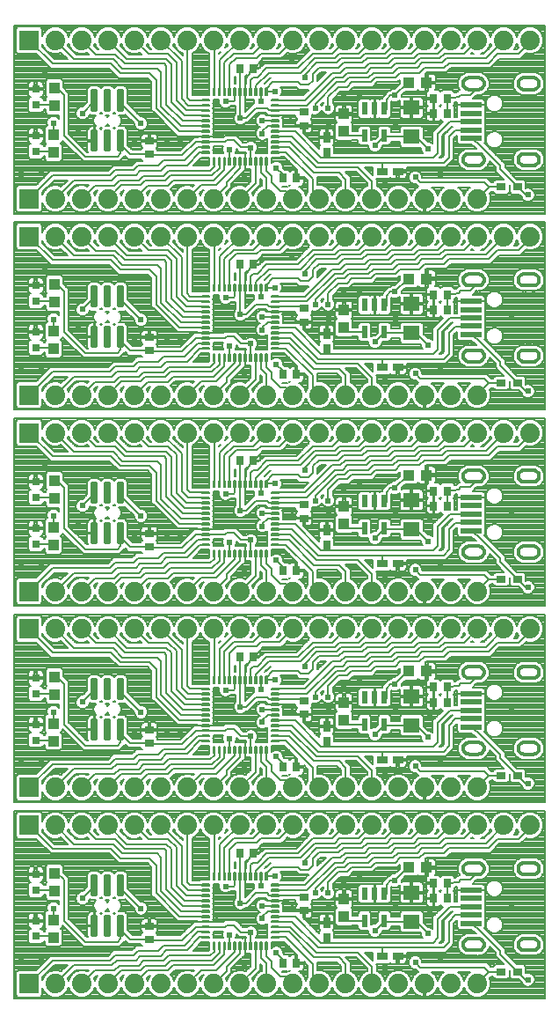
<source format=gtl>
G75*
G70*
%OFA0B0*%
%FSLAX25Y25*%
%IPPOS*%
%LPD*%
%AMOC8*
5,1,8,0,0,1.08239X$1,22.5*
%
%ADD12R,0.03350X0.02760*%
%ADD16C,0.00980*%
%ADD17C,0.00550*%
%ADD18R,0.03540X0.02760*%
%ADD20R,0.03940X0.04330*%
%ADD21R,0.07870X0.01970*%
%ADD22C,0.01250*%
%ADD24C,0.00530*%
%ADD29R,0.03150X0.03150*%
%ADD30C,0.01200*%
%ADD35R,0.04330X0.03940*%
%ADD36R,0.02170X0.04720*%
%ADD41R,0.06300X0.05510*%
%ADD42C,0.07400*%
%ADD43C,0.02400*%
%ADD51R,0.02990X0.04020*%
%ADD53C,0.00800*%
%ADD55R,0.02760X0.03540*%
%ADD57R,0.07400X0.07400*%
%ADD60R,0.04020X0.02990*%
X0010000Y0010000D02*
G75*
%LPD*%
D35*
X0161050Y0061000D03*
X0167750Y0061000D03*
D41*
X0162000Y0051510D03*
X0162000Y0040490D03*
D18*
X0121230Y0044650D03*
X0121230Y0049770D03*
X0062600Y0038860D03*
X0062600Y0033740D03*
D12*
X0196040Y0021500D03*
X0202340Y0021500D03*
D36*
X0151740Y0040880D03*
X0144260Y0040880D03*
X0144260Y0051120D03*
X0148000Y0051120D03*
X0151740Y0051120D03*
D20*
X0136410Y0049110D03*
X0136410Y0042420D03*
X0026200Y0041250D03*
X0026200Y0034550D03*
X0026500Y0052150D03*
X0026500Y0058850D03*
D57*
X0017000Y0077000D03*
X0017000Y0017000D03*
D42*
X0027000Y0017000D03*
X0037000Y0017000D03*
X0047000Y0017000D03*
X0057000Y0017000D03*
X0067000Y0017000D03*
X0077000Y0017000D03*
X0087000Y0017000D03*
X0097000Y0017000D03*
X0107000Y0017000D03*
X0117000Y0017000D03*
X0127000Y0017000D03*
X0137000Y0017000D03*
X0147000Y0017000D03*
X0157000Y0017000D03*
X0167000Y0017000D03*
X0177000Y0017000D03*
X0187000Y0017000D03*
X0187000Y0077000D03*
X0197000Y0077000D03*
X0207000Y0077000D03*
X0177000Y0077000D03*
X0167000Y0077000D03*
X0157000Y0077000D03*
X0147000Y0077000D03*
X0137000Y0077000D03*
X0127000Y0077000D03*
X0117000Y0077000D03*
X0107000Y0077000D03*
X0097000Y0077000D03*
X0087000Y0077000D03*
X0077000Y0077000D03*
X0067000Y0077000D03*
X0057000Y0077000D03*
X0047000Y0077000D03*
X0037000Y0077000D03*
X0027000Y0077000D03*
D29*
X0019500Y0058450D03*
X0019500Y0052550D03*
X0019500Y0040850D03*
X0019500Y0034950D03*
D24*
X0082500Y0034390D02*
X0085120Y0034390D01*
X0082500Y0034390D02*
X0082500Y0034930D01*
X0085120Y0034930D01*
X0085120Y0034390D01*
X0085120Y0034910D02*
X0082500Y0034910D01*
X0082500Y0036360D02*
X0085120Y0036360D01*
X0082500Y0036360D02*
X0082500Y0036900D01*
X0085120Y0036900D01*
X0085120Y0036360D01*
X0085120Y0036880D02*
X0082500Y0036880D01*
X0082500Y0038320D02*
X0085120Y0038320D01*
X0082500Y0038320D02*
X0082500Y0038860D01*
X0085120Y0038860D01*
X0085120Y0038320D01*
X0085120Y0038840D02*
X0082500Y0038840D01*
X0082500Y0040290D02*
X0085120Y0040290D01*
X0082500Y0040290D02*
X0082500Y0040830D01*
X0085120Y0040830D01*
X0085120Y0040290D01*
X0085120Y0040810D02*
X0082500Y0040810D01*
X0082500Y0042260D02*
X0085120Y0042260D01*
X0082500Y0042260D02*
X0082500Y0042800D01*
X0085120Y0042800D01*
X0085120Y0042260D01*
X0085120Y0042780D02*
X0082500Y0042780D01*
X0082500Y0044230D02*
X0085120Y0044230D01*
X0082500Y0044230D02*
X0082500Y0044770D01*
X0085120Y0044770D01*
X0085120Y0044230D01*
X0085120Y0044750D02*
X0082500Y0044750D01*
X0082500Y0046200D02*
X0085120Y0046200D01*
X0082500Y0046200D02*
X0082500Y0046740D01*
X0085120Y0046740D01*
X0085120Y0046200D01*
X0085120Y0046720D02*
X0082500Y0046720D01*
X0082500Y0048170D02*
X0085120Y0048170D01*
X0082500Y0048170D02*
X0082500Y0048710D01*
X0085120Y0048710D01*
X0085120Y0048170D01*
X0085120Y0048690D02*
X0082500Y0048690D01*
X0082500Y0050140D02*
X0085120Y0050140D01*
X0082500Y0050140D02*
X0082500Y0050680D01*
X0085120Y0050680D01*
X0085120Y0050140D01*
X0085120Y0050660D02*
X0082500Y0050660D01*
X0082500Y0052100D02*
X0085120Y0052100D01*
X0082500Y0052100D02*
X0082500Y0052640D01*
X0085120Y0052640D01*
X0085120Y0052100D01*
X0085120Y0052620D02*
X0082500Y0052620D01*
X0082500Y0054070D02*
X0085120Y0054070D01*
X0082500Y0054070D02*
X0082500Y0054610D01*
X0085120Y0054610D01*
X0085120Y0054070D01*
X0085120Y0054590D02*
X0082500Y0054590D01*
X0108880Y0054070D02*
X0111500Y0054070D01*
X0108880Y0054070D02*
X0108880Y0054610D01*
X0111500Y0054610D01*
X0111500Y0054070D01*
X0111500Y0054590D02*
X0108880Y0054590D01*
X0108880Y0052100D02*
X0111500Y0052100D01*
X0108880Y0052100D02*
X0108880Y0052640D01*
X0111500Y0052640D01*
X0111500Y0052100D01*
X0111500Y0052620D02*
X0108880Y0052620D01*
X0108880Y0050140D02*
X0111500Y0050140D01*
X0108880Y0050140D02*
X0108880Y0050680D01*
X0111500Y0050680D01*
X0111500Y0050140D01*
X0111500Y0050660D02*
X0108880Y0050660D01*
X0108880Y0048170D02*
X0111500Y0048170D01*
X0108880Y0048170D02*
X0108880Y0048710D01*
X0111500Y0048710D01*
X0111500Y0048170D01*
X0111500Y0048690D02*
X0108880Y0048690D01*
X0108880Y0046200D02*
X0111500Y0046200D01*
X0108880Y0046200D02*
X0108880Y0046740D01*
X0111500Y0046740D01*
X0111500Y0046200D01*
X0111500Y0046720D02*
X0108880Y0046720D01*
X0108880Y0044230D02*
X0111500Y0044230D01*
X0108880Y0044230D02*
X0108880Y0044770D01*
X0111500Y0044770D01*
X0111500Y0044230D01*
X0111500Y0044750D02*
X0108880Y0044750D01*
X0108880Y0042260D02*
X0111500Y0042260D01*
X0108880Y0042260D02*
X0108880Y0042800D01*
X0111500Y0042800D01*
X0111500Y0042260D01*
X0111500Y0042780D02*
X0108880Y0042780D01*
X0108880Y0040290D02*
X0111500Y0040290D01*
X0108880Y0040290D02*
X0108880Y0040830D01*
X0111500Y0040830D01*
X0111500Y0040290D01*
X0111500Y0040810D02*
X0108880Y0040810D01*
X0108880Y0038320D02*
X0111500Y0038320D01*
X0108880Y0038320D02*
X0108880Y0038860D01*
X0111500Y0038860D01*
X0111500Y0038320D01*
X0111500Y0038840D02*
X0108880Y0038840D01*
X0108880Y0036360D02*
X0111500Y0036360D01*
X0108880Y0036360D02*
X0108880Y0036900D01*
X0111500Y0036900D01*
X0111500Y0036360D01*
X0111500Y0036880D02*
X0108880Y0036880D01*
X0108880Y0034390D02*
X0111500Y0034390D01*
X0108880Y0034390D02*
X0108880Y0034930D01*
X0111500Y0034930D01*
X0111500Y0034390D01*
X0111500Y0034910D02*
X0108880Y0034910D01*
D17*
X0107120Y0030010D02*
X0106560Y0030010D01*
X0106560Y0032610D01*
X0107120Y0032610D01*
X0107120Y0030010D01*
X0107120Y0030550D02*
X0106560Y0030550D01*
X0106560Y0031090D02*
X0107120Y0031090D01*
X0107120Y0031630D02*
X0106560Y0031630D01*
X0106560Y0032170D02*
X0107120Y0032170D01*
X0105150Y0030010D02*
X0104590Y0030010D01*
X0104590Y0032610D01*
X0105150Y0032610D01*
X0105150Y0030010D01*
X0105150Y0030550D02*
X0104590Y0030550D01*
X0104590Y0031090D02*
X0105150Y0031090D01*
X0105150Y0031630D02*
X0104590Y0031630D01*
X0104590Y0032170D02*
X0105150Y0032170D01*
X0103190Y0030010D02*
X0102630Y0030010D01*
X0102630Y0032610D01*
X0103190Y0032610D01*
X0103190Y0030010D01*
X0103190Y0030550D02*
X0102630Y0030550D01*
X0102630Y0031090D02*
X0103190Y0031090D01*
X0103190Y0031630D02*
X0102630Y0031630D01*
X0102630Y0032170D02*
X0103190Y0032170D01*
X0101220Y0030010D02*
X0100660Y0030010D01*
X0100660Y0032610D01*
X0101220Y0032610D01*
X0101220Y0030010D01*
X0101220Y0030550D02*
X0100660Y0030550D01*
X0100660Y0031090D02*
X0101220Y0031090D01*
X0101220Y0031630D02*
X0100660Y0031630D01*
X0100660Y0032170D02*
X0101220Y0032170D01*
X0099250Y0030010D02*
X0098690Y0030010D01*
X0098690Y0032610D01*
X0099250Y0032610D01*
X0099250Y0030010D01*
X0099250Y0030550D02*
X0098690Y0030550D01*
X0098690Y0031090D02*
X0099250Y0031090D01*
X0099250Y0031630D02*
X0098690Y0031630D01*
X0098690Y0032170D02*
X0099250Y0032170D01*
X0097280Y0030010D02*
X0096720Y0030010D01*
X0096720Y0032610D01*
X0097280Y0032610D01*
X0097280Y0030010D01*
X0097280Y0030550D02*
X0096720Y0030550D01*
X0096720Y0031090D02*
X0097280Y0031090D01*
X0097280Y0031630D02*
X0096720Y0031630D01*
X0096720Y0032170D02*
X0097280Y0032170D01*
X0095310Y0030010D02*
X0094750Y0030010D01*
X0094750Y0032610D01*
X0095310Y0032610D01*
X0095310Y0030010D01*
X0095310Y0030550D02*
X0094750Y0030550D01*
X0094750Y0031090D02*
X0095310Y0031090D01*
X0095310Y0031630D02*
X0094750Y0031630D01*
X0094750Y0032170D02*
X0095310Y0032170D01*
X0093340Y0030010D02*
X0092780Y0030010D01*
X0092780Y0032610D01*
X0093340Y0032610D01*
X0093340Y0030010D01*
X0093340Y0030550D02*
X0092780Y0030550D01*
X0092780Y0031090D02*
X0093340Y0031090D01*
X0093340Y0031630D02*
X0092780Y0031630D01*
X0092780Y0032170D02*
X0093340Y0032170D01*
X0091370Y0030010D02*
X0090810Y0030010D01*
X0090810Y0032610D01*
X0091370Y0032610D01*
X0091370Y0030010D01*
X0091370Y0030550D02*
X0090810Y0030550D01*
X0090810Y0031090D02*
X0091370Y0031090D01*
X0091370Y0031630D02*
X0090810Y0031630D01*
X0090810Y0032170D02*
X0091370Y0032170D01*
X0089410Y0030010D02*
X0088850Y0030010D01*
X0088850Y0032610D01*
X0089410Y0032610D01*
X0089410Y0030010D01*
X0089410Y0030550D02*
X0088850Y0030550D01*
X0088850Y0031090D02*
X0089410Y0031090D01*
X0089410Y0031630D02*
X0088850Y0031630D01*
X0088850Y0032170D02*
X0089410Y0032170D01*
X0087440Y0030010D02*
X0086880Y0030010D01*
X0086880Y0032610D01*
X0087440Y0032610D01*
X0087440Y0030010D01*
X0087440Y0030550D02*
X0086880Y0030550D01*
X0086880Y0031090D02*
X0087440Y0031090D01*
X0087440Y0031630D02*
X0086880Y0031630D01*
X0086880Y0032170D02*
X0087440Y0032170D01*
X0087440Y0056390D02*
X0086880Y0056390D01*
X0086880Y0058990D01*
X0087440Y0058990D01*
X0087440Y0056390D01*
X0087440Y0056930D02*
X0086880Y0056930D01*
X0086880Y0057470D02*
X0087440Y0057470D01*
X0087440Y0058010D02*
X0086880Y0058010D01*
X0086880Y0058550D02*
X0087440Y0058550D01*
X0088850Y0056390D02*
X0089410Y0056390D01*
X0088850Y0056390D02*
X0088850Y0058990D01*
X0089410Y0058990D01*
X0089410Y0056390D01*
X0089410Y0056930D02*
X0088850Y0056930D01*
X0088850Y0057470D02*
X0089410Y0057470D01*
X0089410Y0058010D02*
X0088850Y0058010D01*
X0088850Y0058550D02*
X0089410Y0058550D01*
X0090810Y0056390D02*
X0091370Y0056390D01*
X0090810Y0056390D02*
X0090810Y0058990D01*
X0091370Y0058990D01*
X0091370Y0056390D01*
X0091370Y0056930D02*
X0090810Y0056930D01*
X0090810Y0057470D02*
X0091370Y0057470D01*
X0091370Y0058010D02*
X0090810Y0058010D01*
X0090810Y0058550D02*
X0091370Y0058550D01*
X0092780Y0056390D02*
X0093340Y0056390D01*
X0092780Y0056390D02*
X0092780Y0058990D01*
X0093340Y0058990D01*
X0093340Y0056390D01*
X0093340Y0056930D02*
X0092780Y0056930D01*
X0092780Y0057470D02*
X0093340Y0057470D01*
X0093340Y0058010D02*
X0092780Y0058010D01*
X0092780Y0058550D02*
X0093340Y0058550D01*
X0094750Y0056390D02*
X0095310Y0056390D01*
X0094750Y0056390D02*
X0094750Y0058990D01*
X0095310Y0058990D01*
X0095310Y0056390D01*
X0095310Y0056930D02*
X0094750Y0056930D01*
X0094750Y0057470D02*
X0095310Y0057470D01*
X0095310Y0058010D02*
X0094750Y0058010D01*
X0094750Y0058550D02*
X0095310Y0058550D01*
X0096720Y0056390D02*
X0097280Y0056390D01*
X0096720Y0056390D02*
X0096720Y0058990D01*
X0097280Y0058990D01*
X0097280Y0056390D01*
X0097280Y0056930D02*
X0096720Y0056930D01*
X0096720Y0057470D02*
X0097280Y0057470D01*
X0097280Y0058010D02*
X0096720Y0058010D01*
X0096720Y0058550D02*
X0097280Y0058550D01*
X0098690Y0056390D02*
X0099250Y0056390D01*
X0098690Y0056390D02*
X0098690Y0058990D01*
X0099250Y0058990D01*
X0099250Y0056390D01*
X0099250Y0056930D02*
X0098690Y0056930D01*
X0098690Y0057470D02*
X0099250Y0057470D01*
X0099250Y0058010D02*
X0098690Y0058010D01*
X0098690Y0058550D02*
X0099250Y0058550D01*
X0100660Y0056390D02*
X0101220Y0056390D01*
X0100660Y0056390D02*
X0100660Y0058990D01*
X0101220Y0058990D01*
X0101220Y0056390D01*
X0101220Y0056930D02*
X0100660Y0056930D01*
X0100660Y0057470D02*
X0101220Y0057470D01*
X0101220Y0058010D02*
X0100660Y0058010D01*
X0100660Y0058550D02*
X0101220Y0058550D01*
X0102630Y0056390D02*
X0103190Y0056390D01*
X0102630Y0056390D02*
X0102630Y0058990D01*
X0103190Y0058990D01*
X0103190Y0056390D01*
X0103190Y0056930D02*
X0102630Y0056930D01*
X0102630Y0057470D02*
X0103190Y0057470D01*
X0103190Y0058010D02*
X0102630Y0058010D01*
X0102630Y0058550D02*
X0103190Y0058550D01*
X0104590Y0056390D02*
X0105150Y0056390D01*
X0104590Y0056390D02*
X0104590Y0058990D01*
X0105150Y0058990D01*
X0105150Y0056390D01*
X0105150Y0056930D02*
X0104590Y0056930D01*
X0104590Y0057470D02*
X0105150Y0057470D01*
X0105150Y0058010D02*
X0104590Y0058010D01*
X0104590Y0058550D02*
X0105150Y0058550D01*
X0106560Y0056390D02*
X0107120Y0056390D01*
X0106560Y0056390D02*
X0106560Y0058990D01*
X0107120Y0058990D01*
X0107120Y0056390D01*
X0107120Y0056930D02*
X0106560Y0056930D01*
X0106560Y0057470D02*
X0107120Y0057470D01*
X0107120Y0058010D02*
X0106560Y0058010D01*
X0106560Y0058550D02*
X0107120Y0058550D01*
D55*
X0101970Y0066370D03*
X0096860Y0066370D03*
X0170440Y0055000D03*
X0175560Y0055000D03*
X0175560Y0049300D03*
X0170440Y0049300D03*
X0118360Y0024800D03*
X0113240Y0024800D03*
D21*
X0184600Y0039900D03*
X0184600Y0043050D03*
X0184600Y0046200D03*
X0184600Y0049350D03*
X0184600Y0052500D03*
D30*
X0183810Y0058370D02*
X0187360Y0058370D01*
X0187650Y0058390D01*
X0187930Y0058440D01*
X0188200Y0058540D01*
X0188460Y0058660D01*
X0188700Y0058820D01*
X0188920Y0059010D01*
X0189110Y0059230D01*
X0189270Y0059470D01*
X0189390Y0059730D01*
X0189490Y0060000D01*
X0189540Y0060280D01*
X0189560Y0060570D01*
X0189540Y0060860D01*
X0189490Y0061140D01*
X0189390Y0061410D01*
X0189270Y0061670D01*
X0189110Y0061910D01*
X0188920Y0062130D01*
X0188700Y0062320D01*
X0188460Y0062480D01*
X0188200Y0062600D01*
X0187930Y0062700D01*
X0187650Y0062750D01*
X0187360Y0062770D01*
X0183810Y0062770D01*
X0183520Y0062750D01*
X0183240Y0062700D01*
X0182970Y0062600D01*
X0182710Y0062480D01*
X0182470Y0062320D01*
X0182250Y0062130D01*
X0182060Y0061910D01*
X0181900Y0061670D01*
X0181780Y0061410D01*
X0181680Y0061140D01*
X0181630Y0060860D01*
X0181610Y0060570D01*
X0181630Y0060280D01*
X0181680Y0060000D01*
X0181780Y0059730D01*
X0181900Y0059470D01*
X0182060Y0059230D01*
X0182250Y0059010D01*
X0182470Y0058820D01*
X0182710Y0058660D01*
X0182970Y0058540D01*
X0183240Y0058440D01*
X0183520Y0058390D01*
X0183810Y0058370D01*
X0204680Y0058370D02*
X0208220Y0058370D01*
X0208510Y0058390D01*
X0208790Y0058440D01*
X0209060Y0058540D01*
X0209320Y0058660D01*
X0209560Y0058820D01*
X0209780Y0059010D01*
X0209970Y0059230D01*
X0210130Y0059470D01*
X0210250Y0059730D01*
X0210350Y0060000D01*
X0210400Y0060280D01*
X0210420Y0060570D01*
X0210400Y0060860D01*
X0210350Y0061140D01*
X0210250Y0061410D01*
X0210130Y0061670D01*
X0209970Y0061910D01*
X0209780Y0062130D01*
X0209560Y0062320D01*
X0209320Y0062480D01*
X0209060Y0062600D01*
X0208790Y0062700D01*
X0208510Y0062750D01*
X0208220Y0062770D01*
X0204680Y0062770D01*
X0204390Y0062750D01*
X0204110Y0062700D01*
X0203840Y0062600D01*
X0203580Y0062480D01*
X0203340Y0062320D01*
X0203120Y0062130D01*
X0202930Y0061910D01*
X0202770Y0061670D01*
X0202650Y0061410D01*
X0202550Y0061140D01*
X0202500Y0060860D01*
X0202480Y0060570D01*
X0202500Y0060280D01*
X0202550Y0060000D01*
X0202650Y0059730D01*
X0202770Y0059470D01*
X0202930Y0059230D01*
X0203120Y0059010D01*
X0203340Y0058820D01*
X0203580Y0058660D01*
X0203840Y0058540D01*
X0204110Y0058440D01*
X0204390Y0058390D01*
X0204680Y0058370D01*
X0204680Y0034030D02*
X0208220Y0034030D01*
X0208510Y0034010D01*
X0208790Y0033960D01*
X0209060Y0033860D01*
X0209320Y0033740D01*
X0209560Y0033580D01*
X0209780Y0033390D01*
X0209970Y0033170D01*
X0210130Y0032930D01*
X0210250Y0032670D01*
X0210350Y0032400D01*
X0210400Y0032120D01*
X0210420Y0031830D01*
X0210400Y0031540D01*
X0210350Y0031260D01*
X0210250Y0030990D01*
X0210130Y0030730D01*
X0209970Y0030490D01*
X0209780Y0030270D01*
X0209560Y0030080D01*
X0209320Y0029920D01*
X0209060Y0029800D01*
X0208790Y0029700D01*
X0208510Y0029650D01*
X0208220Y0029630D01*
X0204680Y0029630D01*
X0204390Y0029650D01*
X0204110Y0029700D01*
X0203840Y0029800D01*
X0203580Y0029920D01*
X0203340Y0030080D01*
X0203120Y0030270D01*
X0202930Y0030490D01*
X0202770Y0030730D01*
X0202650Y0030990D01*
X0202550Y0031260D01*
X0202500Y0031540D01*
X0202480Y0031830D01*
X0202500Y0032120D01*
X0202550Y0032400D01*
X0202650Y0032670D01*
X0202770Y0032930D01*
X0202930Y0033170D01*
X0203120Y0033390D01*
X0203340Y0033580D01*
X0203580Y0033740D01*
X0203840Y0033860D01*
X0204110Y0033960D01*
X0204390Y0034010D01*
X0204680Y0034030D01*
X0187360Y0034030D02*
X0183810Y0034030D01*
X0183520Y0034010D01*
X0183240Y0033960D01*
X0182970Y0033860D01*
X0182710Y0033740D01*
X0182470Y0033580D01*
X0182250Y0033390D01*
X0182060Y0033170D01*
X0181900Y0032930D01*
X0181780Y0032670D01*
X0181680Y0032400D01*
X0181630Y0032120D01*
X0181610Y0031830D01*
X0181630Y0031540D01*
X0181680Y0031260D01*
X0181780Y0030990D01*
X0181900Y0030730D01*
X0182060Y0030490D01*
X0182250Y0030270D01*
X0182470Y0030080D01*
X0182710Y0029920D01*
X0182970Y0029800D01*
X0183240Y0029700D01*
X0183520Y0029650D01*
X0183810Y0029630D01*
X0187360Y0029630D01*
X0187650Y0029650D01*
X0187930Y0029700D01*
X0188200Y0029800D01*
X0188460Y0029920D01*
X0188700Y0030080D01*
X0188920Y0030270D01*
X0189110Y0030490D01*
X0189270Y0030730D01*
X0189390Y0030990D01*
X0189490Y0031260D01*
X0189540Y0031540D01*
X0189560Y0031830D01*
X0189540Y0032120D01*
X0189490Y0032400D01*
X0189390Y0032670D01*
X0189270Y0032930D01*
X0189110Y0033170D01*
X0188920Y0033390D01*
X0188700Y0033580D01*
X0188460Y0033740D01*
X0188200Y0033860D01*
X0187930Y0033960D01*
X0187650Y0034010D01*
X0187360Y0034030D01*
D16*
X0186170Y0034000D03*
X0205860Y0034000D03*
X0205860Y0058400D03*
X0186170Y0058400D03*
D60*
X0156790Y0027400D03*
X0150810Y0027400D03*
D51*
X0129800Y0034210D03*
X0129800Y0040190D03*
D22*
X0051070Y0042480D02*
X0051070Y0035420D01*
X0051070Y0042480D02*
X0052330Y0042480D01*
X0052330Y0035420D01*
X0051070Y0035420D01*
X0051070Y0036660D02*
X0052330Y0036660D01*
X0052330Y0037900D02*
X0051070Y0037900D01*
X0051070Y0039140D02*
X0052330Y0039140D01*
X0052330Y0040380D02*
X0051070Y0040380D01*
X0051070Y0041620D02*
X0052330Y0041620D01*
X0046070Y0042480D02*
X0046070Y0035420D01*
X0046070Y0042480D02*
X0047330Y0042480D01*
X0047330Y0035420D01*
X0046070Y0035420D01*
X0046070Y0036660D02*
X0047330Y0036660D01*
X0047330Y0037900D02*
X0046070Y0037900D01*
X0046070Y0039140D02*
X0047330Y0039140D01*
X0047330Y0040380D02*
X0046070Y0040380D01*
X0046070Y0041620D02*
X0047330Y0041620D01*
X0041070Y0042480D02*
X0041070Y0035420D01*
X0041070Y0042480D02*
X0042330Y0042480D01*
X0042330Y0035420D01*
X0041070Y0035420D01*
X0041070Y0036660D02*
X0042330Y0036660D01*
X0042330Y0037900D02*
X0041070Y0037900D01*
X0041070Y0039140D02*
X0042330Y0039140D01*
X0042330Y0040380D02*
X0041070Y0040380D01*
X0041070Y0041620D02*
X0042330Y0041620D01*
X0041070Y0050720D02*
X0041070Y0057780D01*
X0042330Y0057780D01*
X0042330Y0050720D01*
X0041070Y0050720D01*
X0041070Y0051960D02*
X0042330Y0051960D01*
X0042330Y0053200D02*
X0041070Y0053200D01*
X0041070Y0054440D02*
X0042330Y0054440D01*
X0042330Y0055680D02*
X0041070Y0055680D01*
X0041070Y0056920D02*
X0042330Y0056920D01*
X0046070Y0057780D02*
X0046070Y0050720D01*
X0046070Y0057780D02*
X0047330Y0057780D01*
X0047330Y0050720D01*
X0046070Y0050720D01*
X0046070Y0051960D02*
X0047330Y0051960D01*
X0047330Y0053200D02*
X0046070Y0053200D01*
X0046070Y0054440D02*
X0047330Y0054440D01*
X0047330Y0055680D02*
X0046070Y0055680D01*
X0046070Y0056920D02*
X0047330Y0056920D01*
X0051070Y0057780D02*
X0051070Y0050720D01*
X0051070Y0057780D02*
X0052330Y0057780D01*
X0052330Y0050720D01*
X0051070Y0050720D01*
X0051070Y0051960D02*
X0052330Y0051960D01*
X0052330Y0053200D02*
X0051070Y0053200D01*
X0051070Y0054440D02*
X0052330Y0054440D01*
X0052330Y0055680D02*
X0051070Y0055680D01*
X0051070Y0056920D02*
X0052330Y0056920D01*
D43*
X0037300Y0049400D03*
X0026300Y0045600D03*
X0035600Y0043100D03*
X0057000Y0038500D03*
X0069300Y0038500D03*
X0074200Y0038500D03*
X0093000Y0035600D03*
X0101000Y0036400D03*
X0105430Y0041650D03*
X0105430Y0046570D03*
X0097100Y0047500D03*
X0088000Y0052800D03*
X0091500Y0053900D03*
X0104830Y0054050D03*
X0110300Y0057700D03*
X0121670Y0062810D03*
X0116500Y0069800D03*
X0142400Y0057000D03*
X0136400Y0055200D03*
X0130430Y0051290D03*
X0125500Y0051290D03*
X0130500Y0045800D03*
X0148200Y0037100D03*
X0168200Y0036000D03*
X0168800Y0043700D03*
X0155900Y0045900D03*
X0155600Y0056100D03*
X0199900Y0046100D03*
X0173100Y0026400D03*
X0163500Y0025100D03*
X0151900Y0023000D03*
X0114800Y0030500D03*
X0110700Y0028700D03*
X0098500Y0024500D03*
X0059400Y0045500D03*
X0021700Y0027000D03*
X0013800Y0026300D03*
X0022800Y0065200D03*
X0206200Y0018500D03*
D53*
X0011400Y0011400D02*
X0011400Y0082600D01*
X0212600Y0082600D01*
X0212600Y0011400D01*
X0011400Y0011400D01*
X0011400Y0011710D02*
X0212600Y0011710D01*
X0212600Y0012500D02*
X0189450Y0012500D01*
X0189890Y0012680D02*
X0191320Y0014110D01*
X0192100Y0015990D01*
X0192100Y0018010D01*
X0191650Y0019100D01*
X0192250Y0019700D01*
X0192970Y0019700D01*
X0192970Y0019540D01*
X0193790Y0018720D01*
X0198300Y0018720D01*
X0199120Y0019540D01*
X0199120Y0022180D01*
X0199270Y0022030D01*
X0199270Y0019540D01*
X0200090Y0018720D01*
X0202580Y0018720D01*
X0203540Y0017750D01*
X0203800Y0017500D01*
X0204000Y0017030D01*
X0204730Y0016300D01*
X0205680Y0015900D01*
X0206720Y0015900D01*
X0207670Y0016300D01*
X0208400Y0017030D01*
X0208800Y0017980D01*
X0208800Y0019020D01*
X0208400Y0019970D01*
X0207670Y0020700D01*
X0206720Y0021100D01*
X0205680Y0021100D01*
X0205420Y0020990D01*
X0205420Y0023460D01*
X0204600Y0024280D01*
X0202110Y0024280D01*
X0197500Y0028890D01*
X0197500Y0030250D01*
X0189670Y0038070D01*
X0189940Y0038340D01*
X0189940Y0041460D01*
X0189930Y0041480D01*
X0189940Y0041490D01*
X0189940Y0044610D01*
X0189930Y0044630D01*
X0189940Y0044640D01*
X0189940Y0047760D01*
X0189930Y0047770D01*
X0189940Y0047790D01*
X0189940Y0050910D01*
X0189850Y0051000D01*
X0189940Y0051330D01*
X0189940Y0052410D01*
X0184690Y0052410D01*
X0184690Y0052590D01*
X0189940Y0052590D01*
X0189940Y0053670D01*
X0189840Y0054020D01*
X0189660Y0054340D01*
X0189400Y0054600D01*
X0189080Y0054790D01*
X0188720Y0054880D01*
X0185310Y0054880D01*
X0185560Y0055140D01*
X0186070Y0055650D01*
X0186070Y0055680D01*
X0186720Y0056370D01*
X0186890Y0056370D01*
X0186920Y0056340D01*
X0187170Y0056370D01*
X0187760Y0056370D01*
X0187810Y0056340D01*
X0187880Y0056370D01*
X0188480Y0056370D01*
X0189250Y0056810D01*
X0189470Y0056880D01*
X0189480Y0056890D01*
X0189490Y0056890D01*
X0189660Y0057050D01*
X0190430Y0057490D01*
X0190430Y0057490D01*
X0190730Y0058010D01*
X0190790Y0058060D01*
X0190790Y0058070D01*
X0190800Y0058080D01*
X0190900Y0058310D01*
X0191090Y0058630D01*
X0191240Y0058830D01*
X0191240Y0058840D01*
X0191240Y0058850D01*
X0191260Y0058930D01*
X0191560Y0059440D01*
X0191560Y0060330D01*
X0191610Y0060560D01*
X0191600Y0060570D01*
X0191610Y0060580D01*
X0191560Y0060810D01*
X0191560Y0061700D01*
X0191260Y0062210D01*
X0191240Y0062290D01*
X0191240Y0062300D01*
X0191240Y0062310D01*
X0191090Y0062510D01*
X0190900Y0062830D01*
X0190800Y0063060D01*
X0190790Y0063070D01*
X0190790Y0063080D01*
X0190730Y0063130D01*
X0190430Y0063650D01*
X0189660Y0064090D01*
X0189490Y0064250D01*
X0189480Y0064250D01*
X0189470Y0064260D01*
X0189250Y0064330D01*
X0188480Y0064770D01*
X0187880Y0064770D01*
X0187810Y0064800D01*
X0187760Y0064770D01*
X0187170Y0064770D01*
X0186920Y0064800D01*
X0186890Y0064770D01*
X0184280Y0064770D01*
X0184250Y0064800D01*
X0184000Y0064770D01*
X0183410Y0064770D01*
X0183360Y0064800D01*
X0183280Y0064770D01*
X0182690Y0064770D01*
X0181920Y0064330D01*
X0181690Y0064260D01*
X0181690Y0064250D01*
X0181680Y0064250D01*
X0181510Y0064090D01*
X0180740Y0063650D01*
X0180740Y0063650D01*
X0180440Y0063130D01*
X0180380Y0063080D01*
X0180380Y0063070D01*
X0180370Y0063060D01*
X0180270Y0062830D01*
X0180080Y0062510D01*
X0179930Y0062310D01*
X0179930Y0062300D01*
X0179930Y0062290D01*
X0179910Y0062210D01*
X0179610Y0061700D01*
X0179610Y0060810D01*
X0179560Y0060580D01*
X0179570Y0060570D01*
X0179560Y0060560D01*
X0179610Y0060330D01*
X0179610Y0059440D01*
X0179910Y0058930D01*
X0179930Y0058850D01*
X0179930Y0058840D01*
X0179930Y0058830D01*
X0180080Y0058630D01*
X0180270Y0058310D01*
X0180300Y0058230D01*
X0180060Y0058240D01*
X0180020Y0058200D01*
X0179950Y0058200D01*
X0179460Y0057710D01*
X0179010Y0057310D01*
X0178340Y0057210D01*
X0178340Y0057350D01*
X0177520Y0058170D01*
X0173600Y0058170D01*
X0172980Y0057550D01*
X0172940Y0057630D01*
X0172680Y0057890D01*
X0172360Y0058080D01*
X0172000Y0058170D01*
X0171030Y0058170D01*
X0171030Y0058170D01*
X0171220Y0058490D01*
X0171310Y0058850D01*
X0171310Y0060600D01*
X0168150Y0060600D01*
X0168150Y0061400D01*
X0171310Y0061400D01*
X0171310Y0063150D01*
X0171220Y0063510D01*
X0171030Y0063830D01*
X0170770Y0064090D01*
X0170450Y0064270D01*
X0170100Y0064370D01*
X0168150Y0064370D01*
X0168150Y0061400D01*
X0167350Y0061400D01*
X0167350Y0064370D01*
X0167310Y0064370D01*
X0167740Y0064800D01*
X0175150Y0064800D01*
X0176950Y0066600D01*
X0191950Y0066600D01*
X0195350Y0070000D01*
X0203350Y0070000D01*
X0205460Y0072120D01*
X0205990Y0071900D01*
X0208010Y0071900D01*
X0209890Y0072680D01*
X0211320Y0074110D01*
X0212100Y0075990D01*
X0212100Y0078010D01*
X0211320Y0079890D01*
X0209890Y0081320D01*
X0208010Y0082100D01*
X0205990Y0082100D01*
X0204110Y0081320D01*
X0202680Y0079890D01*
X0202000Y0078260D01*
X0201320Y0079890D01*
X0199890Y0081320D01*
X0198010Y0082100D01*
X0195990Y0082100D01*
X0194110Y0081320D01*
X0192680Y0079890D01*
X0192000Y0078260D01*
X0191320Y0079890D01*
X0189890Y0081320D01*
X0188010Y0082100D01*
X0185990Y0082100D01*
X0184110Y0081320D01*
X0182680Y0079890D01*
X0182000Y0078260D01*
X0181320Y0079890D01*
X0179890Y0081320D01*
X0178010Y0082100D01*
X0175990Y0082100D01*
X0174110Y0081320D01*
X0172680Y0079890D01*
X0172000Y0078260D01*
X0171320Y0079890D01*
X0169890Y0081320D01*
X0168010Y0082100D01*
X0165990Y0082100D01*
X0164110Y0081320D01*
X0162680Y0079890D01*
X0162000Y0078260D01*
X0161320Y0079890D01*
X0159890Y0081320D01*
X0158010Y0082100D01*
X0155990Y0082100D01*
X0154110Y0081320D01*
X0152680Y0079890D01*
X0152000Y0078260D01*
X0151320Y0079890D01*
X0149890Y0081320D01*
X0148010Y0082100D01*
X0145990Y0082100D01*
X0144110Y0081320D01*
X0142680Y0079890D01*
X0142000Y0078260D01*
X0141320Y0079890D01*
X0139890Y0081320D01*
X0138010Y0082100D01*
X0135990Y0082100D01*
X0134110Y0081320D01*
X0132680Y0079890D01*
X0132000Y0078260D01*
X0131320Y0079890D01*
X0129890Y0081320D01*
X0128010Y0082100D01*
X0125990Y0082100D01*
X0124110Y0081320D01*
X0122680Y0079890D01*
X0122000Y0078260D01*
X0121320Y0079890D01*
X0119890Y0081320D01*
X0118010Y0082100D01*
X0115990Y0082100D01*
X0114110Y0081320D01*
X0112680Y0079890D01*
X0112000Y0078260D01*
X0111320Y0079890D01*
X0109890Y0081320D01*
X0108010Y0082100D01*
X0105990Y0082100D01*
X0104110Y0081320D01*
X0102680Y0079890D01*
X0102000Y0078260D01*
X0101320Y0079890D01*
X0099890Y0081320D01*
X0098010Y0082100D01*
X0095990Y0082100D01*
X0094110Y0081320D01*
X0092680Y0079890D01*
X0092000Y0078260D01*
X0091320Y0079890D01*
X0089890Y0081320D01*
X0088010Y0082100D01*
X0085990Y0082100D01*
X0084110Y0081320D01*
X0082680Y0079890D01*
X0082000Y0078260D01*
X0081320Y0079890D01*
X0079890Y0081320D01*
X0078010Y0082100D01*
X0075990Y0082100D01*
X0074110Y0081320D01*
X0072680Y0079890D01*
X0072000Y0078260D01*
X0071320Y0079890D01*
X0069890Y0081320D01*
X0068010Y0082100D01*
X0065990Y0082100D01*
X0064110Y0081320D01*
X0062680Y0079890D01*
X0062000Y0078260D01*
X0061320Y0079890D01*
X0059890Y0081320D01*
X0058010Y0082100D01*
X0055990Y0082100D01*
X0054110Y0081320D01*
X0052680Y0079890D01*
X0052000Y0078260D01*
X0051320Y0079890D01*
X0049890Y0081320D01*
X0048010Y0082100D01*
X0045990Y0082100D01*
X0044110Y0081320D01*
X0042680Y0079890D01*
X0042000Y0078260D01*
X0041320Y0079890D01*
X0039890Y0081320D01*
X0038010Y0082100D01*
X0035990Y0082100D01*
X0034110Y0081320D01*
X0032680Y0079890D01*
X0032000Y0078260D01*
X0031320Y0079890D01*
X0029890Y0081320D01*
X0028010Y0082100D01*
X0025990Y0082100D01*
X0024110Y0081320D01*
X0022680Y0079890D01*
X0022100Y0078500D01*
X0022100Y0081280D01*
X0021280Y0082100D01*
X0012720Y0082100D01*
X0011900Y0081280D01*
X0011900Y0072720D01*
X0012720Y0071900D01*
X0019550Y0071900D01*
X0025150Y0066300D01*
X0047250Y0066300D01*
X0050850Y0062700D01*
X0061850Y0062700D01*
X0063400Y0061150D01*
X0063400Y0050550D01*
X0064450Y0049500D01*
X0073220Y0040730D01*
X0080840Y0040730D01*
X0080840Y0040560D01*
X0080840Y0040390D01*
X0079450Y0040390D01*
X0074350Y0035300D01*
X0065770Y0035300D01*
X0065770Y0035700D01*
X0065150Y0036320D01*
X0065230Y0036360D01*
X0065490Y0036620D01*
X0065680Y0036940D01*
X0065770Y0037300D01*
X0065770Y0038570D01*
X0062890Y0038570D01*
X0062890Y0039150D01*
X0062310Y0039150D01*
X0062310Y0041640D01*
X0060640Y0041640D01*
X0060290Y0041540D01*
X0059970Y0041360D01*
X0059710Y0041100D01*
X0059520Y0040780D01*
X0059430Y0040420D01*
X0059430Y0039150D01*
X0062310Y0039150D01*
X0062310Y0038570D01*
X0059430Y0038570D01*
X0059430Y0037300D01*
X0059520Y0036940D01*
X0059710Y0036620D01*
X0059970Y0036360D01*
X0060050Y0036320D01*
X0059430Y0035700D01*
X0059430Y0035600D01*
X0056150Y0035600D01*
X0054350Y0037400D01*
X0054350Y0043310D01*
X0053160Y0044500D01*
X0051060Y0044500D01*
X0051570Y0045010D01*
X0052000Y0046040D01*
X0052000Y0047160D01*
X0051570Y0048190D01*
X0051060Y0048700D01*
X0053160Y0048700D01*
X0053410Y0048950D01*
X0056800Y0045550D01*
X0056800Y0044980D01*
X0057200Y0044030D01*
X0057930Y0043300D01*
X0058880Y0042900D01*
X0059920Y0042900D01*
X0060870Y0043300D01*
X0061600Y0044030D01*
X0062000Y0044980D01*
X0062000Y0046020D01*
X0061600Y0046970D01*
X0060870Y0047700D01*
X0059920Y0048100D01*
X0059350Y0048100D01*
X0054350Y0053100D01*
X0054350Y0058610D01*
X0053160Y0059800D01*
X0050240Y0059800D01*
X0049200Y0058760D01*
X0048160Y0059800D01*
X0045240Y0059800D01*
X0044200Y0058760D01*
X0043160Y0059800D01*
X0040240Y0059800D01*
X0039050Y0058610D01*
X0039050Y0053700D01*
X0037350Y0052000D01*
X0036780Y0052000D01*
X0035830Y0051600D01*
X0035100Y0050870D01*
X0034700Y0049920D01*
X0034700Y0048880D01*
X0035100Y0047930D01*
X0035830Y0047200D01*
X0036780Y0046800D01*
X0037820Y0046800D01*
X0038770Y0047200D01*
X0039500Y0047930D01*
X0039900Y0048880D01*
X0039900Y0049040D01*
X0040240Y0048700D01*
X0042340Y0048700D01*
X0041830Y0048190D01*
X0041400Y0047160D01*
X0041400Y0046040D01*
X0041830Y0045010D01*
X0042340Y0044500D01*
X0041930Y0044500D01*
X0041930Y0039180D01*
X0041470Y0039180D01*
X0041470Y0044500D01*
X0040810Y0044500D01*
X0040290Y0044360D01*
X0039830Y0044100D01*
X0039450Y0043720D01*
X0039190Y0043260D01*
X0039050Y0042740D01*
X0039050Y0039180D01*
X0041470Y0039180D01*
X0041470Y0038720D01*
X0039050Y0038720D01*
X0039050Y0035160D01*
X0039170Y0034700D01*
X0038950Y0034700D01*
X0032000Y0041650D01*
X0032000Y0057050D01*
X0029870Y0059180D01*
X0029870Y0061590D01*
X0029050Y0062410D01*
X0023950Y0062410D01*
X0023130Y0061590D01*
X0023130Y0056100D01*
X0023730Y0055500D01*
X0023130Y0054900D01*
X0023130Y0054350D01*
X0022470Y0054350D01*
X0022470Y0054700D01*
X0021650Y0055520D01*
X0021420Y0055520D01*
X0021620Y0055570D01*
X0021930Y0055760D01*
X0022200Y0056020D01*
X0022380Y0056340D01*
X0022470Y0056690D01*
X0022470Y0058070D01*
X0019890Y0058070D01*
X0019890Y0058840D01*
X0022470Y0058840D01*
X0022470Y0060210D01*
X0022380Y0060570D01*
X0022200Y0060890D01*
X0021930Y0061150D01*
X0021620Y0061330D01*
X0021260Y0061430D01*
X0019890Y0061430D01*
X0019890Y0058840D01*
X0019110Y0058840D01*
X0019110Y0058070D01*
X0016530Y0058070D01*
X0016530Y0056690D01*
X0016620Y0056340D01*
X0016800Y0056020D01*
X0017070Y0055760D01*
X0017380Y0055570D01*
X0017580Y0055520D01*
X0017350Y0055520D01*
X0016530Y0054700D01*
X0016530Y0050390D01*
X0017350Y0049570D01*
X0021650Y0049570D01*
X0022470Y0050390D01*
X0022470Y0050750D01*
X0023130Y0050750D01*
X0023130Y0049410D01*
X0023950Y0048590D01*
X0028400Y0048590D01*
X0028400Y0047180D01*
X0027770Y0047800D01*
X0026820Y0048200D01*
X0025780Y0048200D01*
X0024830Y0047800D01*
X0024100Y0047070D01*
X0023700Y0046120D01*
X0023700Y0045080D01*
X0023810Y0044810D01*
X0023650Y0044810D01*
X0022830Y0043990D01*
X0022830Y0038500D01*
X0023430Y0037900D01*
X0022830Y0037300D01*
X0022830Y0036750D01*
X0022470Y0036750D01*
X0022470Y0037100D01*
X0021650Y0037920D01*
X0021420Y0037920D01*
X0021620Y0037970D01*
X0021930Y0038160D01*
X0022200Y0038420D01*
X0022380Y0038740D01*
X0022470Y0039090D01*
X0022470Y0040470D01*
X0019890Y0040470D01*
X0019890Y0041240D01*
X0022470Y0041240D01*
X0022470Y0042610D01*
X0022380Y0042970D01*
X0022200Y0043290D01*
X0021930Y0043550D01*
X0021620Y0043730D01*
X0021260Y0043830D01*
X0019890Y0043830D01*
X0019890Y0041240D01*
X0019110Y0041240D01*
X0019110Y0040470D01*
X0016530Y0040470D01*
X0016530Y0039090D01*
X0016620Y0038740D01*
X0016800Y0038420D01*
X0017070Y0038160D01*
X0017380Y0037970D01*
X0017580Y0037920D01*
X0017350Y0037920D01*
X0016530Y0037100D01*
X0016530Y0032790D01*
X0017350Y0031970D01*
X0021650Y0031970D01*
X0022470Y0032790D01*
X0022470Y0033150D01*
X0022830Y0033150D01*
X0022830Y0031810D01*
X0023650Y0030990D01*
X0028750Y0030990D01*
X0029570Y0031810D01*
X0029570Y0037300D01*
X0028970Y0037900D01*
X0029570Y0038500D01*
X0029570Y0038990D01*
X0037450Y0031100D01*
X0051250Y0031100D01*
X0052300Y0032150D01*
X0053400Y0033250D01*
X0053600Y0033050D01*
X0054650Y0032000D01*
X0059430Y0032000D01*
X0059430Y0031780D01*
X0059810Y0031400D01*
X0057650Y0031400D01*
X0055950Y0029700D01*
X0048950Y0029700D01*
X0046850Y0027600D01*
X0025050Y0027600D01*
X0019550Y0022100D01*
X0012720Y0022100D01*
X0011900Y0021280D01*
X0011900Y0012720D01*
X0012720Y0011900D01*
X0021280Y0011900D01*
X0022100Y0012720D01*
X0022100Y0015500D01*
X0022680Y0014110D01*
X0024110Y0012680D01*
X0025990Y0011900D01*
X0028010Y0011900D01*
X0029890Y0012680D01*
X0031320Y0014110D01*
X0032000Y0015740D01*
X0032680Y0014110D01*
X0034110Y0012680D01*
X0035990Y0011900D01*
X0038010Y0011900D01*
X0039890Y0012680D01*
X0041320Y0014110D01*
X0042000Y0015740D01*
X0042680Y0014110D01*
X0044110Y0012680D01*
X0045990Y0011900D01*
X0048010Y0011900D01*
X0049890Y0012680D01*
X0051320Y0014110D01*
X0052000Y0015740D01*
X0052680Y0014110D01*
X0054110Y0012680D01*
X0055990Y0011900D01*
X0058010Y0011900D01*
X0059890Y0012680D01*
X0061320Y0014110D01*
X0062000Y0015740D01*
X0062680Y0014110D01*
X0064110Y0012680D01*
X0065990Y0011900D01*
X0068010Y0011900D01*
X0069890Y0012680D01*
X0071320Y0014110D01*
X0072000Y0015740D01*
X0072680Y0014110D01*
X0074110Y0012680D01*
X0075990Y0011900D01*
X0078010Y0011900D01*
X0079890Y0012680D01*
X0081320Y0014110D01*
X0082000Y0015740D01*
X0082680Y0014110D01*
X0084110Y0012680D01*
X0085990Y0011900D01*
X0088010Y0011900D01*
X0089890Y0012680D01*
X0091320Y0014110D01*
X0092000Y0015740D01*
X0092680Y0014110D01*
X0094110Y0012680D01*
X0095990Y0011900D01*
X0098010Y0011900D01*
X0099890Y0012680D01*
X0101320Y0014110D01*
X0102000Y0015740D01*
X0102680Y0014110D01*
X0104110Y0012680D01*
X0105990Y0011900D01*
X0108010Y0011900D01*
X0109890Y0012680D01*
X0111320Y0014110D01*
X0112000Y0015740D01*
X0112680Y0014110D01*
X0114110Y0012680D01*
X0115990Y0011900D01*
X0118010Y0011900D01*
X0119890Y0012680D01*
X0121320Y0014110D01*
X0122000Y0015740D01*
X0122680Y0014110D01*
X0124110Y0012680D01*
X0125990Y0011900D01*
X0128010Y0011900D01*
X0129890Y0012680D01*
X0131320Y0014110D01*
X0132000Y0015740D01*
X0132680Y0014110D01*
X0134110Y0012680D01*
X0135990Y0011900D01*
X0138010Y0011900D01*
X0139890Y0012680D01*
X0141320Y0014110D01*
X0142000Y0015740D01*
X0142680Y0014110D01*
X0144110Y0012680D01*
X0145990Y0011900D01*
X0148010Y0011900D01*
X0149890Y0012680D01*
X0151320Y0014110D01*
X0152000Y0015740D01*
X0152680Y0014110D01*
X0154110Y0012680D01*
X0155990Y0011900D01*
X0158010Y0011900D01*
X0159890Y0012680D01*
X0161320Y0014110D01*
X0162030Y0015810D01*
X0162030Y0015810D01*
X0162270Y0015040D01*
X0162640Y0014330D01*
X0163110Y0013680D01*
X0163680Y0013110D01*
X0164330Y0012640D01*
X0165040Y0012270D01*
X0165810Y0012030D01*
X0166600Y0011900D01*
X0166600Y0016600D01*
X0167400Y0016600D01*
X0167400Y0011900D01*
X0167400Y0011900D01*
X0168190Y0012030D01*
X0168960Y0012270D01*
X0169670Y0012640D01*
X0170320Y0013110D01*
X0170890Y0013680D01*
X0171360Y0014330D01*
X0171730Y0015040D01*
X0171970Y0015810D01*
X0172680Y0014110D01*
X0174110Y0012680D01*
X0175990Y0011900D01*
X0178010Y0011900D01*
X0179890Y0012680D01*
X0181320Y0014110D01*
X0182000Y0015740D01*
X0182680Y0014110D01*
X0184110Y0012680D01*
X0185990Y0011900D01*
X0188010Y0011900D01*
X0189890Y0012680D01*
X0190490Y0013280D02*
X0212600Y0013280D01*
X0212600Y0014070D02*
X0191280Y0014070D01*
X0191630Y0014850D02*
X0212600Y0014850D01*
X0212600Y0015640D02*
X0191950Y0015640D01*
X0192100Y0016420D02*
X0204600Y0016420D01*
X0203920Y0017210D02*
X0192100Y0017210D01*
X0192100Y0017990D02*
X0203310Y0017990D01*
X0205340Y0018500D02*
X0206200Y0018500D01*
X0205340Y0018500D02*
X0202340Y0021500D01*
X0195700Y0028140D01*
X0195700Y0029500D01*
X0187400Y0037800D01*
X0187260Y0037800D01*
X0184600Y0039900D01*
X0189940Y0039970D02*
X0190300Y0039970D01*
X0190290Y0039940D02*
X0190290Y0038680D01*
X0190770Y0037510D01*
X0191660Y0036620D01*
X0192830Y0036140D01*
X0194090Y0036140D01*
X0195250Y0036620D01*
X0196150Y0037510D01*
X0196630Y0038680D01*
X0196630Y0039940D01*
X0196150Y0041110D01*
X0195250Y0042000D01*
X0194090Y0042480D01*
X0192830Y0042480D01*
X0191660Y0042000D01*
X0190770Y0041110D01*
X0190290Y0039940D01*
X0190290Y0039190D02*
X0189940Y0039190D01*
X0189940Y0038400D02*
X0190400Y0038400D01*
X0190130Y0037620D02*
X0190730Y0037620D01*
X0190920Y0036830D02*
X0191450Y0036830D01*
X0191700Y0036050D02*
X0204190Y0036050D01*
X0204230Y0036060D02*
X0204150Y0036030D01*
X0203850Y0036030D01*
X0203550Y0036030D01*
X0202780Y0035590D01*
X0202560Y0035520D01*
X0202560Y0035510D01*
X0202550Y0035510D01*
X0202370Y0035350D01*
X0201600Y0034910D01*
X0201600Y0034910D01*
X0201600Y0034910D01*
X0201300Y0034390D01*
X0201240Y0034340D01*
X0201240Y0034330D01*
X0201230Y0034320D01*
X0201130Y0034090D01*
X0200940Y0033770D01*
X0200800Y0033570D01*
X0200800Y0033560D01*
X0200790Y0033550D01*
X0200770Y0033470D01*
X0200480Y0032960D01*
X0200480Y0032070D01*
X0200430Y0031840D01*
X0200430Y0031830D01*
X0200430Y0031820D01*
X0200480Y0031590D01*
X0200480Y0030700D01*
X0200770Y0030190D01*
X0200790Y0030110D01*
X0200800Y0030100D01*
X0200800Y0030090D01*
X0200940Y0029890D01*
X0201130Y0029570D01*
X0201230Y0029340D01*
X0201240Y0029330D01*
X0201240Y0029320D01*
X0201300Y0029270D01*
X0201600Y0028750D01*
X0202370Y0028310D01*
X0202550Y0028150D01*
X0202560Y0028150D01*
X0202560Y0028140D01*
X0202780Y0028070D01*
X0203550Y0027630D01*
X0204150Y0027630D01*
X0204230Y0027600D01*
X0204270Y0027630D01*
X0204870Y0027630D01*
X0205120Y0027600D01*
X0205150Y0027630D01*
X0207750Y0027630D01*
X0207790Y0027600D01*
X0208030Y0027630D01*
X0208630Y0027630D01*
X0208670Y0027600D01*
X0208750Y0027630D01*
X0209350Y0027630D01*
X0210120Y0028070D01*
X0210340Y0028140D01*
X0210350Y0028150D01*
X0210530Y0028310D01*
X0211300Y0028750D01*
X0211300Y0028750D01*
X0211300Y0028750D01*
X0211600Y0029270D01*
X0211660Y0029320D01*
X0211660Y0029330D01*
X0211670Y0029340D01*
X0211770Y0029570D01*
X0211960Y0029890D01*
X0212100Y0030090D01*
X0212100Y0030100D01*
X0212110Y0030110D01*
X0212130Y0030190D01*
X0212430Y0030700D01*
X0212430Y0031590D01*
X0212470Y0031820D01*
X0212470Y0031830D01*
X0212470Y0031840D01*
X0212430Y0032070D01*
X0212430Y0032960D01*
X0212130Y0033470D01*
X0212110Y0033550D01*
X0212100Y0033560D01*
X0212100Y0033570D01*
X0211960Y0033770D01*
X0211770Y0034090D01*
X0211670Y0034320D01*
X0211660Y0034330D01*
X0211660Y0034340D01*
X0211600Y0034390D01*
X0211300Y0034910D01*
X0210530Y0035350D01*
X0210350Y0035510D01*
X0210350Y0035510D01*
X0210340Y0035520D01*
X0210120Y0035590D01*
X0209350Y0036030D01*
X0208750Y0036030D01*
X0208670Y0036060D01*
X0208630Y0036030D01*
X0208030Y0036030D01*
X0207790Y0036060D01*
X0207750Y0036030D01*
X0205150Y0036030D01*
X0205120Y0036060D01*
X0204870Y0036030D01*
X0204270Y0036030D01*
X0204230Y0036060D01*
X0204250Y0036050D02*
X0204980Y0036050D01*
X0205130Y0036050D02*
X0207770Y0036050D01*
X0207920Y0036050D02*
X0208650Y0036050D01*
X0208710Y0036050D02*
X0212600Y0036050D01*
X0212600Y0036830D02*
X0195460Y0036830D01*
X0196190Y0037620D02*
X0212600Y0037620D01*
X0212600Y0038400D02*
X0196510Y0038400D01*
X0196630Y0039190D02*
X0212600Y0039190D01*
X0212600Y0039970D02*
X0196620Y0039970D01*
X0196290Y0040760D02*
X0212600Y0040760D01*
X0212600Y0041540D02*
X0195710Y0041540D01*
X0194470Y0042330D02*
X0212600Y0042330D01*
X0212600Y0043110D02*
X0189940Y0043110D01*
X0189940Y0042330D02*
X0192450Y0042330D01*
X0191200Y0041540D02*
X0189940Y0041540D01*
X0189940Y0040760D02*
X0190620Y0040760D01*
X0184600Y0043050D02*
X0184550Y0043000D01*
X0178700Y0043000D01*
X0176200Y0040500D01*
X0176200Y0032700D01*
X0174130Y0030620D01*
X0150800Y0030620D01*
X0150810Y0030610D01*
X0150810Y0027400D01*
X0147400Y0027410D02*
X0145740Y0027410D01*
X0146520Y0026630D02*
X0147400Y0026630D01*
X0147310Y0025840D02*
X0147400Y0025840D01*
X0147400Y0025750D02*
X0147400Y0028820D01*
X0144320Y0028820D01*
X0147400Y0025750D01*
X0148640Y0024500D02*
X0153400Y0024500D01*
X0153800Y0024910D01*
X0153920Y0024780D01*
X0154240Y0024600D01*
X0154600Y0024500D01*
X0156440Y0024500D01*
X0156440Y0027050D01*
X0157140Y0027050D01*
X0157140Y0024500D01*
X0158980Y0024500D01*
X0159340Y0024600D01*
X0159660Y0024780D01*
X0159920Y0025040D01*
X0160100Y0025360D01*
X0160200Y0025720D01*
X0160200Y0027050D01*
X0157140Y0027050D01*
X0157140Y0027750D01*
X0160200Y0027750D01*
X0160200Y0028820D01*
X0174870Y0028820D01*
X0176950Y0030900D01*
X0178000Y0031950D01*
X0178000Y0039750D01*
X0179260Y0041020D01*
X0179260Y0038340D01*
X0180080Y0037520D01*
X0184710Y0037520D01*
X0186060Y0036450D01*
X0186480Y0036030D01*
X0184280Y0036030D01*
X0184250Y0036060D01*
X0184000Y0036030D01*
X0183410Y0036030D01*
X0183360Y0036060D01*
X0183280Y0036030D01*
X0182690Y0036030D01*
X0181920Y0035590D01*
X0181690Y0035520D01*
X0181690Y0035510D01*
X0181680Y0035510D01*
X0181510Y0035350D01*
X0180740Y0034910D01*
X0180740Y0034910D01*
X0180740Y0034910D01*
X0180440Y0034390D01*
X0180380Y0034340D01*
X0180380Y0034330D01*
X0180370Y0034320D01*
X0180270Y0034090D01*
X0180080Y0033770D01*
X0179930Y0033570D01*
X0179930Y0033560D01*
X0179930Y0033550D01*
X0179910Y0033470D01*
X0179610Y0032960D01*
X0179610Y0032070D01*
X0179560Y0031840D01*
X0179570Y0031830D01*
X0179560Y0031820D01*
X0179610Y0031590D01*
X0179610Y0030700D01*
X0179910Y0030190D01*
X0179930Y0030110D01*
X0179930Y0030100D01*
X0179930Y0030090D01*
X0180080Y0029890D01*
X0180270Y0029570D01*
X0180370Y0029340D01*
X0180380Y0029330D01*
X0180380Y0029320D01*
X0180440Y0029270D01*
X0180740Y0028750D01*
X0181510Y0028310D01*
X0181680Y0028150D01*
X0181690Y0028150D01*
X0181690Y0028140D01*
X0181920Y0028070D01*
X0182690Y0027630D01*
X0183280Y0027630D01*
X0183360Y0027600D01*
X0183410Y0027630D01*
X0184000Y0027630D01*
X0184250Y0027600D01*
X0184280Y0027630D01*
X0186890Y0027630D01*
X0186920Y0027600D01*
X0187170Y0027630D01*
X0187760Y0027630D01*
X0187810Y0027600D01*
X0187880Y0027630D01*
X0188480Y0027630D01*
X0189250Y0028070D01*
X0189470Y0028140D01*
X0189480Y0028150D01*
X0189490Y0028150D01*
X0189660Y0028310D01*
X0190430Y0028750D01*
X0190430Y0028750D01*
X0190730Y0029270D01*
X0190790Y0029320D01*
X0190790Y0029330D01*
X0190800Y0029340D01*
X0190900Y0029570D01*
X0191090Y0029890D01*
X0191240Y0030090D01*
X0191240Y0030100D01*
X0191240Y0030110D01*
X0191260Y0030190D01*
X0191560Y0030700D01*
X0191560Y0031100D01*
X0193900Y0028750D01*
X0193900Y0027400D01*
X0194950Y0026340D01*
X0197020Y0024280D01*
X0193790Y0024280D01*
X0192970Y0023460D01*
X0192970Y0023300D01*
X0192150Y0023300D01*
X0191500Y0023950D01*
X0190450Y0025000D01*
X0166150Y0025000D01*
X0166100Y0025050D01*
X0166100Y0025620D01*
X0165700Y0026570D01*
X0164970Y0027300D01*
X0164020Y0027700D01*
X0162980Y0027700D01*
X0162030Y0027300D01*
X0161300Y0026570D01*
X0160900Y0025620D01*
X0160900Y0024580D01*
X0161300Y0023630D01*
X0162030Y0022900D01*
X0162980Y0022500D01*
X0163550Y0022500D01*
X0164570Y0021490D01*
X0164330Y0021360D01*
X0163680Y0020890D01*
X0163110Y0020320D01*
X0162640Y0019670D01*
X0162270Y0018960D01*
X0162030Y0018190D01*
X0161320Y0019890D01*
X0159890Y0021320D01*
X0158010Y0022100D01*
X0155990Y0022100D01*
X0154110Y0021320D01*
X0152680Y0019890D01*
X0152000Y0018260D01*
X0151320Y0019890D01*
X0149890Y0021320D01*
X0148800Y0021770D01*
X0148800Y0024350D01*
X0148640Y0024500D01*
X0148800Y0024270D02*
X0161030Y0024270D01*
X0160900Y0025060D02*
X0159930Y0025060D01*
X0160200Y0025840D02*
X0160990Y0025840D01*
X0161350Y0026630D02*
X0160200Y0026630D01*
X0160200Y0028200D02*
X0181630Y0028200D01*
X0180740Y0028750D02*
X0180740Y0028750D01*
X0180740Y0028750D01*
X0180600Y0028980D02*
X0175030Y0028980D01*
X0175810Y0029770D02*
X0180150Y0029770D01*
X0179700Y0030550D02*
X0176600Y0030550D01*
X0177380Y0031340D02*
X0179610Y0031340D01*
X0179610Y0032120D02*
X0178000Y0032120D01*
X0178000Y0032910D02*
X0179610Y0032910D01*
X0180020Y0033690D02*
X0178000Y0033690D01*
X0178000Y0034480D02*
X0180490Y0034480D01*
X0181350Y0035260D02*
X0178000Y0035260D01*
X0178000Y0036050D02*
X0183320Y0036050D01*
X0183380Y0036050D02*
X0184110Y0036050D01*
X0184270Y0036050D02*
X0186470Y0036050D01*
X0185580Y0036830D02*
X0178000Y0036830D01*
X0178000Y0037620D02*
X0179980Y0037620D01*
X0179260Y0038400D02*
X0178000Y0038400D01*
X0178000Y0039190D02*
X0179260Y0039190D01*
X0179260Y0039970D02*
X0178220Y0039970D01*
X0179000Y0040760D02*
X0179260Y0040760D01*
X0176900Y0043750D02*
X0174400Y0041250D01*
X0174400Y0039750D01*
X0174400Y0033440D01*
X0173380Y0032420D01*
X0172570Y0032420D01*
X0172650Y0032500D01*
X0173700Y0033560D01*
X0173700Y0040850D01*
X0177250Y0044400D01*
X0177550Y0044400D01*
X0176900Y0043750D01*
X0176740Y0043900D02*
X0177050Y0043900D01*
X0176260Y0043110D02*
X0175960Y0043110D01*
X0175480Y0042330D02*
X0175170Y0042330D01*
X0174690Y0041540D02*
X0174390Y0041540D01*
X0174400Y0040760D02*
X0173700Y0040760D01*
X0173700Y0039970D02*
X0174400Y0039970D01*
X0174400Y0039190D02*
X0173700Y0039190D01*
X0173700Y0038400D02*
X0174400Y0038400D01*
X0174400Y0037620D02*
X0173700Y0037620D01*
X0173700Y0036830D02*
X0174400Y0036830D01*
X0174400Y0036050D02*
X0173700Y0036050D01*
X0173700Y0035260D02*
X0174400Y0035260D01*
X0174400Y0034480D02*
X0173700Y0034480D01*
X0173700Y0033690D02*
X0174400Y0033690D01*
X0173860Y0032910D02*
X0173050Y0032910D01*
X0171900Y0034300D02*
X0171900Y0041600D01*
X0176500Y0046200D01*
X0184600Y0046200D01*
X0184400Y0046400D01*
X0189940Y0046250D02*
X0212600Y0046250D01*
X0212600Y0045470D02*
X0189940Y0045470D01*
X0189940Y0044680D02*
X0212600Y0044680D01*
X0212600Y0043900D02*
X0189940Y0043900D01*
X0189940Y0047040D02*
X0212600Y0047040D01*
X0212600Y0047820D02*
X0189940Y0047820D01*
X0189940Y0048610D02*
X0212600Y0048610D01*
X0212600Y0049390D02*
X0189940Y0049390D01*
X0189940Y0050180D02*
X0192210Y0050180D01*
X0191660Y0050400D02*
X0192830Y0049920D01*
X0194090Y0049920D01*
X0195250Y0050400D01*
X0196150Y0051290D01*
X0196630Y0052460D01*
X0196630Y0053720D01*
X0196150Y0054890D01*
X0195250Y0055780D01*
X0194090Y0056260D01*
X0192830Y0056260D01*
X0191660Y0055780D01*
X0190770Y0054890D01*
X0190290Y0053720D01*
X0190290Y0052460D01*
X0190770Y0051290D01*
X0191660Y0050400D01*
X0191100Y0050960D02*
X0189890Y0050960D01*
X0189940Y0051750D02*
X0190580Y0051750D01*
X0190290Y0052530D02*
X0184690Y0052530D01*
X0184510Y0052530D02*
X0178220Y0052530D01*
X0178340Y0052650D02*
X0178340Y0053580D01*
X0179270Y0053710D01*
X0179260Y0053670D01*
X0179260Y0052590D01*
X0184510Y0052590D01*
X0184510Y0052410D01*
X0179260Y0052410D01*
X0179260Y0051330D01*
X0179350Y0051000D01*
X0179260Y0050910D01*
X0179260Y0048000D01*
X0178340Y0048000D01*
X0178340Y0051650D01*
X0177840Y0052150D01*
X0178340Y0052650D01*
X0178340Y0053320D02*
X0179260Y0053320D01*
X0179260Y0051750D02*
X0178240Y0051750D01*
X0178340Y0050960D02*
X0179310Y0050960D01*
X0179260Y0050180D02*
X0178340Y0050180D01*
X0178340Y0049390D02*
X0179260Y0049390D01*
X0179260Y0048610D02*
X0178340Y0048610D01*
X0175560Y0049300D02*
X0175560Y0055000D01*
X0179800Y0055600D01*
X0180700Y0056400D01*
X0184270Y0056400D01*
X0186170Y0058400D01*
X0189990Y0057240D02*
X0202040Y0057240D01*
X0202370Y0057050D02*
X0202550Y0056890D01*
X0202560Y0056890D01*
X0202560Y0056880D01*
X0202780Y0056810D01*
X0203550Y0056370D01*
X0204150Y0056370D01*
X0204230Y0056340D01*
X0204270Y0056370D01*
X0204870Y0056370D01*
X0205120Y0056340D01*
X0205150Y0056370D01*
X0207750Y0056370D01*
X0207790Y0056340D01*
X0208030Y0056370D01*
X0208630Y0056370D01*
X0208670Y0056340D01*
X0208750Y0056370D01*
X0209350Y0056370D01*
X0210120Y0056810D01*
X0210340Y0056880D01*
X0210350Y0056890D01*
X0210530Y0057050D01*
X0211300Y0057490D01*
X0211300Y0057490D01*
X0211300Y0057490D01*
X0211600Y0058010D01*
X0211660Y0058060D01*
X0211660Y0058070D01*
X0211670Y0058080D01*
X0211770Y0058310D01*
X0211960Y0058630D01*
X0212100Y0058830D01*
X0212100Y0058840D01*
X0212110Y0058850D01*
X0212130Y0058930D01*
X0212430Y0059440D01*
X0212430Y0060330D01*
X0212470Y0060560D01*
X0212470Y0060570D01*
X0212470Y0060580D01*
X0212430Y0060810D01*
X0212430Y0061700D01*
X0212130Y0062210D01*
X0212110Y0062290D01*
X0212100Y0062300D01*
X0212100Y0062310D01*
X0211960Y0062510D01*
X0211770Y0062830D01*
X0211670Y0063060D01*
X0211660Y0063070D01*
X0211660Y0063080D01*
X0211600Y0063130D01*
X0211300Y0063650D01*
X0210530Y0064090D01*
X0210350Y0064250D01*
X0210350Y0064250D01*
X0210340Y0064260D01*
X0210120Y0064330D01*
X0209350Y0064770D01*
X0208750Y0064770D01*
X0208670Y0064800D01*
X0208630Y0064770D01*
X0208030Y0064770D01*
X0207790Y0064800D01*
X0207750Y0064770D01*
X0205510Y0064770D01*
X0205150Y0064770D01*
X0205120Y0064800D01*
X0204870Y0064770D01*
X0204270Y0064770D01*
X0204230Y0064800D01*
X0204150Y0064770D01*
X0203550Y0064770D01*
X0202780Y0064330D01*
X0202560Y0064260D01*
X0202560Y0064250D01*
X0202550Y0064250D01*
X0202370Y0064090D01*
X0201600Y0063650D01*
X0201600Y0063650D01*
X0201600Y0063650D01*
X0201300Y0063130D01*
X0201240Y0063080D01*
X0201240Y0063070D01*
X0201230Y0063060D01*
X0201130Y0062830D01*
X0200940Y0062510D01*
X0200800Y0062310D01*
X0200800Y0062300D01*
X0200790Y0062290D01*
X0200770Y0062210D01*
X0200480Y0061700D01*
X0200480Y0060810D01*
X0200430Y0060580D01*
X0200430Y0060570D01*
X0200430Y0060560D01*
X0200480Y0060330D01*
X0200480Y0059440D01*
X0200770Y0058930D01*
X0200790Y0058850D01*
X0200800Y0058840D01*
X0200800Y0058830D01*
X0200940Y0058630D01*
X0201130Y0058310D01*
X0201230Y0058080D01*
X0201240Y0058070D01*
X0201240Y0058060D01*
X0201300Y0058010D01*
X0201600Y0057490D01*
X0202370Y0057050D01*
X0201600Y0057490D02*
X0201600Y0057490D01*
X0201290Y0058030D02*
X0190750Y0058030D01*
X0190430Y0057490D02*
X0190430Y0057490D01*
X0191220Y0058810D02*
X0200810Y0058810D01*
X0200480Y0059440D02*
X0200480Y0059440D01*
X0200480Y0059600D02*
X0191560Y0059600D01*
X0191570Y0060380D02*
X0200470Y0060380D01*
X0200480Y0061170D02*
X0191560Y0061170D01*
X0191410Y0061950D02*
X0200620Y0061950D01*
X0201080Y0062740D02*
X0190960Y0062740D01*
X0190510Y0063520D02*
X0201530Y0063520D01*
X0202710Y0064310D02*
X0189320Y0064310D01*
X0190430Y0063650D02*
X0190430Y0063650D01*
X0190430Y0063650D01*
X0181840Y0064310D02*
X0170330Y0064310D01*
X0171210Y0063520D02*
X0180660Y0063520D01*
X0180740Y0063650D02*
X0180740Y0063650D01*
X0180210Y0062740D02*
X0171310Y0062740D01*
X0171310Y0061950D02*
X0179760Y0061950D01*
X0179610Y0061170D02*
X0168150Y0061170D01*
X0168150Y0060600D02*
X0168150Y0057830D01*
X0167940Y0057630D01*
X0167760Y0057310D01*
X0167660Y0056960D01*
X0167660Y0055290D01*
X0170150Y0055290D01*
X0170150Y0054710D01*
X0167660Y0054710D01*
X0167660Y0053040D01*
X0167760Y0052690D01*
X0167940Y0052370D01*
X0168160Y0052150D01*
X0167940Y0051930D01*
X0167760Y0051610D01*
X0167660Y0051260D01*
X0167660Y0049590D01*
X0170150Y0049590D01*
X0170150Y0049010D01*
X0167660Y0049010D01*
X0167660Y0047340D01*
X0167760Y0046990D01*
X0167940Y0046670D01*
X0168200Y0046410D01*
X0168520Y0046220D01*
X0168880Y0046130D01*
X0170150Y0046130D01*
X0170150Y0049010D01*
X0170730Y0049010D01*
X0170730Y0046130D01*
X0172000Y0046130D01*
X0172360Y0046220D01*
X0172680Y0046410D01*
X0172940Y0046670D01*
X0172980Y0046750D01*
X0173600Y0046130D01*
X0173880Y0046130D01*
X0170100Y0042350D01*
X0170100Y0040850D01*
X0170100Y0037780D01*
X0169670Y0038200D01*
X0168720Y0038600D01*
X0168150Y0038600D01*
X0166550Y0040200D01*
X0166550Y0043820D01*
X0165730Y0044640D01*
X0158270Y0044640D01*
X0157450Y0043820D01*
X0157450Y0042290D01*
X0154220Y0042290D01*
X0154220Y0043820D01*
X0153400Y0044640D01*
X0150080Y0044640D01*
X0149260Y0043820D01*
X0149260Y0040700D01*
X0148250Y0039700D01*
X0147680Y0039700D01*
X0146740Y0039310D01*
X0146740Y0043820D01*
X0145920Y0044640D01*
X0142600Y0044640D01*
X0141780Y0043820D01*
X0141780Y0042680D01*
X0139780Y0042680D01*
X0139780Y0045160D01*
X0139160Y0045780D01*
X0139240Y0045830D01*
X0139500Y0046090D01*
X0139690Y0046410D01*
X0139780Y0046760D01*
X0139780Y0048710D01*
X0136810Y0048710D01*
X0136810Y0049510D01*
X0136010Y0049510D01*
X0136010Y0048710D01*
X0133040Y0048710D01*
X0133040Y0046760D01*
X0133140Y0046410D01*
X0133320Y0046090D01*
X0133580Y0045830D01*
X0133660Y0045780D01*
X0133040Y0045160D01*
X0133040Y0039670D01*
X0133860Y0038850D01*
X0138960Y0038850D01*
X0139190Y0039080D01*
X0141780Y0039080D01*
X0141780Y0037940D01*
X0142600Y0037120D01*
X0145600Y0037120D01*
X0145600Y0036580D01*
X0146000Y0035630D01*
X0146730Y0034900D01*
X0147680Y0034500D01*
X0148720Y0034500D01*
X0149670Y0034900D01*
X0150400Y0035630D01*
X0150800Y0036580D01*
X0150800Y0037120D01*
X0153400Y0037120D01*
X0154220Y0037940D01*
X0154220Y0038690D01*
X0157450Y0038690D01*
X0157450Y0037150D01*
X0158270Y0036330D01*
X0165320Y0036330D01*
X0165600Y0036050D01*
X0165600Y0035480D01*
X0166000Y0034530D01*
X0166130Y0034390D01*
X0132700Y0034390D01*
X0132700Y0036800D01*
X0132290Y0037200D01*
X0132420Y0037320D01*
X0132600Y0037640D01*
X0132700Y0038000D01*
X0132700Y0039840D01*
X0130150Y0039840D01*
X0130150Y0040540D01*
X0132700Y0040540D01*
X0132700Y0042380D01*
X0132600Y0042740D01*
X0132420Y0043060D01*
X0132160Y0043320D01*
X0131840Y0043500D01*
X0131480Y0043600D01*
X0130150Y0043600D01*
X0130150Y0040540D01*
X0129450Y0040540D01*
X0129450Y0039840D01*
X0126900Y0039840D01*
X0126900Y0038000D01*
X0127000Y0037640D01*
X0127180Y0037320D01*
X0127310Y0037200D01*
X0126900Y0036800D01*
X0126900Y0036000D01*
X0120940Y0041960D01*
X0120940Y0044360D01*
X0121520Y0044360D01*
X0121520Y0041870D01*
X0123190Y0041870D01*
X0123540Y0041970D01*
X0123860Y0042150D01*
X0124120Y0042420D01*
X0124310Y0042730D01*
X0124400Y0043090D01*
X0124400Y0044360D01*
X0121520Y0044360D01*
X0121520Y0044940D01*
X0124400Y0044940D01*
X0124400Y0046220D01*
X0124310Y0046570D01*
X0124120Y0046890D01*
X0123860Y0047150D01*
X0123790Y0047200D01*
X0124400Y0047810D01*
X0124400Y0048930D01*
X0124990Y0048690D01*
X0126020Y0048690D01*
X0126980Y0049090D01*
X0127710Y0049820D01*
X0127960Y0050440D01*
X0128220Y0049820D01*
X0128950Y0049090D01*
X0129910Y0048690D01*
X0130940Y0048690D01*
X0131900Y0049090D01*
X0132630Y0049820D01*
X0133030Y0050770D01*
X0133030Y0051810D01*
X0132630Y0052760D01*
X0132230Y0053170D01*
X0132230Y0054680D01*
X0135110Y0057560D01*
X0138210Y0057560D01*
X0139950Y0059300D01*
X0147250Y0059300D01*
X0149050Y0061100D01*
X0156550Y0061100D01*
X0157490Y0062040D01*
X0157490Y0060530D01*
X0155650Y0058700D01*
X0155080Y0058700D01*
X0154130Y0058300D01*
X0153720Y0057900D01*
X0153350Y0057900D01*
X0151850Y0056400D01*
X0150800Y0055350D01*
X0150800Y0054880D01*
X0150080Y0054880D01*
X0149850Y0054650D01*
X0149620Y0054790D01*
X0149270Y0054880D01*
X0148140Y0054880D01*
X0148140Y0051260D01*
X0147860Y0051260D01*
X0147860Y0054880D01*
X0146730Y0054880D01*
X0146380Y0054790D01*
X0146150Y0054650D01*
X0145920Y0054880D01*
X0142600Y0054880D01*
X0141780Y0054060D01*
X0141780Y0048180D01*
X0142600Y0047360D01*
X0145920Y0047360D01*
X0146150Y0047580D01*
X0146380Y0047450D01*
X0146730Y0047360D01*
X0147860Y0047360D01*
X0147860Y0050980D01*
X0148140Y0050980D01*
X0148140Y0047360D01*
X0149270Y0047360D01*
X0149620Y0047450D01*
X0149850Y0047580D01*
X0150080Y0047360D01*
X0153400Y0047360D01*
X0154220Y0048180D01*
X0154220Y0049910D01*
X0154250Y0050040D01*
X0154400Y0050190D01*
X0154400Y0050750D01*
X0154520Y0051290D01*
X0154400Y0051470D01*
X0154400Y0053780D01*
X0155080Y0053500D01*
X0156120Y0053500D01*
X0157070Y0053900D01*
X0157450Y0054270D01*
X0157450Y0051910D01*
X0161600Y0051910D01*
X0161600Y0051110D01*
X0162400Y0051110D01*
X0162400Y0047360D01*
X0165330Y0047360D01*
X0165690Y0047450D01*
X0166010Y0047640D01*
X0166270Y0047900D01*
X0166450Y0048220D01*
X0166550Y0048570D01*
X0166550Y0051110D01*
X0162400Y0051110D01*
X0162400Y0051910D01*
X0166550Y0051910D01*
X0166550Y0054450D01*
X0166450Y0054810D01*
X0166270Y0055130D01*
X0166010Y0055390D01*
X0165690Y0055570D01*
X0165330Y0055670D01*
X0162400Y0055670D01*
X0162400Y0051910D01*
X0161600Y0051910D01*
X0161600Y0055670D01*
X0158670Y0055670D01*
X0158310Y0055570D01*
X0158160Y0055490D01*
X0158200Y0055580D01*
X0158200Y0056150D01*
X0159680Y0057630D01*
X0163800Y0057630D01*
X0164420Y0058250D01*
X0164460Y0058170D01*
X0164720Y0057910D01*
X0165040Y0057730D01*
X0165400Y0057630D01*
X0167350Y0057630D01*
X0167350Y0060600D01*
X0168150Y0060600D01*
X0168150Y0060380D02*
X0167350Y0060380D01*
X0167350Y0059600D02*
X0168150Y0059600D01*
X0168150Y0058810D02*
X0167350Y0058810D01*
X0167350Y0058030D02*
X0168150Y0058030D01*
X0167740Y0057240D02*
X0159290Y0057240D01*
X0158500Y0056460D02*
X0167660Y0056460D01*
X0167660Y0055670D02*
X0158200Y0055670D01*
X0157450Y0054100D02*
X0157280Y0054100D01*
X0157450Y0053320D02*
X0154400Y0053320D01*
X0154400Y0052530D02*
X0157450Y0052530D01*
X0154400Y0051750D02*
X0161600Y0051750D01*
X0161600Y0051110D02*
X0157450Y0051110D01*
X0157450Y0048570D01*
X0157550Y0048220D01*
X0157730Y0047900D01*
X0157990Y0047640D01*
X0158310Y0047450D01*
X0158670Y0047360D01*
X0161600Y0047360D01*
X0161600Y0051110D01*
X0161600Y0050960D02*
X0162400Y0050960D01*
X0162400Y0050180D02*
X0161600Y0050180D01*
X0161600Y0049390D02*
X0162400Y0049390D01*
X0162400Y0048610D02*
X0161600Y0048610D01*
X0161600Y0047820D02*
X0162400Y0047820D01*
X0166190Y0047820D02*
X0167660Y0047820D01*
X0167660Y0048610D02*
X0166550Y0048610D01*
X0166550Y0049390D02*
X0170150Y0049390D01*
X0170150Y0049590D02*
X0170150Y0052470D01*
X0170150Y0054710D01*
X0170730Y0054710D01*
X0170730Y0049590D01*
X0170150Y0049590D01*
X0170150Y0050180D02*
X0170730Y0050180D01*
X0170730Y0050960D02*
X0170150Y0050960D01*
X0170150Y0051750D02*
X0170730Y0051750D01*
X0170730Y0052530D02*
X0170150Y0052530D01*
X0170150Y0053320D02*
X0170730Y0053320D01*
X0170730Y0054100D02*
X0170150Y0054100D01*
X0170150Y0054890D02*
X0166410Y0054890D01*
X0166550Y0054100D02*
X0167660Y0054100D01*
X0167660Y0053320D02*
X0166550Y0053320D01*
X0166550Y0052530D02*
X0167850Y0052530D01*
X0167840Y0051750D02*
X0162400Y0051750D01*
X0162400Y0052530D02*
X0161600Y0052530D01*
X0161600Y0053320D02*
X0162400Y0053320D01*
X0162400Y0054100D02*
X0161600Y0054100D01*
X0161600Y0054890D02*
X0162400Y0054890D01*
X0164190Y0058030D02*
X0164610Y0058030D01*
X0171300Y0058810D02*
X0179950Y0058810D01*
X0179780Y0058030D02*
X0177660Y0058030D01*
X0178340Y0057240D02*
X0178540Y0057240D01*
X0173450Y0058030D02*
X0172450Y0058030D01*
X0171310Y0059600D02*
X0179610Y0059600D01*
X0179600Y0060380D02*
X0171310Y0060380D01*
X0168150Y0061950D02*
X0167350Y0061950D01*
X0167350Y0062740D02*
X0168150Y0062740D01*
X0168150Y0063520D02*
X0167350Y0063520D01*
X0167350Y0064310D02*
X0168150Y0064310D01*
X0166990Y0066600D02*
X0165090Y0064700D01*
X0157600Y0064700D01*
X0155800Y0062900D01*
X0148300Y0062900D01*
X0146500Y0061100D01*
X0139200Y0061100D01*
X0137460Y0059360D01*
X0134360Y0059360D01*
X0130430Y0055430D01*
X0130430Y0051290D01*
X0132780Y0050180D02*
X0133040Y0050180D01*
X0133040Y0049510D02*
X0136010Y0049510D01*
X0136010Y0052680D01*
X0134260Y0052680D01*
X0133900Y0052580D01*
X0133580Y0052400D01*
X0133320Y0052140D01*
X0133140Y0051820D01*
X0133040Y0051460D01*
X0133040Y0049510D01*
X0132200Y0049390D02*
X0136010Y0049390D01*
X0136010Y0050180D02*
X0136810Y0050180D01*
X0136810Y0049510D02*
X0136810Y0052680D01*
X0138570Y0052680D01*
X0138920Y0052580D01*
X0139240Y0052400D01*
X0139500Y0052140D01*
X0139690Y0051820D01*
X0139780Y0051460D01*
X0139780Y0049510D01*
X0136810Y0049510D01*
X0136810Y0049390D02*
X0141780Y0049390D01*
X0141780Y0048610D02*
X0139780Y0048610D01*
X0139780Y0047820D02*
X0142130Y0047820D01*
X0139780Y0047040D02*
X0167750Y0047040D01*
X0168480Y0046250D02*
X0139600Y0046250D01*
X0139480Y0045470D02*
X0173220Y0045470D01*
X0173480Y0046250D02*
X0172400Y0046250D01*
X0170730Y0046250D02*
X0170150Y0046250D01*
X0170150Y0047040D02*
X0170730Y0047040D01*
X0170730Y0047820D02*
X0170150Y0047820D01*
X0170150Y0048610D02*
X0170730Y0048610D01*
X0167660Y0050180D02*
X0166550Y0050180D01*
X0166550Y0050960D02*
X0167660Y0050960D01*
X0172720Y0052150D02*
X0172940Y0052370D01*
X0172980Y0052450D01*
X0173280Y0052150D01*
X0172980Y0051850D01*
X0172940Y0051930D01*
X0172720Y0052150D01*
X0185310Y0054890D02*
X0190770Y0054890D01*
X0190440Y0054100D02*
X0189800Y0054100D01*
X0189940Y0053320D02*
X0190290Y0053320D01*
X0191550Y0055670D02*
X0186070Y0055670D01*
X0188630Y0056460D02*
X0203400Y0056460D01*
X0209500Y0056460D02*
X0212600Y0056460D01*
X0212600Y0057240D02*
X0210860Y0057240D01*
X0210350Y0056890D02*
X0210350Y0056890D01*
X0211610Y0058030D02*
X0212600Y0058030D01*
X0212600Y0058810D02*
X0212090Y0058810D01*
X0212430Y0059600D02*
X0212600Y0059600D01*
X0212600Y0060380D02*
X0212440Y0060380D01*
X0212430Y0061170D02*
X0212600Y0061170D01*
X0212600Y0061950D02*
X0212280Y0061950D01*
X0212600Y0062740D02*
X0211830Y0062740D01*
X0211370Y0063520D02*
X0212600Y0063520D01*
X0212600Y0064310D02*
X0210190Y0064310D01*
X0211300Y0063650D02*
X0211300Y0063650D01*
X0211300Y0063650D01*
X0212600Y0065090D02*
X0175440Y0065090D01*
X0176220Y0065880D02*
X0212600Y0065880D01*
X0212600Y0066660D02*
X0192010Y0066660D01*
X0192790Y0067450D02*
X0212600Y0067450D01*
X0212600Y0068230D02*
X0193580Y0068230D01*
X0194360Y0069020D02*
X0212600Y0069020D01*
X0212600Y0069800D02*
X0195150Y0069800D01*
X0194600Y0071800D02*
X0191200Y0068400D01*
X0176200Y0068400D01*
X0174400Y0066600D01*
X0166990Y0066600D01*
X0166060Y0068420D02*
X0164140Y0066500D01*
X0156800Y0066500D01*
X0155000Y0064700D01*
X0147500Y0064700D01*
X0145700Y0062900D01*
X0138400Y0062900D01*
X0136630Y0061130D01*
X0133570Y0061130D01*
X0125500Y0053060D01*
X0125500Y0051290D01*
X0127860Y0050180D02*
X0128070Y0050180D01*
X0128650Y0049390D02*
X0127280Y0049390D01*
X0124400Y0048610D02*
X0133040Y0048610D01*
X0133040Y0047820D02*
X0124400Y0047820D01*
X0123980Y0047040D02*
X0133040Y0047040D01*
X0133230Y0046250D02*
X0124390Y0046250D01*
X0124400Y0045470D02*
X0133350Y0045470D01*
X0133040Y0044680D02*
X0121520Y0044680D01*
X0121230Y0044650D02*
X0120980Y0044400D01*
X0119010Y0044400D01*
X0114970Y0048440D01*
X0110190Y0048440D01*
X0110190Y0048470D01*
X0110190Y0048470D01*
X0110190Y0048440D01*
X0110190Y0048440D01*
X0113160Y0048440D01*
X0113160Y0048610D01*
X0118060Y0048610D01*
X0118060Y0047810D01*
X0118680Y0047200D01*
X0118600Y0047150D01*
X0118340Y0046890D01*
X0118160Y0046570D01*
X0118060Y0046220D01*
X0118060Y0044940D01*
X0120940Y0044940D01*
X0120940Y0044360D01*
X0118060Y0044360D01*
X0118060Y0044330D01*
X0113160Y0044330D01*
X0113160Y0045460D01*
X0113140Y0045480D01*
X0113160Y0045510D01*
X0113160Y0047420D01*
X0113050Y0047540D01*
X0113160Y0047950D01*
X0113160Y0048440D01*
X0110190Y0048440D01*
X0110190Y0048440D01*
X0107230Y0048440D01*
X0107230Y0048440D01*
X0110190Y0048440D01*
X0110190Y0048440D01*
X0110190Y0048400D01*
X0110190Y0048400D01*
X0110190Y0048440D01*
X0110190Y0048440D01*
X0107210Y0048450D02*
X0106900Y0048770D01*
X0105940Y0049170D01*
X0104910Y0049170D01*
X0103950Y0048770D01*
X0103220Y0048040D01*
X0102830Y0047080D01*
X0102830Y0046050D01*
X0103220Y0045090D01*
X0103950Y0044360D01*
X0104560Y0044110D01*
X0104540Y0044090D01*
X0103950Y0043850D01*
X0103220Y0043120D01*
X0102830Y0042160D01*
X0102830Y0041130D01*
X0103220Y0040170D01*
X0103950Y0039440D01*
X0104910Y0039050D01*
X0105940Y0039050D01*
X0106900Y0039440D01*
X0107210Y0039760D01*
X0107210Y0039610D01*
X0107240Y0039580D01*
X0107210Y0039550D01*
X0107210Y0037640D01*
X0107240Y0037610D01*
X0107210Y0037580D01*
X0107210Y0035670D01*
X0107240Y0035640D01*
X0107210Y0035610D01*
X0107210Y0034290D01*
X0105870Y0034290D01*
X0105860Y0034270D01*
X0105840Y0034290D01*
X0103900Y0034290D01*
X0103890Y0034270D01*
X0103880Y0034290D01*
X0102800Y0034290D01*
X0102800Y0034520D01*
X0103200Y0034930D01*
X0103600Y0035880D01*
X0103600Y0036920D01*
X0103200Y0037870D01*
X0102470Y0038600D01*
X0101520Y0039000D01*
X0100480Y0039000D01*
X0099530Y0038600D01*
X0099220Y0038300D01*
X0098150Y0038300D01*
X0095450Y0041000D01*
X0091250Y0041000D01*
X0090650Y0040390D01*
X0086790Y0040390D01*
X0086790Y0040560D01*
X0083810Y0040560D01*
X0083810Y0040530D01*
X0083810Y0040530D01*
X0083810Y0040560D01*
X0083810Y0040560D01*
X0080840Y0040560D01*
X0083810Y0040560D01*
X0083810Y0040560D01*
X0083810Y0040560D01*
X0077940Y0040560D01*
X0077900Y0040600D01*
X0086830Y0040600D01*
X0086860Y0040560D01*
X0088600Y0042300D01*
X0086790Y0042330D02*
X0102890Y0042330D01*
X0102830Y0041540D02*
X0086750Y0041540D01*
X0086790Y0041580D02*
X0086790Y0043490D01*
X0086760Y0043520D01*
X0086790Y0043540D01*
X0086790Y0045460D01*
X0086760Y0045480D01*
X0086790Y0045510D01*
X0086790Y0047420D01*
X0086760Y0047450D01*
X0086790Y0047480D01*
X0086790Y0049390D01*
X0095300Y0049390D01*
X0095300Y0049380D02*
X0094900Y0048970D01*
X0094500Y0048020D01*
X0094500Y0046980D01*
X0094900Y0046030D01*
X0095630Y0045300D01*
X0096580Y0044900D01*
X0097620Y0044900D01*
X0098570Y0045300D01*
X0099080Y0045800D01*
X0100050Y0045800D01*
X0101100Y0046850D01*
X0103750Y0049500D01*
X0106450Y0049500D01*
X0107210Y0048740D01*
X0107210Y0048450D01*
X0107210Y0048610D02*
X0107060Y0048610D01*
X0106560Y0049390D02*
X0103640Y0049390D01*
X0103790Y0048610D02*
X0102850Y0048610D01*
X0103130Y0047820D02*
X0102070Y0047820D01*
X0102830Y0047040D02*
X0101280Y0047040D01*
X0100500Y0046250D02*
X0102830Y0046250D01*
X0103070Y0045470D02*
X0098740Y0045470D01*
X0095460Y0045470D02*
X0086780Y0045470D01*
X0086790Y0046250D02*
X0094800Y0046250D01*
X0094500Y0047040D02*
X0086790Y0047040D01*
X0086790Y0047820D02*
X0094500Y0047820D01*
X0094740Y0048610D02*
X0086790Y0048610D01*
X0086790Y0049390D02*
X0086760Y0049420D01*
X0086790Y0049450D01*
X0086790Y0051360D01*
X0086760Y0051390D01*
X0086790Y0051420D01*
X0086790Y0053330D01*
X0086760Y0053360D01*
X0086790Y0053390D01*
X0086790Y0054710D01*
X0088130Y0054710D01*
X0088140Y0054730D01*
X0088160Y0054710D01*
X0089020Y0054710D01*
X0088900Y0054420D01*
X0088900Y0053380D01*
X0089300Y0052430D01*
X0090030Y0051700D01*
X0090980Y0051300D01*
X0092020Y0051300D01*
X0092970Y0051700D01*
X0093380Y0052100D01*
X0095250Y0052100D01*
X0095300Y0052150D01*
X0095300Y0049380D01*
X0095300Y0050180D02*
X0086790Y0050180D01*
X0086790Y0050960D02*
X0095300Y0050960D01*
X0095300Y0051750D02*
X0093020Y0051750D01*
X0089980Y0051750D02*
X0086790Y0051750D01*
X0086790Y0052530D02*
X0089250Y0052530D01*
X0088930Y0053320D02*
X0086790Y0053320D01*
X0086790Y0054100D02*
X0088900Y0054100D01*
X0091500Y0053900D02*
X0094500Y0053900D01*
X0095000Y0054400D01*
X0095000Y0057300D01*
X0095030Y0057330D01*
X0095030Y0057690D01*
X0095030Y0057330D02*
X0095030Y0055930D01*
X0093060Y0057690D02*
X0093060Y0067860D01*
X0095600Y0070400D01*
X0103400Y0070400D01*
X0105000Y0072000D01*
X0112000Y0072000D01*
X0117000Y0077000D01*
X0112350Y0074900D02*
X0112000Y0075740D01*
X0111320Y0074110D01*
X0111010Y0073800D01*
X0111250Y0073800D01*
X0112350Y0074900D01*
X0112190Y0075300D02*
X0111810Y0075300D01*
X0111960Y0074510D02*
X0111490Y0074510D01*
X0114700Y0072160D02*
X0115370Y0072160D01*
X0114900Y0072350D02*
X0115990Y0071900D01*
X0118010Y0071900D01*
X0119890Y0072680D01*
X0121320Y0074110D01*
X0122000Y0075740D01*
X0122680Y0074110D01*
X0123400Y0073390D01*
X0122720Y0072710D01*
X0122720Y0072710D01*
X0118260Y0068250D01*
X0106250Y0068250D01*
X0105200Y0067190D01*
X0104750Y0066750D01*
X0104750Y0068330D01*
X0104660Y0068690D01*
X0104500Y0068960D01*
X0105750Y0070200D01*
X0112750Y0070200D01*
X0113800Y0071250D01*
X0114900Y0072350D01*
X0113920Y0071370D02*
X0121380Y0071370D01*
X0120600Y0070590D02*
X0113130Y0070590D01*
X0116500Y0069800D02*
X0105700Y0069800D01*
X0102270Y0066370D01*
X0101970Y0066370D01*
X0100500Y0064900D01*
X0100500Y0064400D01*
X0098970Y0062870D01*
X0098970Y0057690D01*
X0098990Y0057690D01*
X0098990Y0057690D01*
X0098970Y0057690D01*
X0098970Y0057690D01*
X0098970Y0057910D01*
X0098970Y0057910D01*
X0098970Y0057690D01*
X0098970Y0057690D01*
X0098970Y0054710D01*
X0099460Y0054710D01*
X0099860Y0054820D01*
X0099970Y0054710D01*
X0101910Y0054710D01*
X0101920Y0054730D01*
X0101940Y0054710D01*
X0102300Y0054710D01*
X0102230Y0054560D01*
X0102230Y0053530D01*
X0102410Y0053100D01*
X0102250Y0053100D01*
X0098900Y0049750D01*
X0098900Y0054710D01*
X0098970Y0054710D01*
X0098970Y0057690D01*
X0098970Y0057690D01*
X0098950Y0057690D01*
X0098950Y0057690D01*
X0098970Y0057690D01*
X0098970Y0057690D01*
X0098970Y0057240D02*
X0098970Y0057240D01*
X0098970Y0056460D02*
X0098970Y0056460D01*
X0098970Y0055670D02*
X0098970Y0055670D01*
X0098970Y0054890D02*
X0098970Y0054890D01*
X0098900Y0054100D02*
X0102230Y0054100D01*
X0102320Y0053320D02*
X0098900Y0053320D01*
X0098900Y0052530D02*
X0101680Y0052530D01*
X0100900Y0051750D02*
X0098900Y0051750D01*
X0098900Y0050960D02*
X0100110Y0050960D01*
X0099330Y0050180D02*
X0098900Y0050180D01*
X0099300Y0047600D02*
X0103000Y0051300D01*
X0107200Y0051300D01*
X0108000Y0050500D01*
X0110500Y0050500D01*
X0110190Y0050410D01*
X0120100Y0050410D01*
X0121230Y0049770D01*
X0118060Y0048610D02*
X0113160Y0048610D01*
X0113130Y0047820D02*
X0118060Y0047820D01*
X0118480Y0047040D02*
X0113160Y0047040D01*
X0113160Y0046250D02*
X0118070Y0046250D01*
X0118060Y0045470D02*
X0113150Y0045470D01*
X0113160Y0044680D02*
X0120940Y0044680D01*
X0120940Y0043900D02*
X0121520Y0043900D01*
X0121520Y0043110D02*
X0120940Y0043110D01*
X0120940Y0042330D02*
X0121520Y0042330D01*
X0121360Y0041540D02*
X0126900Y0041540D01*
X0126900Y0040760D02*
X0122150Y0040760D01*
X0122930Y0039970D02*
X0129450Y0039970D01*
X0129450Y0040540D02*
X0126900Y0040540D01*
X0126900Y0042380D01*
X0127000Y0042740D01*
X0127180Y0043060D01*
X0127440Y0043320D01*
X0127760Y0043500D01*
X0128120Y0043600D01*
X0129450Y0043600D01*
X0129450Y0040540D01*
X0129450Y0040760D02*
X0130150Y0040760D01*
X0130150Y0041540D02*
X0129450Y0041540D01*
X0129450Y0042330D02*
X0130150Y0042330D01*
X0130150Y0043110D02*
X0129450Y0043110D01*
X0127230Y0043110D02*
X0124400Y0043110D01*
X0124400Y0043900D02*
X0133040Y0043900D01*
X0133040Y0043110D02*
X0132370Y0043110D01*
X0132700Y0042330D02*
X0133040Y0042330D01*
X0133040Y0041540D02*
X0132700Y0041540D01*
X0132700Y0040760D02*
X0133040Y0040760D01*
X0133040Y0039970D02*
X0130150Y0039970D01*
X0132700Y0039190D02*
X0133530Y0039190D01*
X0132700Y0038400D02*
X0141780Y0038400D01*
X0142100Y0037620D02*
X0132580Y0037620D01*
X0132660Y0036830D02*
X0145600Y0036830D01*
X0145820Y0036050D02*
X0132700Y0036050D01*
X0132700Y0035260D02*
X0146360Y0035260D01*
X0150040Y0035260D02*
X0165690Y0035260D01*
X0165600Y0036050D02*
X0150580Y0036050D01*
X0150800Y0036830D02*
X0157770Y0036830D01*
X0157450Y0037620D02*
X0153900Y0037620D01*
X0154220Y0038400D02*
X0157450Y0038400D01*
X0162000Y0040490D02*
X0152130Y0040490D01*
X0151590Y0040490D01*
X0148200Y0037100D01*
X0148520Y0039970D02*
X0146740Y0039970D01*
X0146740Y0040760D02*
X0149260Y0040760D01*
X0149260Y0041540D02*
X0146740Y0041540D01*
X0146740Y0042330D02*
X0149260Y0042330D01*
X0149260Y0043110D02*
X0146740Y0043110D01*
X0146670Y0043900D02*
X0149330Y0043900D01*
X0154150Y0043900D02*
X0157520Y0043900D01*
X0157450Y0043110D02*
X0154220Y0043110D01*
X0154220Y0042330D02*
X0157450Y0042330D01*
X0162000Y0040490D02*
X0163020Y0040650D01*
X0163550Y0040650D01*
X0168200Y0036000D01*
X0166050Y0034480D02*
X0132700Y0034480D01*
X0129800Y0034210D02*
X0129800Y0032590D01*
X0170190Y0032590D01*
X0171900Y0034300D01*
X0170100Y0038400D02*
X0169200Y0038400D01*
X0170100Y0039190D02*
X0167560Y0039190D01*
X0166780Y0039970D02*
X0170100Y0039970D01*
X0170100Y0040760D02*
X0166550Y0040760D01*
X0166550Y0041540D02*
X0170100Y0041540D01*
X0170100Y0042330D02*
X0166550Y0042330D01*
X0166550Y0043110D02*
X0170860Y0043110D01*
X0171650Y0043900D02*
X0166480Y0043900D01*
X0172430Y0044680D02*
X0139780Y0044680D01*
X0139780Y0043900D02*
X0141850Y0043900D01*
X0141780Y0043110D02*
X0139780Y0043110D01*
X0137950Y0040880D02*
X0136410Y0042420D01*
X0137950Y0040880D02*
X0144260Y0040880D01*
X0151740Y0040880D02*
X0152130Y0040490D01*
X0153870Y0047820D02*
X0157810Y0047820D01*
X0157450Y0048610D02*
X0154220Y0048610D01*
X0154220Y0049390D02*
X0157450Y0049390D01*
X0157450Y0050180D02*
X0154380Y0050180D01*
X0154440Y0050960D02*
X0157450Y0050960D01*
X0152600Y0050940D02*
X0151740Y0051120D01*
X0152600Y0050940D02*
X0152600Y0054600D01*
X0154100Y0056100D01*
X0155600Y0056100D01*
X0160500Y0061000D01*
X0161050Y0061000D01*
X0157490Y0061170D02*
X0156610Y0061170D01*
X0157330Y0060380D02*
X0148330Y0060380D01*
X0147540Y0059600D02*
X0156550Y0059600D01*
X0155760Y0058810D02*
X0139460Y0058810D01*
X0138670Y0058030D02*
X0153850Y0058030D01*
X0152690Y0057240D02*
X0134790Y0057240D01*
X0134000Y0056460D02*
X0151910Y0056460D01*
X0151120Y0055670D02*
X0133220Y0055670D01*
X0132430Y0054890D02*
X0150800Y0054890D01*
X0148140Y0054100D02*
X0147860Y0054100D01*
X0147860Y0053320D02*
X0148140Y0053320D01*
X0148140Y0052530D02*
X0147860Y0052530D01*
X0147860Y0051750D02*
X0148140Y0051750D01*
X0148140Y0050960D02*
X0147860Y0050960D01*
X0147860Y0050180D02*
X0148140Y0050180D01*
X0148140Y0049390D02*
X0147860Y0049390D01*
X0147860Y0048610D02*
X0148140Y0048610D01*
X0148140Y0047820D02*
X0147860Y0047820D01*
X0141780Y0050180D02*
X0139780Y0050180D01*
X0139780Y0050960D02*
X0141780Y0050960D01*
X0141780Y0051750D02*
X0139710Y0051750D01*
X0139010Y0052530D02*
X0141780Y0052530D01*
X0141780Y0053320D02*
X0132230Y0053320D01*
X0132230Y0054100D02*
X0141820Y0054100D01*
X0136810Y0052530D02*
X0136010Y0052530D01*
X0136010Y0051750D02*
X0136810Y0051750D01*
X0136810Y0050960D02*
X0136010Y0050960D01*
X0133040Y0050960D02*
X0133030Y0050960D01*
X0133030Y0051750D02*
X0133120Y0051750D01*
X0132730Y0052530D02*
X0133810Y0052530D01*
X0128630Y0053170D02*
X0128220Y0052760D01*
X0127960Y0052140D01*
X0127720Y0052730D01*
X0128630Y0053640D01*
X0128630Y0053170D01*
X0128630Y0053320D02*
X0128300Y0053320D01*
X0128120Y0052530D02*
X0127810Y0052530D01*
X0122260Y0052370D02*
X0132790Y0062910D01*
X0135810Y0062910D01*
X0137600Y0064700D01*
X0144900Y0064700D01*
X0146700Y0066500D01*
X0154200Y0066500D01*
X0156000Y0068300D01*
X0163380Y0068300D01*
X0165270Y0070190D01*
X0172750Y0070190D01*
X0174520Y0071960D01*
X0181960Y0071960D01*
X0187000Y0077000D01*
X0182350Y0074900D02*
X0182000Y0075740D01*
X0181320Y0074110D01*
X0180970Y0073760D01*
X0181220Y0073760D01*
X0182350Y0074900D01*
X0182190Y0075300D02*
X0181810Y0075300D01*
X0181960Y0074510D02*
X0181490Y0074510D01*
X0184530Y0071990D02*
X0184900Y0072350D01*
X0185770Y0071990D01*
X0184530Y0071990D01*
X0184700Y0072160D02*
X0185370Y0072160D01*
X0188230Y0071990D02*
X0189440Y0071990D01*
X0192350Y0074900D01*
X0192000Y0075740D01*
X0191320Y0074110D01*
X0189890Y0072680D01*
X0188230Y0071990D01*
X0188630Y0072160D02*
X0189610Y0072160D01*
X0190150Y0072940D02*
X0190390Y0072940D01*
X0190940Y0073730D02*
X0191180Y0073730D01*
X0191490Y0074510D02*
X0191960Y0074510D01*
X0191810Y0075300D02*
X0192190Y0075300D01*
X0197000Y0077000D02*
X0190190Y0070190D01*
X0175310Y0070190D01*
X0173540Y0068420D01*
X0166060Y0068420D01*
X0162820Y0070100D02*
X0164680Y0071960D01*
X0171960Y0071960D01*
X0177000Y0077000D01*
X0172350Y0074900D02*
X0172000Y0075740D01*
X0171320Y0074110D01*
X0170970Y0073760D01*
X0171220Y0073760D01*
X0172350Y0074900D01*
X0172190Y0075300D02*
X0171810Y0075300D01*
X0171960Y0074510D02*
X0171490Y0074510D01*
X0167000Y0077000D02*
X0161960Y0071960D01*
X0154440Y0071960D01*
X0152670Y0070190D01*
X0145190Y0070190D01*
X0143420Y0068420D01*
X0136130Y0068420D01*
X0134360Y0066650D01*
X0126880Y0066650D01*
X0124620Y0064390D01*
X0124620Y0061720D01*
X0123000Y0060100D01*
X0119940Y0060100D01*
X0118900Y0061130D01*
X0109360Y0061130D01*
X0106840Y0058610D01*
X0106840Y0057690D02*
X0110290Y0057690D01*
X0110300Y0057700D01*
X0112650Y0058810D02*
X0118680Y0058810D01*
X0119190Y0058300D02*
X0123080Y0058300D01*
X0120920Y0056140D01*
X0112420Y0056140D01*
X0112500Y0056230D01*
X0112900Y0057180D01*
X0112900Y0058220D01*
X0112500Y0059170D01*
X0112340Y0059330D01*
X0118160Y0059330D01*
X0119190Y0058300D01*
X0122020Y0057240D02*
X0112900Y0057240D01*
X0112900Y0058030D02*
X0122800Y0058030D01*
X0121230Y0056460D02*
X0112600Y0056460D01*
X0110190Y0054340D02*
X0121670Y0054340D01*
X0132000Y0064680D01*
X0134980Y0064680D01*
X0136900Y0066600D01*
X0144200Y0066600D01*
X0145900Y0068300D01*
X0153400Y0068300D01*
X0155200Y0070100D01*
X0162820Y0070100D01*
X0161220Y0073760D02*
X0160970Y0073760D01*
X0161320Y0074110D01*
X0162000Y0075740D01*
X0162350Y0074900D01*
X0161220Y0073760D01*
X0161490Y0074510D02*
X0161960Y0074510D01*
X0161810Y0075300D02*
X0162190Y0075300D01*
X0157000Y0077000D02*
X0151960Y0071960D01*
X0144400Y0071960D01*
X0142630Y0070190D01*
X0135350Y0070190D01*
X0133570Y0068420D01*
X0126090Y0068420D01*
X0121570Y0063890D01*
X0121670Y0062810D01*
X0119800Y0064680D02*
X0125310Y0070190D01*
X0132790Y0070190D01*
X0134560Y0071960D01*
X0141960Y0071960D01*
X0147000Y0077000D01*
X0142350Y0074900D02*
X0142000Y0075740D01*
X0141320Y0074110D01*
X0140970Y0073760D01*
X0141220Y0073760D01*
X0142350Y0074900D01*
X0142190Y0075300D02*
X0141810Y0075300D01*
X0141960Y0074510D02*
X0141490Y0074510D01*
X0137000Y0077000D02*
X0131960Y0071960D01*
X0124520Y0071960D01*
X0119010Y0066450D01*
X0107000Y0066450D01*
X0103460Y0062910D01*
X0101880Y0062910D01*
X0100940Y0061960D01*
X0100940Y0057690D01*
X0102910Y0057690D02*
X0102910Y0059800D01*
X0107790Y0064680D01*
X0119800Y0064680D01*
X0126420Y0063640D02*
X0127630Y0064850D01*
X0129620Y0064850D01*
X0126420Y0061650D01*
X0126420Y0063640D01*
X0126420Y0063520D02*
X0128300Y0063520D01*
X0129080Y0064310D02*
X0127090Y0064310D01*
X0127510Y0062740D02*
X0126420Y0062740D01*
X0126420Y0061950D02*
X0126730Y0061950D01*
X0119030Y0069020D02*
X0104560Y0069020D01*
X0104750Y0068230D02*
X0106240Y0068230D01*
X0105450Y0067450D02*
X0104750Y0067450D01*
X0104670Y0066660D02*
X0102260Y0066660D01*
X0104670Y0066660D01*
X0104090Y0066090D01*
X0102260Y0066090D01*
X0102260Y0066660D01*
X0099430Y0063820D02*
X0099480Y0063740D01*
X0099740Y0063480D01*
X0099850Y0063420D01*
X0099140Y0062710D01*
X0099140Y0060660D01*
X0098970Y0060660D01*
X0098970Y0058280D01*
X0098970Y0058280D01*
X0098970Y0060660D01*
X0098800Y0060660D01*
X0098800Y0063200D01*
X0098810Y0063200D01*
X0099430Y0063820D01*
X0099700Y0063520D02*
X0099130Y0063520D01*
X0099170Y0062740D02*
X0098800Y0062740D01*
X0098800Y0061950D02*
X0099140Y0061950D01*
X0099140Y0061170D02*
X0098800Y0061170D01*
X0098970Y0060380D02*
X0098970Y0060380D01*
X0098970Y0059600D02*
X0098970Y0059600D01*
X0098970Y0058810D02*
X0098970Y0058810D01*
X0097100Y0057990D02*
X0097000Y0057690D01*
X0097000Y0066230D01*
X0096860Y0066370D01*
X0094600Y0072000D02*
X0091090Y0068490D01*
X0091090Y0057690D01*
X0089130Y0057690D02*
X0089130Y0069630D01*
X0097000Y0077000D01*
X0092290Y0075050D02*
X0092000Y0075740D01*
X0091350Y0074170D01*
X0092290Y0075050D01*
X0092190Y0075300D02*
X0091810Y0075300D01*
X0091710Y0074510D02*
X0091490Y0074510D01*
X0087160Y0076340D02*
X0087000Y0077000D01*
X0087160Y0076340D02*
X0087160Y0057690D01*
X0085210Y0058030D02*
X0078800Y0058030D01*
X0078800Y0058810D02*
X0085210Y0058810D01*
X0085210Y0059600D02*
X0078800Y0059600D01*
X0078800Y0060380D02*
X0085360Y0060380D01*
X0085360Y0059830D02*
X0085210Y0059680D01*
X0085210Y0056270D01*
X0081810Y0056270D01*
X0081680Y0056140D01*
X0078800Y0056140D01*
X0078800Y0056150D01*
X0078800Y0072230D01*
X0079890Y0072680D01*
X0081320Y0074110D01*
X0082000Y0075740D01*
X0082680Y0074110D01*
X0084110Y0072680D01*
X0085360Y0072160D01*
X0085360Y0059830D01*
X0085360Y0061170D02*
X0078800Y0061170D01*
X0078800Y0061950D02*
X0085360Y0061950D01*
X0085360Y0062740D02*
X0078800Y0062740D01*
X0078800Y0063520D02*
X0085360Y0063520D01*
X0085360Y0064310D02*
X0078800Y0064310D01*
X0078800Y0065090D02*
X0085360Y0065090D01*
X0085360Y0065880D02*
X0078800Y0065880D01*
X0078800Y0066660D02*
X0085360Y0066660D01*
X0085360Y0067450D02*
X0078800Y0067450D01*
X0078800Y0068230D02*
X0085360Y0068230D01*
X0085360Y0069020D02*
X0078800Y0069020D01*
X0078800Y0069800D02*
X0085360Y0069800D01*
X0085360Y0070590D02*
X0078800Y0070590D01*
X0078800Y0071370D02*
X0085360Y0071370D01*
X0085360Y0072160D02*
X0078800Y0072160D01*
X0080150Y0072940D02*
X0083850Y0072940D01*
X0083060Y0073730D02*
X0080940Y0073730D01*
X0081490Y0074510D02*
X0082510Y0074510D01*
X0082190Y0075300D02*
X0081810Y0075300D01*
X0077000Y0077000D02*
X0077000Y0055400D01*
X0078060Y0054340D01*
X0083810Y0054340D01*
X0085210Y0056460D02*
X0078800Y0056460D01*
X0078800Y0057240D02*
X0085210Y0057240D01*
X0077330Y0052370D02*
X0074800Y0054900D01*
X0074800Y0069200D01*
X0067000Y0077000D01*
X0071650Y0074900D02*
X0072000Y0075740D01*
X0072680Y0074110D01*
X0074110Y0072680D01*
X0075200Y0072230D01*
X0075200Y0071350D01*
X0071650Y0074900D01*
X0071810Y0075300D02*
X0072190Y0075300D01*
X0072040Y0074510D02*
X0072510Y0074510D01*
X0072820Y0073730D02*
X0073060Y0073730D01*
X0073610Y0072940D02*
X0073850Y0072940D01*
X0074390Y0072160D02*
X0075200Y0072160D01*
X0075180Y0071370D02*
X0075200Y0071370D01*
X0072800Y0068700D02*
X0069700Y0071800D01*
X0062200Y0071800D01*
X0057000Y0077000D01*
X0061650Y0074900D02*
X0062000Y0075740D01*
X0062680Y0074110D01*
X0063190Y0073600D01*
X0062950Y0073600D01*
X0061650Y0074900D01*
X0061810Y0075300D02*
X0062190Y0075300D01*
X0062040Y0074510D02*
X0062510Y0074510D01*
X0062820Y0073730D02*
X0063060Y0073730D01*
X0059750Y0071700D02*
X0059100Y0072350D01*
X0058010Y0071900D01*
X0055990Y0071900D01*
X0054110Y0072680D01*
X0052680Y0074110D01*
X0052000Y0075740D01*
X0051650Y0074900D01*
X0054850Y0071700D01*
X0059750Y0071700D01*
X0059300Y0072160D02*
X0058630Y0072160D01*
X0055370Y0072160D02*
X0054390Y0072160D01*
X0053850Y0072940D02*
X0053610Y0072940D01*
X0053060Y0073730D02*
X0052820Y0073730D01*
X0052510Y0074510D02*
X0052040Y0074510D01*
X0052190Y0075300D02*
X0051810Y0075300D01*
X0047000Y0077000D02*
X0054100Y0069900D01*
X0069000Y0069900D01*
X0070900Y0068000D01*
X0070900Y0053500D01*
X0075960Y0048440D01*
X0083810Y0048440D01*
X0083810Y0050410D02*
X0076590Y0050410D01*
X0072800Y0054200D01*
X0072800Y0068700D01*
X0069000Y0067300D02*
X0068200Y0068100D01*
X0053200Y0068100D01*
X0049600Y0071700D01*
X0042300Y0071700D01*
X0037000Y0077000D01*
X0041650Y0074900D02*
X0042000Y0075740D01*
X0042680Y0074110D01*
X0043290Y0073500D01*
X0043050Y0073500D01*
X0041650Y0074900D01*
X0041810Y0075300D02*
X0042190Y0075300D01*
X0042040Y0074510D02*
X0042510Y0074510D01*
X0042820Y0073730D02*
X0043060Y0073730D01*
X0039750Y0071700D02*
X0039100Y0072350D01*
X0038010Y0071900D01*
X0035990Y0071900D01*
X0034110Y0072680D01*
X0032680Y0074110D01*
X0032000Y0075740D01*
X0031650Y0074900D01*
X0034850Y0071700D01*
X0039750Y0071700D01*
X0039300Y0072160D02*
X0038630Y0072160D01*
X0035370Y0072160D02*
X0034390Y0072160D01*
X0033850Y0072940D02*
X0033610Y0072940D01*
X0033060Y0073730D02*
X0032820Y0073730D01*
X0032510Y0074510D02*
X0032040Y0074510D01*
X0032190Y0075300D02*
X0031810Y0075300D01*
X0027000Y0077000D02*
X0034100Y0069900D01*
X0048800Y0069900D01*
X0052400Y0066300D01*
X0065600Y0066300D01*
X0067100Y0064800D01*
X0067100Y0052000D01*
X0074600Y0044500D01*
X0083810Y0044500D01*
X0083810Y0046470D02*
X0075230Y0046470D01*
X0069000Y0052700D01*
X0069000Y0067300D01*
X0065200Y0061900D02*
X0062600Y0064500D01*
X0051600Y0064500D01*
X0048000Y0068100D01*
X0025900Y0068100D01*
X0017000Y0077000D01*
X0011900Y0076870D02*
X0011400Y0076870D01*
X0011400Y0077650D02*
X0011900Y0077650D01*
X0011900Y0078440D02*
X0011400Y0078440D01*
X0011400Y0079220D02*
X0011900Y0079220D01*
X0011900Y0080010D02*
X0011400Y0080010D01*
X0011400Y0080790D02*
X0011900Y0080790D01*
X0012200Y0081580D02*
X0011400Y0081580D01*
X0011400Y0082360D02*
X0212600Y0082360D01*
X0212600Y0081580D02*
X0209280Y0081580D01*
X0210420Y0080790D02*
X0212600Y0080790D01*
X0212600Y0080010D02*
X0211210Y0080010D01*
X0211600Y0079220D02*
X0212600Y0079220D01*
X0212600Y0078440D02*
X0211930Y0078440D01*
X0212100Y0077650D02*
X0212600Y0077650D01*
X0212600Y0076870D02*
X0212100Y0076870D01*
X0212100Y0076080D02*
X0212600Y0076080D01*
X0212600Y0075300D02*
X0211810Y0075300D01*
X0211490Y0074510D02*
X0212600Y0074510D01*
X0212600Y0073730D02*
X0210940Y0073730D01*
X0210150Y0072940D02*
X0212600Y0072940D01*
X0212600Y0072160D02*
X0208630Y0072160D01*
X0204720Y0071370D02*
X0212600Y0071370D01*
X0212600Y0070590D02*
X0203930Y0070590D01*
X0202600Y0071800D02*
X0207000Y0076200D01*
X0207000Y0077000D01*
X0202190Y0075300D02*
X0201810Y0075300D01*
X0202000Y0075740D02*
X0202590Y0074330D01*
X0201850Y0073600D01*
X0200810Y0073600D01*
X0201320Y0074110D01*
X0202000Y0075740D01*
X0201490Y0074510D02*
X0202510Y0074510D01*
X0201980Y0073730D02*
X0200940Y0073730D01*
X0202600Y0071800D02*
X0194600Y0071800D01*
X0192070Y0078440D02*
X0191930Y0078440D01*
X0191600Y0079220D02*
X0192400Y0079220D01*
X0192790Y0080010D02*
X0191210Y0080010D01*
X0190420Y0080790D02*
X0193580Y0080790D01*
X0194720Y0081580D02*
X0189280Y0081580D01*
X0184720Y0081580D02*
X0179280Y0081580D01*
X0180420Y0080790D02*
X0183580Y0080790D01*
X0182790Y0080010D02*
X0181210Y0080010D01*
X0181600Y0079220D02*
X0182400Y0079220D01*
X0182070Y0078440D02*
X0181930Y0078440D01*
X0174720Y0081580D02*
X0169280Y0081580D01*
X0170420Y0080790D02*
X0173580Y0080790D01*
X0172790Y0080010D02*
X0171210Y0080010D01*
X0171600Y0079220D02*
X0172400Y0079220D01*
X0172070Y0078440D02*
X0171930Y0078440D01*
X0164720Y0081580D02*
X0159280Y0081580D01*
X0160420Y0080790D02*
X0163580Y0080790D01*
X0162790Y0080010D02*
X0161210Y0080010D01*
X0161600Y0079220D02*
X0162400Y0079220D01*
X0162070Y0078440D02*
X0161930Y0078440D01*
X0154720Y0081580D02*
X0149280Y0081580D01*
X0150420Y0080790D02*
X0153580Y0080790D01*
X0152790Y0080010D02*
X0151210Y0080010D01*
X0151600Y0079220D02*
X0152400Y0079220D01*
X0152070Y0078440D02*
X0151930Y0078440D01*
X0152000Y0075740D02*
X0152350Y0074900D01*
X0151220Y0073760D01*
X0150970Y0073760D01*
X0151320Y0074110D01*
X0152000Y0075740D01*
X0151810Y0075300D02*
X0152190Y0075300D01*
X0151960Y0074510D02*
X0151490Y0074510D01*
X0142070Y0078440D02*
X0141930Y0078440D01*
X0141600Y0079220D02*
X0142400Y0079220D01*
X0142790Y0080010D02*
X0141210Y0080010D01*
X0140420Y0080790D02*
X0143580Y0080790D01*
X0144720Y0081580D02*
X0139280Y0081580D01*
X0134720Y0081580D02*
X0129280Y0081580D01*
X0130420Y0080790D02*
X0133580Y0080790D01*
X0132790Y0080010D02*
X0131210Y0080010D01*
X0131600Y0079220D02*
X0132400Y0079220D01*
X0132070Y0078440D02*
X0131930Y0078440D01*
X0132000Y0075740D02*
X0132350Y0074900D01*
X0131220Y0073760D01*
X0130970Y0073760D01*
X0131320Y0074110D01*
X0132000Y0075740D01*
X0131810Y0075300D02*
X0132190Y0075300D01*
X0131960Y0074510D02*
X0131490Y0074510D01*
X0123060Y0073730D02*
X0120940Y0073730D01*
X0121490Y0074510D02*
X0122510Y0074510D01*
X0122190Y0075300D02*
X0121810Y0075300D01*
X0122950Y0072940D02*
X0120150Y0072940D01*
X0118630Y0072160D02*
X0122170Y0072160D01*
X0119810Y0069800D02*
X0105350Y0069800D01*
X0102000Y0072000D02*
X0107000Y0077000D01*
X0102190Y0075300D02*
X0101810Y0075300D01*
X0102000Y0075740D02*
X0102350Y0074900D01*
X0101250Y0073800D01*
X0101010Y0073800D01*
X0101320Y0074110D01*
X0102000Y0075740D01*
X0101960Y0074510D02*
X0101490Y0074510D01*
X0102000Y0072000D02*
X0094600Y0072000D01*
X0089640Y0072570D02*
X0088960Y0072290D01*
X0088960Y0071930D01*
X0089640Y0072570D01*
X0089190Y0072160D02*
X0088960Y0072160D01*
X0091930Y0078440D02*
X0092070Y0078440D01*
X0092400Y0079220D02*
X0091600Y0079220D01*
X0091210Y0080010D02*
X0092790Y0080010D01*
X0093580Y0080790D02*
X0090420Y0080790D01*
X0089280Y0081580D02*
X0094720Y0081580D01*
X0099280Y0081580D02*
X0104720Y0081580D01*
X0103580Y0080790D02*
X0100420Y0080790D01*
X0101210Y0080010D02*
X0102790Y0080010D01*
X0102400Y0079220D02*
X0101600Y0079220D01*
X0101930Y0078440D02*
X0102070Y0078440D01*
X0110420Y0080790D02*
X0113580Y0080790D01*
X0112790Y0080010D02*
X0111210Y0080010D01*
X0111600Y0079220D02*
X0112400Y0079220D01*
X0112070Y0078440D02*
X0111930Y0078440D01*
X0109280Y0081580D02*
X0114720Y0081580D01*
X0119280Y0081580D02*
X0124720Y0081580D01*
X0123580Y0080790D02*
X0120420Y0080790D01*
X0121210Y0080010D02*
X0122790Y0080010D01*
X0122400Y0079220D02*
X0121600Y0079220D01*
X0121930Y0078440D02*
X0122070Y0078440D01*
X0084720Y0081580D02*
X0079280Y0081580D01*
X0080420Y0080790D02*
X0083580Y0080790D01*
X0082790Y0080010D02*
X0081210Y0080010D01*
X0081600Y0079220D02*
X0082400Y0079220D01*
X0082070Y0078440D02*
X0081930Y0078440D01*
X0073580Y0080790D02*
X0070420Y0080790D01*
X0071210Y0080010D02*
X0072790Y0080010D01*
X0072400Y0079220D02*
X0071600Y0079220D01*
X0071930Y0078440D02*
X0072070Y0078440D01*
X0074720Y0081580D02*
X0069280Y0081580D01*
X0064720Y0081580D02*
X0059280Y0081580D01*
X0060420Y0080790D02*
X0063580Y0080790D01*
X0062790Y0080010D02*
X0061210Y0080010D01*
X0061600Y0079220D02*
X0062400Y0079220D01*
X0062070Y0078440D02*
X0061930Y0078440D01*
X0053580Y0080790D02*
X0050420Y0080790D01*
X0051210Y0080010D02*
X0052790Y0080010D01*
X0052400Y0079220D02*
X0051600Y0079220D01*
X0051930Y0078440D02*
X0052070Y0078440D01*
X0054720Y0081580D02*
X0049280Y0081580D01*
X0044720Y0081580D02*
X0039280Y0081580D01*
X0040420Y0080790D02*
X0043580Y0080790D01*
X0042790Y0080010D02*
X0041210Y0080010D01*
X0041600Y0079220D02*
X0042400Y0079220D01*
X0042070Y0078440D02*
X0041930Y0078440D01*
X0033580Y0080790D02*
X0030420Y0080790D01*
X0031210Y0080010D02*
X0032790Y0080010D01*
X0032400Y0079220D02*
X0031600Y0079220D01*
X0031930Y0078440D02*
X0032070Y0078440D01*
X0034720Y0081580D02*
X0029280Y0081580D01*
X0024720Y0081580D02*
X0021800Y0081580D01*
X0022100Y0080790D02*
X0023580Y0080790D01*
X0022790Y0080010D02*
X0022100Y0080010D01*
X0022100Y0079220D02*
X0022400Y0079220D01*
X0022100Y0075500D02*
X0022100Y0074450D01*
X0026650Y0069900D01*
X0031550Y0069900D01*
X0029100Y0072350D01*
X0028010Y0071900D01*
X0025990Y0071900D01*
X0024110Y0072680D01*
X0022680Y0074110D01*
X0022100Y0075500D01*
X0022100Y0075300D02*
X0022190Y0075300D01*
X0022100Y0074510D02*
X0022510Y0074510D01*
X0022820Y0073730D02*
X0023060Y0073730D01*
X0023610Y0072940D02*
X0023850Y0072940D01*
X0024390Y0072160D02*
X0025370Y0072160D01*
X0025180Y0071370D02*
X0030080Y0071370D01*
X0029300Y0072160D02*
X0028630Y0072160D01*
X0030870Y0070590D02*
X0025960Y0070590D01*
X0022440Y0069020D02*
X0011400Y0069020D01*
X0011400Y0069800D02*
X0021650Y0069800D01*
X0020870Y0070590D02*
X0011400Y0070590D01*
X0011400Y0071370D02*
X0020080Y0071370D01*
X0023220Y0068230D02*
X0011400Y0068230D01*
X0011400Y0067450D02*
X0024010Y0067450D01*
X0024790Y0066660D02*
X0011400Y0066660D01*
X0011400Y0065880D02*
X0047680Y0065880D01*
X0048460Y0065090D02*
X0011400Y0065090D01*
X0011400Y0064310D02*
X0049250Y0064310D01*
X0050030Y0063520D02*
X0011400Y0063520D01*
X0011400Y0062740D02*
X0050820Y0062740D01*
X0050030Y0059600D02*
X0048370Y0059600D01*
X0049150Y0058810D02*
X0049250Y0058810D01*
X0053370Y0059600D02*
X0063400Y0059600D01*
X0063400Y0060380D02*
X0029870Y0060380D01*
X0029870Y0059600D02*
X0040030Y0059600D01*
X0039250Y0058810D02*
X0030240Y0058810D01*
X0031020Y0058030D02*
X0039050Y0058030D01*
X0039050Y0057240D02*
X0031810Y0057240D01*
X0032000Y0056460D02*
X0039050Y0056460D01*
X0039050Y0055670D02*
X0032000Y0055670D01*
X0032000Y0054890D02*
X0039050Y0054890D01*
X0039050Y0054100D02*
X0032000Y0054100D01*
X0032000Y0053320D02*
X0038670Y0053320D01*
X0037880Y0052530D02*
X0032000Y0052530D01*
X0032000Y0051750D02*
X0036170Y0051750D01*
X0035180Y0050960D02*
X0032000Y0050960D01*
X0032000Y0050180D02*
X0034810Y0050180D01*
X0034700Y0049390D02*
X0032000Y0049390D01*
X0032000Y0048610D02*
X0034820Y0048610D01*
X0035200Y0047820D02*
X0032000Y0047820D01*
X0032000Y0047040D02*
X0036220Y0047040D01*
X0038380Y0047040D02*
X0041400Y0047040D01*
X0041400Y0046250D02*
X0032000Y0046250D01*
X0032000Y0045470D02*
X0041640Y0045470D01*
X0042160Y0044680D02*
X0032000Y0044680D01*
X0032000Y0043900D02*
X0039630Y0043900D01*
X0039150Y0043110D02*
X0032000Y0043110D01*
X0032000Y0042330D02*
X0039050Y0042330D01*
X0039050Y0041540D02*
X0032110Y0041540D01*
X0032890Y0040760D02*
X0039050Y0040760D01*
X0039050Y0039970D02*
X0033680Y0039970D01*
X0034460Y0039190D02*
X0039050Y0039190D01*
X0039050Y0038400D02*
X0035250Y0038400D01*
X0036030Y0037620D02*
X0039050Y0037620D01*
X0039050Y0036830D02*
X0036820Y0036830D01*
X0037600Y0036050D02*
X0039050Y0036050D01*
X0039050Y0035260D02*
X0038390Y0035260D01*
X0034860Y0033690D02*
X0029570Y0033690D01*
X0029570Y0032910D02*
X0035650Y0032910D01*
X0036430Y0032120D02*
X0029570Y0032120D01*
X0029100Y0031340D02*
X0037220Y0031340D01*
X0038200Y0032900D02*
X0030200Y0040900D01*
X0030200Y0056300D01*
X0027650Y0058850D01*
X0026500Y0058850D01*
X0023130Y0058810D02*
X0019890Y0058810D01*
X0019110Y0058810D02*
X0011400Y0058810D01*
X0011400Y0058030D02*
X0016530Y0058030D01*
X0016530Y0057240D02*
X0011400Y0057240D01*
X0011400Y0056460D02*
X0016590Y0056460D01*
X0017220Y0055670D02*
X0011400Y0055670D01*
X0011400Y0054890D02*
X0016710Y0054890D01*
X0016530Y0054100D02*
X0011400Y0054100D01*
X0011400Y0053320D02*
X0016530Y0053320D01*
X0016530Y0052530D02*
X0011400Y0052530D01*
X0011400Y0051750D02*
X0016530Y0051750D01*
X0016530Y0050960D02*
X0011400Y0050960D01*
X0011400Y0050180D02*
X0016740Y0050180D01*
X0011400Y0049390D02*
X0023150Y0049390D01*
X0023130Y0050180D02*
X0022260Y0050180D01*
X0023930Y0048610D02*
X0011400Y0048610D01*
X0011400Y0047820D02*
X0024870Y0047820D01*
X0024080Y0047040D02*
X0011400Y0047040D01*
X0011400Y0046250D02*
X0023760Y0046250D01*
X0023700Y0045470D02*
X0011400Y0045470D01*
X0011400Y0044680D02*
X0023520Y0044680D01*
X0022830Y0043900D02*
X0011400Y0043900D01*
X0011400Y0043110D02*
X0016700Y0043110D01*
X0016620Y0042970D02*
X0016530Y0042610D01*
X0016530Y0041240D01*
X0019110Y0041240D01*
X0019110Y0043830D01*
X0017740Y0043830D01*
X0017380Y0043730D01*
X0017070Y0043550D01*
X0016800Y0043290D01*
X0016620Y0042970D01*
X0016530Y0042330D02*
X0011400Y0042330D01*
X0011400Y0041540D02*
X0016530Y0041540D01*
X0019110Y0041540D02*
X0019890Y0041540D01*
X0019890Y0040760D02*
X0022830Y0040760D01*
X0022830Y0041540D02*
X0022470Y0041540D01*
X0022470Y0042330D02*
X0022830Y0042330D01*
X0022830Y0043110D02*
X0022300Y0043110D01*
X0019890Y0043110D02*
X0019110Y0043110D01*
X0019110Y0042330D02*
X0019890Y0042330D01*
X0019110Y0040760D02*
X0011400Y0040760D01*
X0011400Y0039970D02*
X0016530Y0039970D01*
X0016530Y0039190D02*
X0011400Y0039190D01*
X0011400Y0038400D02*
X0016820Y0038400D01*
X0017040Y0037620D02*
X0011400Y0037620D01*
X0011400Y0036830D02*
X0016530Y0036830D01*
X0016530Y0036050D02*
X0011400Y0036050D01*
X0011400Y0035260D02*
X0016530Y0035260D01*
X0016530Y0034480D02*
X0011400Y0034480D01*
X0011400Y0033690D02*
X0016530Y0033690D01*
X0016530Y0032910D02*
X0011400Y0032910D01*
X0011400Y0032120D02*
X0017200Y0032120D01*
X0021800Y0032120D02*
X0022830Y0032120D01*
X0022830Y0032910D02*
X0022470Y0032910D01*
X0023300Y0031340D02*
X0011400Y0031340D01*
X0011400Y0030550D02*
X0056800Y0030550D01*
X0056020Y0029770D02*
X0011400Y0029770D01*
X0011400Y0028980D02*
X0048230Y0028980D01*
X0047450Y0028200D02*
X0011400Y0028200D01*
X0011400Y0027410D02*
X0024860Y0027410D01*
X0024080Y0026630D02*
X0011400Y0026630D01*
X0011400Y0025840D02*
X0023290Y0025840D01*
X0022510Y0025060D02*
X0011400Y0025060D01*
X0011400Y0024270D02*
X0021720Y0024270D01*
X0020940Y0023490D02*
X0011400Y0023490D01*
X0011400Y0022700D02*
X0020150Y0022700D01*
X0024460Y0021920D02*
X0025540Y0021920D01*
X0025990Y0022100D02*
X0024110Y0021320D01*
X0022680Y0019890D01*
X0022100Y0018500D01*
X0022100Y0019550D01*
X0026550Y0024000D01*
X0031450Y0024000D01*
X0029100Y0021650D01*
X0028010Y0022100D01*
X0025990Y0022100D01*
X0025250Y0022700D02*
X0030150Y0022700D01*
X0029370Y0021920D02*
X0028460Y0021920D01*
X0026030Y0023490D02*
X0030940Y0023490D01*
X0034000Y0024000D02*
X0027000Y0017000D01*
X0031650Y0019100D02*
X0034750Y0022200D01*
X0039650Y0022200D01*
X0039100Y0021650D01*
X0038010Y0022100D01*
X0035990Y0022100D01*
X0034110Y0021320D01*
X0032680Y0019890D01*
X0032000Y0018260D01*
X0031650Y0019100D01*
X0031780Y0018780D02*
X0032220Y0018780D01*
X0032110Y0019560D02*
X0032540Y0019560D01*
X0032890Y0020350D02*
X0033130Y0020350D01*
X0033680Y0021130D02*
X0033920Y0021130D01*
X0034460Y0021920D02*
X0035540Y0021920D01*
X0034000Y0024000D02*
X0048400Y0024000D01*
X0050300Y0025900D01*
X0057500Y0025900D01*
X0059100Y0027500D01*
X0066800Y0027500D01*
X0069000Y0029700D01*
X0076800Y0029700D01*
X0081760Y0034660D01*
X0083810Y0034660D01*
X0085210Y0032730D02*
X0082370Y0032730D01*
X0079150Y0029500D01*
X0084950Y0029500D01*
X0085210Y0029750D01*
X0085210Y0032730D01*
X0085210Y0032120D02*
X0081770Y0032120D01*
X0080980Y0031340D02*
X0085210Y0031340D01*
X0085210Y0030550D02*
X0080200Y0030550D01*
X0079410Y0029770D02*
X0085210Y0029770D01*
X0087160Y0029160D02*
X0085700Y0027700D01*
X0069900Y0027700D01*
X0067900Y0025700D01*
X0060400Y0025700D01*
X0058600Y0023900D01*
X0051200Y0023900D01*
X0049300Y0022000D01*
X0042000Y0022000D01*
X0037000Y0017000D01*
X0041650Y0019100D02*
X0042750Y0020200D01*
X0042990Y0020200D01*
X0042680Y0019890D01*
X0042000Y0018260D01*
X0041650Y0019100D01*
X0041780Y0018780D02*
X0042220Y0018780D01*
X0042110Y0019560D02*
X0042540Y0019560D01*
X0039370Y0021920D02*
X0038460Y0021920D01*
X0047600Y0025800D02*
X0025800Y0025800D01*
X0017000Y0017000D01*
X0011900Y0017210D02*
X0011400Y0017210D01*
X0011400Y0017990D02*
X0011900Y0017990D01*
X0011900Y0018780D02*
X0011400Y0018780D01*
X0011400Y0019560D02*
X0011900Y0019560D01*
X0011900Y0020350D02*
X0011400Y0020350D01*
X0011400Y0021130D02*
X0011900Y0021130D01*
X0011400Y0021920D02*
X0012540Y0021920D01*
X0022110Y0019560D02*
X0022540Y0019560D01*
X0022220Y0018780D02*
X0022100Y0018780D01*
X0022890Y0020350D02*
X0023130Y0020350D01*
X0023680Y0021130D02*
X0023920Y0021130D01*
X0011900Y0016420D02*
X0011400Y0016420D01*
X0011400Y0015640D02*
X0011900Y0015640D01*
X0011900Y0014850D02*
X0011400Y0014850D01*
X0011400Y0014070D02*
X0011900Y0014070D01*
X0011900Y0013280D02*
X0011400Y0013280D01*
X0011400Y0012500D02*
X0012130Y0012500D01*
X0021870Y0012500D02*
X0024550Y0012500D01*
X0023510Y0013280D02*
X0022100Y0013280D01*
X0022100Y0014070D02*
X0022720Y0014070D01*
X0022370Y0014850D02*
X0022100Y0014850D01*
X0029450Y0012500D02*
X0034550Y0012500D01*
X0033510Y0013280D02*
X0030490Y0013280D01*
X0031280Y0014070D02*
X0032720Y0014070D01*
X0032370Y0014850D02*
X0031630Y0014850D01*
X0031950Y0015640D02*
X0032050Y0015640D01*
X0039450Y0012500D02*
X0044550Y0012500D01*
X0043510Y0013280D02*
X0040490Y0013280D01*
X0041280Y0014070D02*
X0042720Y0014070D01*
X0042370Y0014850D02*
X0041630Y0014850D01*
X0041950Y0015640D02*
X0042050Y0015640D01*
X0047000Y0017000D02*
X0052100Y0022100D01*
X0059400Y0022100D01*
X0061100Y0023800D01*
X0068600Y0023800D01*
X0070700Y0025900D01*
X0086400Y0025900D01*
X0089130Y0028630D01*
X0089130Y0031310D01*
X0091090Y0031310D02*
X0091090Y0027990D01*
X0087100Y0024000D01*
X0071500Y0024000D01*
X0069500Y0022000D01*
X0062000Y0022000D01*
X0057000Y0017000D01*
X0061650Y0019100D02*
X0062750Y0020200D01*
X0062990Y0020200D01*
X0062680Y0019890D01*
X0062000Y0018260D01*
X0061650Y0019100D01*
X0061780Y0018780D02*
X0062220Y0018780D01*
X0062110Y0019560D02*
X0062540Y0019560D01*
X0070630Y0020580D02*
X0071300Y0021250D01*
X0072250Y0022200D01*
X0079650Y0022200D01*
X0079100Y0021650D01*
X0078010Y0022100D01*
X0075990Y0022100D01*
X0074110Y0021320D01*
X0072680Y0019890D01*
X0072000Y0018260D01*
X0071320Y0019890D01*
X0070630Y0020580D01*
X0070870Y0020350D02*
X0073130Y0020350D01*
X0072540Y0019560D02*
X0071460Y0019560D01*
X0071780Y0018780D02*
X0072220Y0018780D01*
X0077000Y0017000D02*
X0082200Y0022200D01*
X0088100Y0022200D01*
X0095030Y0029130D01*
X0095030Y0031310D01*
X0093060Y0031310D02*
X0093060Y0035540D01*
X0093000Y0035600D01*
X0090680Y0036790D02*
X0090400Y0036120D01*
X0090400Y0035080D01*
X0090730Y0034290D01*
X0090120Y0034290D01*
X0090110Y0034270D01*
X0090100Y0034290D01*
X0088160Y0034290D01*
X0088140Y0034270D01*
X0088130Y0034290D01*
X0086790Y0034290D01*
X0086790Y0035610D01*
X0086760Y0035640D01*
X0086790Y0035670D01*
X0086790Y0036790D01*
X0090680Y0036790D01*
X0090400Y0036050D02*
X0086790Y0036050D01*
X0086790Y0035260D02*
X0090400Y0035260D01*
X0090650Y0034480D02*
X0086790Y0034480D01*
X0083810Y0036630D02*
X0081030Y0036630D01*
X0076000Y0031600D01*
X0068000Y0031600D01*
X0066000Y0029600D01*
X0058400Y0029600D01*
X0056700Y0027900D01*
X0049700Y0027900D01*
X0047600Y0025800D01*
X0051480Y0031340D02*
X0057590Y0031340D01*
X0054530Y0032120D02*
X0052270Y0032120D01*
X0053050Y0032910D02*
X0053750Y0032910D01*
X0055400Y0033800D02*
X0062540Y0033800D01*
X0062600Y0033740D01*
X0063840Y0033500D01*
X0075100Y0033500D01*
X0080190Y0038590D01*
X0083810Y0038590D01*
X0091390Y0038590D01*
X0092000Y0039200D01*
X0094700Y0039200D01*
X0097400Y0036500D01*
X0100900Y0036500D01*
X0101000Y0036400D01*
X0101000Y0030970D01*
X0100940Y0031310D01*
X0098990Y0031310D02*
X0098970Y0031310D01*
X0098970Y0031310D01*
X0098970Y0028340D01*
X0099460Y0028340D01*
X0099860Y0028440D01*
X0099970Y0028340D01*
X0101110Y0028340D01*
X0101110Y0023650D01*
X0099100Y0021650D01*
X0098010Y0022100D01*
X0095990Y0022100D01*
X0094110Y0021320D01*
X0092680Y0019890D01*
X0092000Y0018260D01*
X0091650Y0019100D01*
X0093700Y0021150D01*
X0093700Y0022650D01*
X0097750Y0026700D01*
X0098800Y0027750D01*
X0098800Y0028340D01*
X0098970Y0028340D01*
X0098970Y0031310D01*
X0098970Y0031310D01*
X0098990Y0031310D01*
X0098990Y0031310D01*
X0098970Y0031310D02*
X0098970Y0031310D01*
X0098970Y0034290D01*
X0099200Y0034290D01*
X0099200Y0034520D01*
X0099020Y0034700D01*
X0096650Y0034700D01*
X0095600Y0035750D01*
X0095600Y0035750D01*
X0095600Y0035080D01*
X0095270Y0034290D01*
X0096000Y0034290D01*
X0096020Y0034270D01*
X0096030Y0034290D01*
X0097970Y0034290D01*
X0098080Y0034180D01*
X0098470Y0034290D01*
X0098970Y0034290D01*
X0098970Y0031310D01*
X0098950Y0031310D01*
X0098950Y0031310D01*
X0098970Y0031310D01*
X0098970Y0031310D01*
X0098970Y0031340D02*
X0098970Y0031340D01*
X0098970Y0032120D02*
X0098970Y0032120D01*
X0098970Y0032910D02*
X0098970Y0032910D01*
X0098970Y0033690D02*
X0098970Y0033690D01*
X0099200Y0034480D02*
X0095350Y0034480D01*
X0095600Y0035260D02*
X0096090Y0035260D01*
X0102800Y0034480D02*
X0107210Y0034480D01*
X0107210Y0035260D02*
X0103340Y0035260D01*
X0103600Y0036050D02*
X0107210Y0036050D01*
X0107210Y0036830D02*
X0103600Y0036830D01*
X0103310Y0037620D02*
X0107240Y0037620D01*
X0107210Y0038400D02*
X0102680Y0038400D01*
X0104570Y0039190D02*
X0097260Y0039190D01*
X0096480Y0039970D02*
X0103420Y0039970D01*
X0102980Y0040760D02*
X0095690Y0040760D01*
X0091010Y0040760D02*
X0086790Y0040760D01*
X0086790Y0040560D02*
X0086790Y0041050D01*
X0086670Y0041460D01*
X0086790Y0041580D01*
X0086790Y0040560D02*
X0083810Y0040560D01*
X0083810Y0040600D01*
X0083810Y0040600D01*
X0083810Y0040560D01*
X0083810Y0040560D01*
X0083810Y0042530D02*
X0073970Y0042530D01*
X0065200Y0051300D01*
X0065200Y0061900D01*
X0063390Y0061170D02*
X0029870Y0061170D01*
X0029510Y0061950D02*
X0062600Y0061950D01*
X0063400Y0058810D02*
X0054150Y0058810D01*
X0054350Y0058030D02*
X0063400Y0058030D01*
X0063400Y0057240D02*
X0054350Y0057240D01*
X0054350Y0056460D02*
X0063400Y0056460D01*
X0063400Y0055670D02*
X0054350Y0055670D01*
X0054350Y0054890D02*
X0063400Y0054890D01*
X0063400Y0054100D02*
X0054350Y0054100D01*
X0054350Y0053320D02*
X0063400Y0053320D01*
X0063400Y0052530D02*
X0054920Y0052530D01*
X0055700Y0051750D02*
X0063400Y0051750D01*
X0063400Y0050960D02*
X0056490Y0050960D01*
X0057270Y0050180D02*
X0063780Y0050180D01*
X0064560Y0049390D02*
X0058060Y0049390D01*
X0058840Y0048610D02*
X0065350Y0048610D01*
X0066130Y0047820D02*
X0060590Y0047820D01*
X0061540Y0047040D02*
X0066920Y0047040D01*
X0067700Y0046250D02*
X0061900Y0046250D01*
X0062000Y0045470D02*
X0068490Y0045470D01*
X0069270Y0044680D02*
X0061870Y0044680D01*
X0061470Y0043900D02*
X0070060Y0043900D01*
X0070840Y0043110D02*
X0060420Y0043110D01*
X0058380Y0043110D02*
X0054350Y0043110D01*
X0054350Y0042330D02*
X0071630Y0042330D01*
X0072410Y0041540D02*
X0064910Y0041540D01*
X0064560Y0041640D01*
X0062890Y0041640D01*
X0062890Y0039150D01*
X0065770Y0039150D01*
X0065770Y0040420D01*
X0065680Y0040780D01*
X0065490Y0041100D01*
X0065230Y0041360D01*
X0064910Y0041540D01*
X0065680Y0040760D02*
X0073200Y0040760D01*
X0077450Y0038400D02*
X0065770Y0038400D01*
X0065770Y0037620D02*
X0076670Y0037620D01*
X0075880Y0036830D02*
X0065610Y0036830D01*
X0065430Y0036050D02*
X0075100Y0036050D01*
X0078240Y0039190D02*
X0065770Y0039190D01*
X0065770Y0039970D02*
X0079020Y0039970D01*
X0086790Y0043110D02*
X0103220Y0043110D01*
X0104060Y0043900D02*
X0086790Y0043900D01*
X0086790Y0044680D02*
X0103640Y0044680D01*
X0105520Y0046470D02*
X0105430Y0046570D01*
X0105520Y0046470D02*
X0110190Y0046470D01*
X0110190Y0044500D02*
X0107490Y0044500D01*
X0105430Y0042430D01*
X0105430Y0041650D01*
X0110190Y0042530D02*
X0117820Y0042530D01*
X0127770Y0032590D01*
X0129800Y0032590D01*
X0126680Y0030620D02*
X0116740Y0040560D01*
X0110190Y0040560D01*
X0107210Y0039190D02*
X0106280Y0039190D01*
X0110190Y0038590D02*
X0116110Y0038590D01*
X0125800Y0028900D01*
X0141700Y0028900D01*
X0147000Y0023600D01*
X0147000Y0017000D01*
X0151780Y0018780D02*
X0152220Y0018780D01*
X0152540Y0019560D02*
X0151460Y0019560D01*
X0150870Y0020350D02*
X0153130Y0020350D01*
X0153920Y0021130D02*
X0150080Y0021130D01*
X0148800Y0021920D02*
X0155540Y0021920D01*
X0158460Y0021920D02*
X0164140Y0021920D01*
X0164010Y0021130D02*
X0160080Y0021130D01*
X0160870Y0020350D02*
X0163130Y0020350D01*
X0162580Y0019560D02*
X0161460Y0019560D01*
X0161780Y0018780D02*
X0162210Y0018780D01*
X0162030Y0018190D02*
X0162030Y0018190D01*
X0166600Y0016420D02*
X0167400Y0016420D01*
X0167400Y0015640D02*
X0166600Y0015640D01*
X0166600Y0014850D02*
X0167400Y0014850D01*
X0167400Y0014070D02*
X0166600Y0014070D01*
X0166600Y0013280D02*
X0167400Y0013280D01*
X0167400Y0012500D02*
X0166600Y0012500D01*
X0166600Y0011900D02*
X0166600Y0011900D01*
X0164610Y0012500D02*
X0159450Y0012500D01*
X0160490Y0013280D02*
X0163510Y0013280D01*
X0162830Y0014070D02*
X0161280Y0014070D01*
X0161630Y0014850D02*
X0162370Y0014850D01*
X0162080Y0015640D02*
X0161950Y0015640D01*
X0170490Y0013280D02*
X0173510Y0013280D01*
X0172720Y0014070D02*
X0171170Y0014070D01*
X0171630Y0014850D02*
X0172370Y0014850D01*
X0172050Y0015640D02*
X0171920Y0015640D01*
X0171970Y0015810D02*
X0171970Y0015810D01*
X0171970Y0018190D02*
X0171970Y0018190D01*
X0172680Y0019890D01*
X0174110Y0021320D01*
X0174300Y0021400D01*
X0169600Y0021400D01*
X0169670Y0021360D01*
X0170320Y0020890D01*
X0170890Y0020320D01*
X0171360Y0019670D01*
X0171730Y0018960D01*
X0171970Y0018190D01*
X0171790Y0018780D02*
X0172220Y0018780D01*
X0172540Y0019560D02*
X0171420Y0019560D01*
X0170870Y0020350D02*
X0173130Y0020350D01*
X0173920Y0021130D02*
X0169990Y0021130D01*
X0165400Y0023200D02*
X0163500Y0025100D01*
X0166100Y0025060D02*
X0196240Y0025060D01*
X0195460Y0025840D02*
X0166010Y0025840D01*
X0165650Y0026630D02*
X0194670Y0026630D01*
X0193900Y0027410D02*
X0164720Y0027410D01*
X0162280Y0027410D02*
X0157140Y0027410D01*
X0157140Y0026630D02*
X0156440Y0026630D01*
X0156440Y0025840D02*
X0157140Y0025840D01*
X0157140Y0025060D02*
X0156440Y0025060D01*
X0161440Y0023490D02*
X0148800Y0023490D01*
X0148800Y0022700D02*
X0162500Y0022700D01*
X0165400Y0023200D02*
X0189700Y0023200D01*
X0191400Y0021500D01*
X0191400Y0021400D01*
X0187000Y0017000D01*
X0191780Y0018780D02*
X0193740Y0018780D01*
X0192970Y0019560D02*
X0192110Y0019560D01*
X0191400Y0021500D02*
X0196040Y0021500D01*
X0196050Y0021490D01*
X0199120Y0021130D02*
X0199270Y0021130D01*
X0199270Y0020350D02*
X0199120Y0020350D01*
X0199120Y0019560D02*
X0199270Y0019560D01*
X0200040Y0018780D02*
X0198350Y0018780D01*
X0205420Y0021130D02*
X0212600Y0021130D01*
X0212600Y0020350D02*
X0208030Y0020350D01*
X0208580Y0019560D02*
X0212600Y0019560D01*
X0212600Y0018780D02*
X0208800Y0018780D01*
X0208800Y0017990D02*
X0212600Y0017990D01*
X0212600Y0017210D02*
X0208480Y0017210D01*
X0207800Y0016420D02*
X0212600Y0016420D01*
X0212600Y0021920D02*
X0205420Y0021920D01*
X0205420Y0022700D02*
X0212600Y0022700D01*
X0212600Y0023490D02*
X0205390Y0023490D01*
X0204600Y0024270D02*
X0212600Y0024270D01*
X0212600Y0025060D02*
X0201330Y0025060D01*
X0200550Y0025840D02*
X0212600Y0025840D01*
X0212600Y0026630D02*
X0199760Y0026630D01*
X0198980Y0027410D02*
X0212600Y0027410D01*
X0212600Y0028200D02*
X0210400Y0028200D01*
X0210350Y0028150D02*
X0210350Y0028150D01*
X0211430Y0028980D02*
X0212600Y0028980D01*
X0212600Y0029770D02*
X0211880Y0029770D01*
X0212340Y0030550D02*
X0212600Y0030550D01*
X0212600Y0031340D02*
X0212430Y0031340D01*
X0212430Y0032120D02*
X0212600Y0032120D01*
X0212600Y0032910D02*
X0212430Y0032910D01*
X0212600Y0033690D02*
X0212010Y0033690D01*
X0211550Y0034480D02*
X0212600Y0034480D01*
X0212600Y0035260D02*
X0210690Y0035260D01*
X0211300Y0034910D02*
X0211300Y0034910D01*
X0211300Y0034910D01*
X0203550Y0036030D02*
X0203550Y0036030D01*
X0202210Y0035260D02*
X0192490Y0035260D01*
X0193270Y0034480D02*
X0201350Y0034480D01*
X0200890Y0033690D02*
X0194060Y0033690D01*
X0194840Y0032910D02*
X0200480Y0032910D01*
X0200480Y0032120D02*
X0195630Y0032120D01*
X0196410Y0031340D02*
X0200480Y0031340D01*
X0200560Y0030550D02*
X0197200Y0030550D01*
X0197500Y0029770D02*
X0201020Y0029770D01*
X0201470Y0028980D02*
X0197500Y0028980D01*
X0198190Y0028200D02*
X0202500Y0028200D01*
X0201600Y0028750D02*
X0201600Y0028750D01*
X0201600Y0028750D01*
X0193900Y0028200D02*
X0189540Y0028200D01*
X0190560Y0028980D02*
X0193670Y0028980D01*
X0192890Y0029770D02*
X0191020Y0029770D01*
X0191470Y0030550D02*
X0192100Y0030550D01*
X0191180Y0024270D02*
X0193780Y0024270D01*
X0193000Y0023490D02*
X0191960Y0023490D01*
X0199120Y0021920D02*
X0199270Y0021920D01*
X0184300Y0021400D02*
X0184110Y0021320D01*
X0182680Y0019890D01*
X0182000Y0018260D01*
X0181320Y0019890D01*
X0179890Y0021320D01*
X0179700Y0021400D01*
X0184300Y0021400D01*
X0183920Y0021130D02*
X0180080Y0021130D01*
X0180870Y0020350D02*
X0183130Y0020350D01*
X0182540Y0019560D02*
X0181460Y0019560D01*
X0181780Y0018780D02*
X0182220Y0018780D01*
X0182050Y0015640D02*
X0181950Y0015640D01*
X0181630Y0014850D02*
X0182370Y0014850D01*
X0182720Y0014070D02*
X0181280Y0014070D01*
X0180490Y0013280D02*
X0183510Y0013280D01*
X0184550Y0012500D02*
X0179450Y0012500D01*
X0174550Y0012500D02*
X0169390Y0012500D01*
X0154550Y0012500D02*
X0149450Y0012500D01*
X0150490Y0013280D02*
X0153510Y0013280D01*
X0152720Y0014070D02*
X0151280Y0014070D01*
X0151630Y0014850D02*
X0152370Y0014850D01*
X0152050Y0015640D02*
X0151950Y0015640D01*
X0144550Y0012500D02*
X0139450Y0012500D01*
X0140490Y0013280D02*
X0143510Y0013280D01*
X0142720Y0014070D02*
X0141280Y0014070D01*
X0141630Y0014850D02*
X0142370Y0014850D01*
X0142050Y0015640D02*
X0141950Y0015640D01*
X0142000Y0018260D02*
X0141320Y0019890D01*
X0139890Y0021320D01*
X0138900Y0021730D01*
X0138900Y0025150D01*
X0137850Y0026200D01*
X0136950Y0027100D01*
X0140950Y0027100D01*
X0145200Y0022850D01*
X0145200Y0021770D01*
X0144110Y0021320D01*
X0142680Y0019890D01*
X0142000Y0018260D01*
X0141780Y0018780D02*
X0142220Y0018780D01*
X0142540Y0019560D02*
X0141460Y0019560D01*
X0140870Y0020350D02*
X0143130Y0020350D01*
X0143920Y0021130D02*
X0140080Y0021130D01*
X0138900Y0021920D02*
X0145200Y0021920D01*
X0145200Y0022700D02*
X0138900Y0022700D01*
X0138900Y0023490D02*
X0144570Y0023490D01*
X0143780Y0024270D02*
X0138900Y0024270D01*
X0138900Y0025060D02*
X0143000Y0025060D01*
X0142210Y0025840D02*
X0138210Y0025840D01*
X0137420Y0026630D02*
X0141430Y0026630D01*
X0144950Y0028200D02*
X0147400Y0028200D01*
X0150800Y0030620D02*
X0126680Y0030620D01*
X0125100Y0027000D02*
X0134500Y0027000D01*
X0137100Y0024400D01*
X0137100Y0017100D01*
X0137000Y0017000D01*
X0132220Y0018780D02*
X0131780Y0018780D01*
X0132000Y0018260D02*
X0131320Y0019890D01*
X0129890Y0021320D01*
X0128010Y0022100D01*
X0126300Y0022100D01*
X0126300Y0025200D01*
X0133750Y0025200D01*
X0135300Y0023650D01*
X0135300Y0021820D01*
X0134110Y0021320D01*
X0132680Y0019890D01*
X0132000Y0018260D01*
X0131460Y0019560D02*
X0132540Y0019560D01*
X0133130Y0020350D02*
X0130870Y0020350D01*
X0130080Y0021130D02*
X0133920Y0021130D01*
X0135300Y0021920D02*
X0128460Y0021920D01*
X0126300Y0022700D02*
X0135300Y0022700D01*
X0135300Y0023490D02*
X0126300Y0023490D01*
X0126300Y0024270D02*
X0134680Y0024270D01*
X0133900Y0025060D02*
X0126300Y0025060D01*
X0124500Y0024500D02*
X0124500Y0019500D01*
X0127000Y0017000D01*
X0122220Y0018780D02*
X0121780Y0018780D01*
X0122000Y0018260D02*
X0121320Y0019890D01*
X0119890Y0021320D01*
X0119150Y0021630D01*
X0119920Y0021630D01*
X0120280Y0021720D01*
X0120600Y0021910D01*
X0120860Y0022170D01*
X0121040Y0022490D01*
X0121140Y0022840D01*
X0121140Y0024510D01*
X0118650Y0024510D01*
X0118650Y0025090D01*
X0121140Y0025090D01*
X0121140Y0025320D01*
X0122700Y0023750D01*
X0122700Y0019910D01*
X0122680Y0019890D01*
X0122000Y0018260D01*
X0121460Y0019560D02*
X0122540Y0019560D01*
X0122700Y0020350D02*
X0120870Y0020350D01*
X0120080Y0021130D02*
X0122700Y0021130D01*
X0122700Y0021920D02*
X0120600Y0021920D01*
X0121100Y0022700D02*
X0122700Y0022700D01*
X0122700Y0023490D02*
X0121140Y0023490D01*
X0121140Y0024270D02*
X0122180Y0024270D01*
X0121400Y0025060D02*
X0118650Y0025060D01*
X0118650Y0025090D02*
X0118650Y0027810D01*
X0113600Y0032860D01*
X0112320Y0032860D01*
X0112190Y0032730D01*
X0108790Y0032730D01*
X0108790Y0030470D01*
X0109230Y0030900D01*
X0110180Y0031300D01*
X0111220Y0031300D01*
X0112170Y0030900D01*
X0112900Y0030170D01*
X0113300Y0029220D01*
X0113300Y0028650D01*
X0113970Y0027970D01*
X0115200Y0027970D01*
X0115820Y0027350D01*
X0115860Y0027430D01*
X0116120Y0027690D01*
X0116440Y0027880D01*
X0116800Y0027970D01*
X0118070Y0027970D01*
X0118070Y0025090D01*
X0118650Y0025090D01*
X0118650Y0025840D02*
X0118070Y0025840D01*
X0118070Y0026630D02*
X0118650Y0026630D01*
X0118650Y0027410D02*
X0118070Y0027410D01*
X0118260Y0028200D02*
X0113750Y0028200D01*
X0113300Y0028980D02*
X0117470Y0028980D01*
X0116690Y0029770D02*
X0113070Y0029770D01*
X0112530Y0030550D02*
X0115900Y0030550D01*
X0115120Y0031340D02*
X0108790Y0031340D01*
X0108790Y0032120D02*
X0114330Y0032120D01*
X0108870Y0030550D02*
X0108790Y0030550D01*
X0106840Y0031310D02*
X0106840Y0027560D01*
X0108900Y0025500D01*
X0108900Y0023200D01*
X0112300Y0019800D01*
X0114200Y0019800D01*
X0117000Y0017000D01*
X0112050Y0015640D02*
X0111950Y0015640D01*
X0111630Y0014850D02*
X0112370Y0014850D01*
X0112720Y0014070D02*
X0111280Y0014070D01*
X0110490Y0013280D02*
X0113510Y0013280D01*
X0114550Y0012500D02*
X0109450Y0012500D01*
X0104550Y0012500D02*
X0099450Y0012500D01*
X0100490Y0013280D02*
X0103510Y0013280D01*
X0102720Y0014070D02*
X0101280Y0014070D01*
X0101630Y0014850D02*
X0102370Y0014850D01*
X0102050Y0015640D02*
X0101950Y0015640D01*
X0097000Y0017000D02*
X0102910Y0022910D01*
X0102910Y0031310D01*
X0104870Y0031310D02*
X0104870Y0026930D01*
X0107000Y0024800D01*
X0107000Y0017000D01*
X0102220Y0018780D02*
X0101780Y0018780D01*
X0101650Y0019100D02*
X0104710Y0022160D01*
X0104710Y0023650D01*
X0104710Y0024550D01*
X0105200Y0024050D01*
X0105200Y0021770D01*
X0104110Y0021320D01*
X0102680Y0019890D01*
X0102000Y0018260D01*
X0101650Y0019100D01*
X0102110Y0019560D02*
X0102540Y0019560D01*
X0102890Y0020350D02*
X0103130Y0020350D01*
X0103680Y0021130D02*
X0103920Y0021130D01*
X0104460Y0021920D02*
X0105200Y0021920D01*
X0105200Y0022700D02*
X0104710Y0022700D01*
X0104710Y0023490D02*
X0105200Y0023490D01*
X0104980Y0024270D02*
X0104710Y0024270D01*
X0101110Y0024270D02*
X0095320Y0024270D01*
X0096100Y0025060D02*
X0101110Y0025060D01*
X0101110Y0025840D02*
X0096890Y0025840D01*
X0097670Y0026630D02*
X0101110Y0026630D01*
X0101110Y0027410D02*
X0098460Y0027410D01*
X0098800Y0028200D02*
X0101110Y0028200D01*
X0098970Y0028980D02*
X0098970Y0028980D01*
X0098970Y0029770D02*
X0098970Y0029770D01*
X0098970Y0030550D02*
X0098970Y0030550D01*
X0097000Y0031310D02*
X0097000Y0028500D01*
X0091900Y0023400D01*
X0091900Y0021900D01*
X0087000Y0017000D01*
X0091780Y0018780D02*
X0092220Y0018780D01*
X0092110Y0019560D02*
X0092540Y0019560D01*
X0092890Y0020350D02*
X0093130Y0020350D01*
X0093680Y0021130D02*
X0093920Y0021130D01*
X0093700Y0021920D02*
X0095540Y0021920D01*
X0093750Y0022700D02*
X0100150Y0022700D01*
X0099370Y0021920D02*
X0098460Y0021920D01*
X0100940Y0023490D02*
X0094530Y0023490D01*
X0097750Y0026700D02*
X0097750Y0026700D01*
X0087160Y0029160D02*
X0087160Y0031310D01*
X0098050Y0038400D02*
X0099320Y0038400D01*
X0110190Y0036630D02*
X0115470Y0036630D01*
X0125100Y0027000D01*
X0124500Y0024500D02*
X0114340Y0034660D01*
X0110190Y0034660D01*
X0123720Y0039190D02*
X0126900Y0039190D01*
X0126900Y0038400D02*
X0124500Y0038400D01*
X0125290Y0037620D02*
X0127020Y0037620D01*
X0126940Y0036830D02*
X0126070Y0036830D01*
X0126860Y0036050D02*
X0126900Y0036050D01*
X0126900Y0042330D02*
X0124030Y0042330D01*
X0099300Y0047600D02*
X0097200Y0047600D01*
X0097100Y0047500D01*
X0097100Y0057990D01*
X0095200Y0060660D02*
X0094860Y0060660D01*
X0094860Y0063240D01*
X0094900Y0063200D01*
X0095200Y0063200D01*
X0095200Y0060660D01*
X0095200Y0061170D02*
X0094860Y0061170D01*
X0094860Y0061950D02*
X0095200Y0061950D01*
X0095200Y0062740D02*
X0094860Y0062740D01*
X0106320Y0060660D02*
X0106350Y0060660D01*
X0107560Y0061880D01*
X0108560Y0062880D01*
X0108530Y0062880D01*
X0106320Y0060660D01*
X0106820Y0061170D02*
X0106850Y0061170D01*
X0107610Y0061950D02*
X0107630Y0061950D01*
X0108390Y0062740D02*
X0108420Y0062740D01*
X0104870Y0057690D02*
X0104870Y0054090D01*
X0104830Y0054050D01*
X0110190Y0052370D02*
X0122260Y0052370D01*
X0157400Y0061950D02*
X0157490Y0061950D01*
X0194710Y0050180D02*
X0212600Y0050180D01*
X0212600Y0050960D02*
X0195810Y0050960D01*
X0196330Y0051750D02*
X0212600Y0051750D01*
X0212600Y0052530D02*
X0196630Y0052530D01*
X0196630Y0053320D02*
X0212600Y0053320D01*
X0212600Y0054100D02*
X0196470Y0054100D01*
X0196150Y0054890D02*
X0212600Y0054890D01*
X0212600Y0055670D02*
X0195360Y0055670D01*
X0201930Y0078440D02*
X0202070Y0078440D01*
X0202400Y0079220D02*
X0201600Y0079220D01*
X0201210Y0080010D02*
X0202790Y0080010D01*
X0203580Y0080790D02*
X0200420Y0080790D01*
X0199280Y0081580D02*
X0204720Y0081580D01*
X0083810Y0052370D02*
X0077330Y0052370D01*
X0059400Y0045500D02*
X0051700Y0053200D01*
X0051700Y0054250D01*
X0044250Y0058810D02*
X0044150Y0058810D01*
X0043370Y0059600D02*
X0045030Y0059600D01*
X0041700Y0054250D02*
X0041700Y0053800D01*
X0037300Y0049400D01*
X0039780Y0048610D02*
X0042250Y0048610D01*
X0041670Y0047820D02*
X0039400Y0047820D01*
X0043860Y0049400D02*
X0044200Y0049740D01*
X0044540Y0049400D01*
X0043860Y0049400D01*
X0046060Y0048700D02*
X0047340Y0048700D01*
X0046830Y0048190D01*
X0046700Y0047880D01*
X0046570Y0048190D01*
X0046060Y0048700D01*
X0046150Y0048610D02*
X0047250Y0048610D01*
X0048860Y0049400D02*
X0049200Y0049740D01*
X0049540Y0049400D01*
X0048860Y0049400D01*
X0051150Y0048610D02*
X0053750Y0048610D01*
X0054530Y0047820D02*
X0051730Y0047820D01*
X0052000Y0047040D02*
X0055320Y0047040D01*
X0056100Y0046250D02*
X0052000Y0046250D01*
X0051760Y0045470D02*
X0056800Y0045470D01*
X0056930Y0044680D02*
X0051240Y0044680D01*
X0049540Y0043800D02*
X0049200Y0043460D01*
X0048860Y0043800D01*
X0049540Y0043800D01*
X0047340Y0044500D02*
X0046060Y0044500D01*
X0046570Y0045010D01*
X0046700Y0045320D01*
X0046830Y0045010D01*
X0047340Y0044500D01*
X0047160Y0044680D02*
X0046240Y0044680D01*
X0044540Y0043800D02*
X0043860Y0043800D01*
X0043950Y0043720D01*
X0044130Y0043400D01*
X0044540Y0043800D01*
X0041930Y0043900D02*
X0041470Y0043900D01*
X0041470Y0043110D02*
X0041930Y0043110D01*
X0041930Y0042330D02*
X0041470Y0042330D01*
X0041470Y0041540D02*
X0041930Y0041540D01*
X0041930Y0040760D02*
X0041470Y0040760D01*
X0041470Y0039970D02*
X0041930Y0039970D01*
X0041930Y0039190D02*
X0041470Y0039190D01*
X0032510Y0036050D02*
X0029570Y0036050D01*
X0029570Y0036830D02*
X0031720Y0036830D01*
X0030940Y0037620D02*
X0029250Y0037620D01*
X0029470Y0038400D02*
X0030150Y0038400D01*
X0023150Y0037620D02*
X0021960Y0037620D01*
X0022180Y0038400D02*
X0022930Y0038400D01*
X0022830Y0039190D02*
X0022470Y0039190D01*
X0022470Y0039970D02*
X0022830Y0039970D01*
X0026200Y0041250D02*
X0026200Y0045500D01*
X0026300Y0045600D01*
X0027730Y0047820D02*
X0028400Y0047820D01*
X0026500Y0052150D02*
X0026110Y0052550D01*
X0019500Y0052550D01*
X0022290Y0054890D02*
X0023130Y0054890D01*
X0023560Y0055670D02*
X0021780Y0055670D01*
X0022410Y0056460D02*
X0023130Y0056460D01*
X0023130Y0057240D02*
X0022470Y0057240D01*
X0022470Y0058030D02*
X0023130Y0058030D01*
X0023130Y0059600D02*
X0022470Y0059600D01*
X0022430Y0060380D02*
X0023130Y0060380D01*
X0023130Y0061170D02*
X0021900Y0061170D01*
X0023490Y0061950D02*
X0011400Y0061950D01*
X0011400Y0061170D02*
X0017100Y0061170D01*
X0017070Y0061150D02*
X0016800Y0060890D01*
X0016620Y0060570D01*
X0016530Y0060210D01*
X0016530Y0058840D01*
X0019110Y0058840D01*
X0019110Y0061430D01*
X0017740Y0061430D01*
X0017380Y0061330D01*
X0017070Y0061150D01*
X0016570Y0060380D02*
X0011400Y0060380D01*
X0011400Y0059600D02*
X0016530Y0059600D01*
X0019110Y0059600D02*
X0019890Y0059600D01*
X0019890Y0060380D02*
X0019110Y0060380D01*
X0019110Y0061170D02*
X0019890Y0061170D01*
X0012460Y0072160D02*
X0011400Y0072160D01*
X0011400Y0072940D02*
X0011900Y0072940D01*
X0011900Y0073730D02*
X0011400Y0073730D01*
X0011400Y0074510D02*
X0011900Y0074510D01*
X0011900Y0075300D02*
X0011400Y0075300D01*
X0011400Y0076080D02*
X0011900Y0076080D01*
X0053770Y0043900D02*
X0057330Y0043900D01*
X0060290Y0041540D02*
X0054350Y0041540D01*
X0054350Y0040760D02*
X0059520Y0040760D01*
X0059430Y0039970D02*
X0054350Y0039970D01*
X0054350Y0039190D02*
X0059430Y0039190D01*
X0059430Y0038400D02*
X0054350Y0038400D01*
X0054350Y0037620D02*
X0059430Y0037620D01*
X0059590Y0036830D02*
X0054920Y0036830D01*
X0055700Y0036050D02*
X0059770Y0036050D01*
X0055400Y0033800D02*
X0051700Y0037500D01*
X0051700Y0038950D01*
X0051700Y0034100D01*
X0050500Y0032900D01*
X0038200Y0032900D01*
X0034080Y0034480D02*
X0029570Y0034480D01*
X0029570Y0035260D02*
X0033290Y0035260D01*
X0026200Y0034550D02*
X0025810Y0034950D01*
X0019500Y0034950D01*
X0022470Y0036830D02*
X0022830Y0036830D01*
X0062310Y0039190D02*
X0062890Y0039190D01*
X0062890Y0039970D02*
X0062310Y0039970D01*
X0062310Y0040760D02*
X0062890Y0040760D01*
X0062890Y0041540D02*
X0062310Y0041540D01*
X0110700Y0028700D02*
X0113240Y0026160D01*
X0113240Y0024800D01*
X0115820Y0022250D02*
X0115860Y0022170D01*
X0115950Y0022080D01*
X0115450Y0021880D01*
X0115820Y0022250D01*
X0115540Y0021920D02*
X0115490Y0021920D01*
X0114850Y0021630D02*
X0113020Y0021630D01*
X0113050Y0021600D01*
X0114780Y0021600D01*
X0114850Y0021630D01*
X0115760Y0027410D02*
X0115850Y0027410D01*
X0121950Y0015640D02*
X0122050Y0015640D01*
X0122370Y0014850D02*
X0121630Y0014850D01*
X0121280Y0014070D02*
X0122720Y0014070D01*
X0123510Y0013280D02*
X0120490Y0013280D01*
X0119450Y0012500D02*
X0124550Y0012500D01*
X0129450Y0012500D02*
X0134550Y0012500D01*
X0133510Y0013280D02*
X0130490Y0013280D01*
X0131280Y0014070D02*
X0132720Y0014070D01*
X0132370Y0014850D02*
X0131630Y0014850D01*
X0131950Y0015640D02*
X0132050Y0015640D01*
X0094550Y0012500D02*
X0089450Y0012500D01*
X0090490Y0013280D02*
X0093510Y0013280D01*
X0092720Y0014070D02*
X0091280Y0014070D01*
X0091630Y0014850D02*
X0092370Y0014850D01*
X0092050Y0015640D02*
X0091950Y0015640D01*
X0084550Y0012500D02*
X0079450Y0012500D01*
X0080490Y0013280D02*
X0083510Y0013280D01*
X0082720Y0014070D02*
X0081280Y0014070D01*
X0081630Y0014850D02*
X0082370Y0014850D01*
X0082050Y0015640D02*
X0081950Y0015640D01*
X0082000Y0018260D02*
X0081650Y0019100D01*
X0082950Y0020400D01*
X0083190Y0020400D01*
X0082680Y0019890D01*
X0082000Y0018260D01*
X0081780Y0018780D02*
X0082220Y0018780D01*
X0082110Y0019560D02*
X0082540Y0019560D01*
X0082890Y0020350D02*
X0083130Y0020350D01*
X0079370Y0021920D02*
X0078460Y0021920D01*
X0075540Y0021920D02*
X0071960Y0021920D01*
X0071180Y0021130D02*
X0073920Y0021130D01*
X0072050Y0015640D02*
X0071950Y0015640D01*
X0071630Y0014850D02*
X0072370Y0014850D01*
X0072720Y0014070D02*
X0071280Y0014070D01*
X0070490Y0013280D02*
X0073510Y0013280D01*
X0074550Y0012500D02*
X0069450Y0012500D01*
X0064550Y0012500D02*
X0059450Y0012500D01*
X0060490Y0013280D02*
X0063510Y0013280D01*
X0062720Y0014070D02*
X0061280Y0014070D01*
X0061630Y0014850D02*
X0062370Y0014850D01*
X0062050Y0015640D02*
X0061950Y0015640D01*
X0053510Y0013280D02*
X0050490Y0013280D01*
X0051280Y0014070D02*
X0052720Y0014070D01*
X0052370Y0014850D02*
X0051630Y0014850D01*
X0051950Y0015640D02*
X0052050Y0015640D01*
X0052000Y0018260D02*
X0051650Y0019100D01*
X0052850Y0020300D01*
X0053090Y0020300D01*
X0052680Y0019890D01*
X0052000Y0018260D01*
X0051780Y0018780D02*
X0052220Y0018780D01*
X0052110Y0019560D02*
X0052540Y0019560D01*
X0054550Y0012500D02*
X0049450Y0012500D01*
X0010000Y0084300D02*
G75*
%LPD*%
D35*
X0161050Y0135300D03*
X0167750Y0135300D03*
D41*
X0162000Y0125810D03*
X0162000Y0114790D03*
D18*
X0121230Y0118950D03*
X0121230Y0124070D03*
X0062600Y0113160D03*
X0062600Y0108040D03*
D12*
X0196040Y0095800D03*
X0202340Y0095800D03*
D36*
X0151740Y0115180D03*
X0144260Y0115180D03*
X0144260Y0125420D03*
X0148000Y0125420D03*
X0151740Y0125420D03*
D20*
X0136410Y0123410D03*
X0136410Y0116720D03*
X0026200Y0115550D03*
X0026200Y0108850D03*
X0026500Y0126450D03*
X0026500Y0133150D03*
D57*
X0017000Y0151300D03*
X0017000Y0091300D03*
D42*
X0027000Y0091300D03*
X0037000Y0091300D03*
X0047000Y0091300D03*
X0057000Y0091300D03*
X0067000Y0091300D03*
X0077000Y0091300D03*
X0087000Y0091300D03*
X0097000Y0091300D03*
X0107000Y0091300D03*
X0117000Y0091300D03*
X0127000Y0091300D03*
X0137000Y0091300D03*
X0147000Y0091300D03*
X0157000Y0091300D03*
X0167000Y0091300D03*
X0177000Y0091300D03*
X0187000Y0091300D03*
X0187000Y0151300D03*
X0197000Y0151300D03*
X0207000Y0151300D03*
X0177000Y0151300D03*
X0167000Y0151300D03*
X0157000Y0151300D03*
X0147000Y0151300D03*
X0137000Y0151300D03*
X0127000Y0151300D03*
X0117000Y0151300D03*
X0107000Y0151300D03*
X0097000Y0151300D03*
X0087000Y0151300D03*
X0077000Y0151300D03*
X0067000Y0151300D03*
X0057000Y0151300D03*
X0047000Y0151300D03*
X0037000Y0151300D03*
X0027000Y0151300D03*
D29*
X0019500Y0132750D03*
X0019500Y0126850D03*
X0019500Y0115150D03*
X0019500Y0109250D03*
D24*
X0082500Y0108690D02*
X0085120Y0108690D01*
X0082500Y0108690D02*
X0082500Y0109230D01*
X0085120Y0109230D01*
X0085120Y0108690D01*
X0085120Y0109210D02*
X0082500Y0109210D01*
X0082500Y0110660D02*
X0085120Y0110660D01*
X0082500Y0110660D02*
X0082500Y0111200D01*
X0085120Y0111200D01*
X0085120Y0110660D01*
X0085120Y0111180D02*
X0082500Y0111180D01*
X0082500Y0112620D02*
X0085120Y0112620D01*
X0082500Y0112620D02*
X0082500Y0113160D01*
X0085120Y0113160D01*
X0085120Y0112620D01*
X0085120Y0113140D02*
X0082500Y0113140D01*
X0082500Y0114590D02*
X0085120Y0114590D01*
X0082500Y0114590D02*
X0082500Y0115130D01*
X0085120Y0115130D01*
X0085120Y0114590D01*
X0085120Y0115110D02*
X0082500Y0115110D01*
X0082500Y0116560D02*
X0085120Y0116560D01*
X0082500Y0116560D02*
X0082500Y0117100D01*
X0085120Y0117100D01*
X0085120Y0116560D01*
X0085120Y0117080D02*
X0082500Y0117080D01*
X0082500Y0118530D02*
X0085120Y0118530D01*
X0082500Y0118530D02*
X0082500Y0119070D01*
X0085120Y0119070D01*
X0085120Y0118530D01*
X0085120Y0119050D02*
X0082500Y0119050D01*
X0082500Y0120500D02*
X0085120Y0120500D01*
X0082500Y0120500D02*
X0082500Y0121040D01*
X0085120Y0121040D01*
X0085120Y0120500D01*
X0085120Y0121020D02*
X0082500Y0121020D01*
X0082500Y0122470D02*
X0085120Y0122470D01*
X0082500Y0122470D02*
X0082500Y0123010D01*
X0085120Y0123010D01*
X0085120Y0122470D01*
X0085120Y0122990D02*
X0082500Y0122990D01*
X0082500Y0124440D02*
X0085120Y0124440D01*
X0082500Y0124440D02*
X0082500Y0124980D01*
X0085120Y0124980D01*
X0085120Y0124440D01*
X0085120Y0124960D02*
X0082500Y0124960D01*
X0082500Y0126400D02*
X0085120Y0126400D01*
X0082500Y0126400D02*
X0082500Y0126940D01*
X0085120Y0126940D01*
X0085120Y0126400D01*
X0085120Y0126920D02*
X0082500Y0126920D01*
X0082500Y0128370D02*
X0085120Y0128370D01*
X0082500Y0128370D02*
X0082500Y0128910D01*
X0085120Y0128910D01*
X0085120Y0128370D01*
X0085120Y0128890D02*
X0082500Y0128890D01*
X0108880Y0128370D02*
X0111500Y0128370D01*
X0108880Y0128370D02*
X0108880Y0128910D01*
X0111500Y0128910D01*
X0111500Y0128370D01*
X0111500Y0128890D02*
X0108880Y0128890D01*
X0108880Y0126400D02*
X0111500Y0126400D01*
X0108880Y0126400D02*
X0108880Y0126940D01*
X0111500Y0126940D01*
X0111500Y0126400D01*
X0111500Y0126920D02*
X0108880Y0126920D01*
X0108880Y0124440D02*
X0111500Y0124440D01*
X0108880Y0124440D02*
X0108880Y0124980D01*
X0111500Y0124980D01*
X0111500Y0124440D01*
X0111500Y0124960D02*
X0108880Y0124960D01*
X0108880Y0122470D02*
X0111500Y0122470D01*
X0108880Y0122470D02*
X0108880Y0123010D01*
X0111500Y0123010D01*
X0111500Y0122470D01*
X0111500Y0122990D02*
X0108880Y0122990D01*
X0108880Y0120500D02*
X0111500Y0120500D01*
X0108880Y0120500D02*
X0108880Y0121040D01*
X0111500Y0121040D01*
X0111500Y0120500D01*
X0111500Y0121020D02*
X0108880Y0121020D01*
X0108880Y0118530D02*
X0111500Y0118530D01*
X0108880Y0118530D02*
X0108880Y0119070D01*
X0111500Y0119070D01*
X0111500Y0118530D01*
X0111500Y0119050D02*
X0108880Y0119050D01*
X0108880Y0116560D02*
X0111500Y0116560D01*
X0108880Y0116560D02*
X0108880Y0117100D01*
X0111500Y0117100D01*
X0111500Y0116560D01*
X0111500Y0117080D02*
X0108880Y0117080D01*
X0108880Y0114590D02*
X0111500Y0114590D01*
X0108880Y0114590D02*
X0108880Y0115130D01*
X0111500Y0115130D01*
X0111500Y0114590D01*
X0111500Y0115110D02*
X0108880Y0115110D01*
X0108880Y0112620D02*
X0111500Y0112620D01*
X0108880Y0112620D02*
X0108880Y0113160D01*
X0111500Y0113160D01*
X0111500Y0112620D01*
X0111500Y0113140D02*
X0108880Y0113140D01*
X0108880Y0110660D02*
X0111500Y0110660D01*
X0108880Y0110660D02*
X0108880Y0111200D01*
X0111500Y0111200D01*
X0111500Y0110660D01*
X0111500Y0111180D02*
X0108880Y0111180D01*
X0108880Y0108690D02*
X0111500Y0108690D01*
X0108880Y0108690D02*
X0108880Y0109230D01*
X0111500Y0109230D01*
X0111500Y0108690D01*
X0111500Y0109210D02*
X0108880Y0109210D01*
D17*
X0107120Y0104310D02*
X0106560Y0104310D01*
X0106560Y0106910D01*
X0107120Y0106910D01*
X0107120Y0104310D01*
X0107120Y0104850D02*
X0106560Y0104850D01*
X0106560Y0105390D02*
X0107120Y0105390D01*
X0107120Y0105930D02*
X0106560Y0105930D01*
X0106560Y0106470D02*
X0107120Y0106470D01*
X0105150Y0104310D02*
X0104590Y0104310D01*
X0104590Y0106910D01*
X0105150Y0106910D01*
X0105150Y0104310D01*
X0105150Y0104850D02*
X0104590Y0104850D01*
X0104590Y0105390D02*
X0105150Y0105390D01*
X0105150Y0105930D02*
X0104590Y0105930D01*
X0104590Y0106470D02*
X0105150Y0106470D01*
X0103190Y0104310D02*
X0102630Y0104310D01*
X0102630Y0106910D01*
X0103190Y0106910D01*
X0103190Y0104310D01*
X0103190Y0104850D02*
X0102630Y0104850D01*
X0102630Y0105390D02*
X0103190Y0105390D01*
X0103190Y0105930D02*
X0102630Y0105930D01*
X0102630Y0106470D02*
X0103190Y0106470D01*
X0101220Y0104310D02*
X0100660Y0104310D01*
X0100660Y0106910D01*
X0101220Y0106910D01*
X0101220Y0104310D01*
X0101220Y0104850D02*
X0100660Y0104850D01*
X0100660Y0105390D02*
X0101220Y0105390D01*
X0101220Y0105930D02*
X0100660Y0105930D01*
X0100660Y0106470D02*
X0101220Y0106470D01*
X0099250Y0104310D02*
X0098690Y0104310D01*
X0098690Y0106910D01*
X0099250Y0106910D01*
X0099250Y0104310D01*
X0099250Y0104850D02*
X0098690Y0104850D01*
X0098690Y0105390D02*
X0099250Y0105390D01*
X0099250Y0105930D02*
X0098690Y0105930D01*
X0098690Y0106470D02*
X0099250Y0106470D01*
X0097280Y0104310D02*
X0096720Y0104310D01*
X0096720Y0106910D01*
X0097280Y0106910D01*
X0097280Y0104310D01*
X0097280Y0104850D02*
X0096720Y0104850D01*
X0096720Y0105390D02*
X0097280Y0105390D01*
X0097280Y0105930D02*
X0096720Y0105930D01*
X0096720Y0106470D02*
X0097280Y0106470D01*
X0095310Y0104310D02*
X0094750Y0104310D01*
X0094750Y0106910D01*
X0095310Y0106910D01*
X0095310Y0104310D01*
X0095310Y0104850D02*
X0094750Y0104850D01*
X0094750Y0105390D02*
X0095310Y0105390D01*
X0095310Y0105930D02*
X0094750Y0105930D01*
X0094750Y0106470D02*
X0095310Y0106470D01*
X0093340Y0104310D02*
X0092780Y0104310D01*
X0092780Y0106910D01*
X0093340Y0106910D01*
X0093340Y0104310D01*
X0093340Y0104850D02*
X0092780Y0104850D01*
X0092780Y0105390D02*
X0093340Y0105390D01*
X0093340Y0105930D02*
X0092780Y0105930D01*
X0092780Y0106470D02*
X0093340Y0106470D01*
X0091370Y0104310D02*
X0090810Y0104310D01*
X0090810Y0106910D01*
X0091370Y0106910D01*
X0091370Y0104310D01*
X0091370Y0104850D02*
X0090810Y0104850D01*
X0090810Y0105390D02*
X0091370Y0105390D01*
X0091370Y0105930D02*
X0090810Y0105930D01*
X0090810Y0106470D02*
X0091370Y0106470D01*
X0089410Y0104310D02*
X0088850Y0104310D01*
X0088850Y0106910D01*
X0089410Y0106910D01*
X0089410Y0104310D01*
X0089410Y0104850D02*
X0088850Y0104850D01*
X0088850Y0105390D02*
X0089410Y0105390D01*
X0089410Y0105930D02*
X0088850Y0105930D01*
X0088850Y0106470D02*
X0089410Y0106470D01*
X0087440Y0104310D02*
X0086880Y0104310D01*
X0086880Y0106910D01*
X0087440Y0106910D01*
X0087440Y0104310D01*
X0087440Y0104850D02*
X0086880Y0104850D01*
X0086880Y0105390D02*
X0087440Y0105390D01*
X0087440Y0105930D02*
X0086880Y0105930D01*
X0086880Y0106470D02*
X0087440Y0106470D01*
X0087440Y0130690D02*
X0086880Y0130690D01*
X0086880Y0133290D01*
X0087440Y0133290D01*
X0087440Y0130690D01*
X0087440Y0131230D02*
X0086880Y0131230D01*
X0086880Y0131770D02*
X0087440Y0131770D01*
X0087440Y0132310D02*
X0086880Y0132310D01*
X0086880Y0132850D02*
X0087440Y0132850D01*
X0088850Y0130690D02*
X0089410Y0130690D01*
X0088850Y0130690D02*
X0088850Y0133290D01*
X0089410Y0133290D01*
X0089410Y0130690D01*
X0089410Y0131230D02*
X0088850Y0131230D01*
X0088850Y0131770D02*
X0089410Y0131770D01*
X0089410Y0132310D02*
X0088850Y0132310D01*
X0088850Y0132850D02*
X0089410Y0132850D01*
X0090810Y0130690D02*
X0091370Y0130690D01*
X0090810Y0130690D02*
X0090810Y0133290D01*
X0091370Y0133290D01*
X0091370Y0130690D01*
X0091370Y0131230D02*
X0090810Y0131230D01*
X0090810Y0131770D02*
X0091370Y0131770D01*
X0091370Y0132310D02*
X0090810Y0132310D01*
X0090810Y0132850D02*
X0091370Y0132850D01*
X0092780Y0130690D02*
X0093340Y0130690D01*
X0092780Y0130690D02*
X0092780Y0133290D01*
X0093340Y0133290D01*
X0093340Y0130690D01*
X0093340Y0131230D02*
X0092780Y0131230D01*
X0092780Y0131770D02*
X0093340Y0131770D01*
X0093340Y0132310D02*
X0092780Y0132310D01*
X0092780Y0132850D02*
X0093340Y0132850D01*
X0094750Y0130690D02*
X0095310Y0130690D01*
X0094750Y0130690D02*
X0094750Y0133290D01*
X0095310Y0133290D01*
X0095310Y0130690D01*
X0095310Y0131230D02*
X0094750Y0131230D01*
X0094750Y0131770D02*
X0095310Y0131770D01*
X0095310Y0132310D02*
X0094750Y0132310D01*
X0094750Y0132850D02*
X0095310Y0132850D01*
X0096720Y0130690D02*
X0097280Y0130690D01*
X0096720Y0130690D02*
X0096720Y0133290D01*
X0097280Y0133290D01*
X0097280Y0130690D01*
X0097280Y0131230D02*
X0096720Y0131230D01*
X0096720Y0131770D02*
X0097280Y0131770D01*
X0097280Y0132310D02*
X0096720Y0132310D01*
X0096720Y0132850D02*
X0097280Y0132850D01*
X0098690Y0130690D02*
X0099250Y0130690D01*
X0098690Y0130690D02*
X0098690Y0133290D01*
X0099250Y0133290D01*
X0099250Y0130690D01*
X0099250Y0131230D02*
X0098690Y0131230D01*
X0098690Y0131770D02*
X0099250Y0131770D01*
X0099250Y0132310D02*
X0098690Y0132310D01*
X0098690Y0132850D02*
X0099250Y0132850D01*
X0100660Y0130690D02*
X0101220Y0130690D01*
X0100660Y0130690D02*
X0100660Y0133290D01*
X0101220Y0133290D01*
X0101220Y0130690D01*
X0101220Y0131230D02*
X0100660Y0131230D01*
X0100660Y0131770D02*
X0101220Y0131770D01*
X0101220Y0132310D02*
X0100660Y0132310D01*
X0100660Y0132850D02*
X0101220Y0132850D01*
X0102630Y0130690D02*
X0103190Y0130690D01*
X0102630Y0130690D02*
X0102630Y0133290D01*
X0103190Y0133290D01*
X0103190Y0130690D01*
X0103190Y0131230D02*
X0102630Y0131230D01*
X0102630Y0131770D02*
X0103190Y0131770D01*
X0103190Y0132310D02*
X0102630Y0132310D01*
X0102630Y0132850D02*
X0103190Y0132850D01*
X0104590Y0130690D02*
X0105150Y0130690D01*
X0104590Y0130690D02*
X0104590Y0133290D01*
X0105150Y0133290D01*
X0105150Y0130690D01*
X0105150Y0131230D02*
X0104590Y0131230D01*
X0104590Y0131770D02*
X0105150Y0131770D01*
X0105150Y0132310D02*
X0104590Y0132310D01*
X0104590Y0132850D02*
X0105150Y0132850D01*
X0106560Y0130690D02*
X0107120Y0130690D01*
X0106560Y0130690D02*
X0106560Y0133290D01*
X0107120Y0133290D01*
X0107120Y0130690D01*
X0107120Y0131230D02*
X0106560Y0131230D01*
X0106560Y0131770D02*
X0107120Y0131770D01*
X0107120Y0132310D02*
X0106560Y0132310D01*
X0106560Y0132850D02*
X0107120Y0132850D01*
D55*
X0101970Y0140670D03*
X0096860Y0140670D03*
X0170440Y0129300D03*
X0175560Y0129300D03*
X0175560Y0123600D03*
X0170440Y0123600D03*
X0118360Y0099100D03*
X0113240Y0099100D03*
D21*
X0184600Y0114200D03*
X0184600Y0117350D03*
X0184600Y0120500D03*
X0184600Y0123650D03*
X0184600Y0126800D03*
D30*
X0183810Y0132670D02*
X0187360Y0132670D01*
X0187650Y0132690D01*
X0187930Y0132740D01*
X0188200Y0132840D01*
X0188460Y0132960D01*
X0188700Y0133120D01*
X0188920Y0133310D01*
X0189110Y0133530D01*
X0189270Y0133770D01*
X0189390Y0134030D01*
X0189490Y0134300D01*
X0189540Y0134580D01*
X0189560Y0134870D01*
X0189540Y0135160D01*
X0189490Y0135440D01*
X0189390Y0135710D01*
X0189270Y0135970D01*
X0189110Y0136210D01*
X0188920Y0136430D01*
X0188700Y0136620D01*
X0188460Y0136780D01*
X0188200Y0136900D01*
X0187930Y0137000D01*
X0187650Y0137050D01*
X0187360Y0137070D01*
X0183810Y0137070D01*
X0183520Y0137050D01*
X0183240Y0137000D01*
X0182970Y0136900D01*
X0182710Y0136780D01*
X0182470Y0136620D01*
X0182250Y0136430D01*
X0182060Y0136210D01*
X0181900Y0135970D01*
X0181780Y0135710D01*
X0181680Y0135440D01*
X0181630Y0135160D01*
X0181610Y0134870D01*
X0181630Y0134580D01*
X0181680Y0134300D01*
X0181780Y0134030D01*
X0181900Y0133770D01*
X0182060Y0133530D01*
X0182250Y0133310D01*
X0182470Y0133120D01*
X0182710Y0132960D01*
X0182970Y0132840D01*
X0183240Y0132740D01*
X0183520Y0132690D01*
X0183810Y0132670D01*
X0204680Y0132670D02*
X0208220Y0132670D01*
X0208510Y0132690D01*
X0208790Y0132740D01*
X0209060Y0132840D01*
X0209320Y0132960D01*
X0209560Y0133120D01*
X0209780Y0133310D01*
X0209970Y0133530D01*
X0210130Y0133770D01*
X0210250Y0134030D01*
X0210350Y0134300D01*
X0210400Y0134580D01*
X0210420Y0134870D01*
X0210400Y0135160D01*
X0210350Y0135440D01*
X0210250Y0135710D01*
X0210130Y0135970D01*
X0209970Y0136210D01*
X0209780Y0136430D01*
X0209560Y0136620D01*
X0209320Y0136780D01*
X0209060Y0136900D01*
X0208790Y0137000D01*
X0208510Y0137050D01*
X0208220Y0137070D01*
X0204680Y0137070D01*
X0204390Y0137050D01*
X0204110Y0137000D01*
X0203840Y0136900D01*
X0203580Y0136780D01*
X0203340Y0136620D01*
X0203120Y0136430D01*
X0202930Y0136210D01*
X0202770Y0135970D01*
X0202650Y0135710D01*
X0202550Y0135440D01*
X0202500Y0135160D01*
X0202480Y0134870D01*
X0202500Y0134580D01*
X0202550Y0134300D01*
X0202650Y0134030D01*
X0202770Y0133770D01*
X0202930Y0133530D01*
X0203120Y0133310D01*
X0203340Y0133120D01*
X0203580Y0132960D01*
X0203840Y0132840D01*
X0204110Y0132740D01*
X0204390Y0132690D01*
X0204680Y0132670D01*
X0204680Y0108330D02*
X0208220Y0108330D01*
X0208510Y0108310D01*
X0208790Y0108260D01*
X0209060Y0108160D01*
X0209320Y0108040D01*
X0209560Y0107880D01*
X0209780Y0107690D01*
X0209970Y0107470D01*
X0210130Y0107230D01*
X0210250Y0106970D01*
X0210350Y0106700D01*
X0210400Y0106420D01*
X0210420Y0106130D01*
X0210400Y0105840D01*
X0210350Y0105560D01*
X0210250Y0105290D01*
X0210130Y0105030D01*
X0209970Y0104790D01*
X0209780Y0104570D01*
X0209560Y0104380D01*
X0209320Y0104220D01*
X0209060Y0104100D01*
X0208790Y0104000D01*
X0208510Y0103950D01*
X0208220Y0103930D01*
X0204680Y0103930D01*
X0204390Y0103950D01*
X0204110Y0104000D01*
X0203840Y0104100D01*
X0203580Y0104220D01*
X0203340Y0104380D01*
X0203120Y0104570D01*
X0202930Y0104790D01*
X0202770Y0105030D01*
X0202650Y0105290D01*
X0202550Y0105560D01*
X0202500Y0105840D01*
X0202480Y0106130D01*
X0202500Y0106420D01*
X0202550Y0106700D01*
X0202650Y0106970D01*
X0202770Y0107230D01*
X0202930Y0107470D01*
X0203120Y0107690D01*
X0203340Y0107880D01*
X0203580Y0108040D01*
X0203840Y0108160D01*
X0204110Y0108260D01*
X0204390Y0108310D01*
X0204680Y0108330D01*
X0187360Y0108330D02*
X0183810Y0108330D01*
X0183520Y0108310D01*
X0183240Y0108260D01*
X0182970Y0108160D01*
X0182710Y0108040D01*
X0182470Y0107880D01*
X0182250Y0107690D01*
X0182060Y0107470D01*
X0181900Y0107230D01*
X0181780Y0106970D01*
X0181680Y0106700D01*
X0181630Y0106420D01*
X0181610Y0106130D01*
X0181630Y0105840D01*
X0181680Y0105560D01*
X0181780Y0105290D01*
X0181900Y0105030D01*
X0182060Y0104790D01*
X0182250Y0104570D01*
X0182470Y0104380D01*
X0182710Y0104220D01*
X0182970Y0104100D01*
X0183240Y0104000D01*
X0183520Y0103950D01*
X0183810Y0103930D01*
X0187360Y0103930D01*
X0187650Y0103950D01*
X0187930Y0104000D01*
X0188200Y0104100D01*
X0188460Y0104220D01*
X0188700Y0104380D01*
X0188920Y0104570D01*
X0189110Y0104790D01*
X0189270Y0105030D01*
X0189390Y0105290D01*
X0189490Y0105560D01*
X0189540Y0105840D01*
X0189560Y0106130D01*
X0189540Y0106420D01*
X0189490Y0106700D01*
X0189390Y0106970D01*
X0189270Y0107230D01*
X0189110Y0107470D01*
X0188920Y0107690D01*
X0188700Y0107880D01*
X0188460Y0108040D01*
X0188200Y0108160D01*
X0187930Y0108260D01*
X0187650Y0108310D01*
X0187360Y0108330D01*
D16*
X0186170Y0108300D03*
X0205860Y0108300D03*
X0205860Y0132700D03*
X0186170Y0132700D03*
D60*
X0156790Y0101700D03*
X0150810Y0101700D03*
D51*
X0129800Y0108510D03*
X0129800Y0114490D03*
D22*
X0051070Y0116780D02*
X0051070Y0109720D01*
X0051070Y0116780D02*
X0052330Y0116780D01*
X0052330Y0109720D01*
X0051070Y0109720D01*
X0051070Y0110960D02*
X0052330Y0110960D01*
X0052330Y0112200D02*
X0051070Y0112200D01*
X0051070Y0113440D02*
X0052330Y0113440D01*
X0052330Y0114680D02*
X0051070Y0114680D01*
X0051070Y0115920D02*
X0052330Y0115920D01*
X0046070Y0116780D02*
X0046070Y0109720D01*
X0046070Y0116780D02*
X0047330Y0116780D01*
X0047330Y0109720D01*
X0046070Y0109720D01*
X0046070Y0110960D02*
X0047330Y0110960D01*
X0047330Y0112200D02*
X0046070Y0112200D01*
X0046070Y0113440D02*
X0047330Y0113440D01*
X0047330Y0114680D02*
X0046070Y0114680D01*
X0046070Y0115920D02*
X0047330Y0115920D01*
X0041070Y0116780D02*
X0041070Y0109720D01*
X0041070Y0116780D02*
X0042330Y0116780D01*
X0042330Y0109720D01*
X0041070Y0109720D01*
X0041070Y0110960D02*
X0042330Y0110960D01*
X0042330Y0112200D02*
X0041070Y0112200D01*
X0041070Y0113440D02*
X0042330Y0113440D01*
X0042330Y0114680D02*
X0041070Y0114680D01*
X0041070Y0115920D02*
X0042330Y0115920D01*
X0041070Y0125020D02*
X0041070Y0132080D01*
X0042330Y0132080D01*
X0042330Y0125020D01*
X0041070Y0125020D01*
X0041070Y0126260D02*
X0042330Y0126260D01*
X0042330Y0127500D02*
X0041070Y0127500D01*
X0041070Y0128740D02*
X0042330Y0128740D01*
X0042330Y0129980D02*
X0041070Y0129980D01*
X0041070Y0131220D02*
X0042330Y0131220D01*
X0046070Y0132080D02*
X0046070Y0125020D01*
X0046070Y0132080D02*
X0047330Y0132080D01*
X0047330Y0125020D01*
X0046070Y0125020D01*
X0046070Y0126260D02*
X0047330Y0126260D01*
X0047330Y0127500D02*
X0046070Y0127500D01*
X0046070Y0128740D02*
X0047330Y0128740D01*
X0047330Y0129980D02*
X0046070Y0129980D01*
X0046070Y0131220D02*
X0047330Y0131220D01*
X0051070Y0132080D02*
X0051070Y0125020D01*
X0051070Y0132080D02*
X0052330Y0132080D01*
X0052330Y0125020D01*
X0051070Y0125020D01*
X0051070Y0126260D02*
X0052330Y0126260D01*
X0052330Y0127500D02*
X0051070Y0127500D01*
X0051070Y0128740D02*
X0052330Y0128740D01*
X0052330Y0129980D02*
X0051070Y0129980D01*
X0051070Y0131220D02*
X0052330Y0131220D01*
D43*
X0037300Y0123700D03*
X0026300Y0119900D03*
X0035600Y0117400D03*
X0057000Y0112800D03*
X0069300Y0112800D03*
X0074200Y0112800D03*
X0093000Y0109900D03*
X0101000Y0110700D03*
X0105430Y0115950D03*
X0105430Y0120870D03*
X0097100Y0121800D03*
X0088000Y0127100D03*
X0091500Y0128200D03*
X0104830Y0128350D03*
X0110300Y0132000D03*
X0121670Y0137110D03*
X0116500Y0144100D03*
X0142400Y0131300D03*
X0136400Y0129500D03*
X0130430Y0125590D03*
X0125500Y0125590D03*
X0130500Y0120100D03*
X0148200Y0111400D03*
X0168200Y0110300D03*
X0168800Y0118000D03*
X0155900Y0120200D03*
X0155600Y0130400D03*
X0199900Y0120400D03*
X0173100Y0100700D03*
X0163500Y0099400D03*
X0151900Y0097300D03*
X0114800Y0104800D03*
X0110700Y0103000D03*
X0098500Y0098800D03*
X0059400Y0119800D03*
X0021700Y0101300D03*
X0013800Y0100600D03*
X0022800Y0139500D03*
X0206200Y0092800D03*
D53*
X0011400Y0085700D02*
X0011400Y0156900D01*
X0212600Y0156900D01*
X0212600Y0085700D01*
X0011400Y0085700D01*
X0011400Y0086010D02*
X0212600Y0086010D01*
X0212600Y0086800D02*
X0189450Y0086800D01*
X0189890Y0086980D02*
X0191320Y0088410D01*
X0192100Y0090290D01*
X0192100Y0092310D01*
X0191650Y0093400D01*
X0192250Y0094000D01*
X0192970Y0094000D01*
X0192970Y0093840D01*
X0193790Y0093020D01*
X0198300Y0093020D01*
X0199120Y0093840D01*
X0199120Y0096480D01*
X0199270Y0096330D01*
X0199270Y0093840D01*
X0200090Y0093020D01*
X0202580Y0093020D01*
X0203540Y0092050D01*
X0203800Y0091800D01*
X0204000Y0091330D01*
X0204730Y0090600D01*
X0205680Y0090200D01*
X0206720Y0090200D01*
X0207670Y0090600D01*
X0208400Y0091330D01*
X0208800Y0092280D01*
X0208800Y0093320D01*
X0208400Y0094270D01*
X0207670Y0095000D01*
X0206720Y0095400D01*
X0205680Y0095400D01*
X0205420Y0095290D01*
X0205420Y0097760D01*
X0204600Y0098580D01*
X0202110Y0098580D01*
X0197500Y0103190D01*
X0197500Y0104550D01*
X0189670Y0112370D01*
X0189940Y0112640D01*
X0189940Y0115760D01*
X0189930Y0115780D01*
X0189940Y0115790D01*
X0189940Y0118910D01*
X0189930Y0118930D01*
X0189940Y0118940D01*
X0189940Y0122060D01*
X0189930Y0122070D01*
X0189940Y0122090D01*
X0189940Y0125210D01*
X0189850Y0125300D01*
X0189940Y0125630D01*
X0189940Y0126710D01*
X0184690Y0126710D01*
X0184690Y0126890D01*
X0189940Y0126890D01*
X0189940Y0127970D01*
X0189840Y0128320D01*
X0189660Y0128640D01*
X0189400Y0128900D01*
X0189080Y0129090D01*
X0188720Y0129180D01*
X0185310Y0129180D01*
X0185560Y0129440D01*
X0186070Y0129950D01*
X0186070Y0129980D01*
X0186720Y0130670D01*
X0186890Y0130670D01*
X0186920Y0130640D01*
X0187170Y0130670D01*
X0187760Y0130670D01*
X0187810Y0130640D01*
X0187880Y0130670D01*
X0188480Y0130670D01*
X0189250Y0131110D01*
X0189470Y0131180D01*
X0189480Y0131190D01*
X0189490Y0131190D01*
X0189660Y0131350D01*
X0190430Y0131790D01*
X0190430Y0131790D01*
X0190730Y0132310D01*
X0190790Y0132360D01*
X0190790Y0132370D01*
X0190800Y0132380D01*
X0190900Y0132610D01*
X0191090Y0132930D01*
X0191240Y0133130D01*
X0191240Y0133140D01*
X0191240Y0133150D01*
X0191260Y0133230D01*
X0191560Y0133740D01*
X0191560Y0134630D01*
X0191610Y0134860D01*
X0191600Y0134870D01*
X0191610Y0134880D01*
X0191560Y0135110D01*
X0191560Y0136000D01*
X0191260Y0136510D01*
X0191240Y0136590D01*
X0191240Y0136600D01*
X0191240Y0136610D01*
X0191090Y0136810D01*
X0190900Y0137130D01*
X0190800Y0137360D01*
X0190790Y0137370D01*
X0190790Y0137380D01*
X0190730Y0137430D01*
X0190430Y0137950D01*
X0189660Y0138390D01*
X0189490Y0138550D01*
X0189480Y0138550D01*
X0189470Y0138560D01*
X0189250Y0138630D01*
X0188480Y0139070D01*
X0187880Y0139070D01*
X0187810Y0139100D01*
X0187760Y0139070D01*
X0187170Y0139070D01*
X0186920Y0139100D01*
X0186890Y0139070D01*
X0184280Y0139070D01*
X0184250Y0139100D01*
X0184000Y0139070D01*
X0183410Y0139070D01*
X0183360Y0139100D01*
X0183280Y0139070D01*
X0182690Y0139070D01*
X0181920Y0138630D01*
X0181690Y0138560D01*
X0181690Y0138550D01*
X0181680Y0138550D01*
X0181510Y0138390D01*
X0180740Y0137950D01*
X0180740Y0137950D01*
X0180440Y0137430D01*
X0180380Y0137380D01*
X0180380Y0137370D01*
X0180370Y0137360D01*
X0180270Y0137130D01*
X0180080Y0136810D01*
X0179930Y0136610D01*
X0179930Y0136600D01*
X0179930Y0136590D01*
X0179910Y0136510D01*
X0179610Y0136000D01*
X0179610Y0135110D01*
X0179560Y0134880D01*
X0179570Y0134870D01*
X0179560Y0134860D01*
X0179610Y0134630D01*
X0179610Y0133740D01*
X0179910Y0133230D01*
X0179930Y0133150D01*
X0179930Y0133140D01*
X0179930Y0133130D01*
X0180080Y0132930D01*
X0180270Y0132610D01*
X0180300Y0132530D01*
X0180060Y0132540D01*
X0180020Y0132500D01*
X0179950Y0132500D01*
X0179460Y0132010D01*
X0179010Y0131610D01*
X0178340Y0131510D01*
X0178340Y0131650D01*
X0177520Y0132470D01*
X0173600Y0132470D01*
X0172980Y0131850D01*
X0172940Y0131930D01*
X0172680Y0132190D01*
X0172360Y0132380D01*
X0172000Y0132470D01*
X0171030Y0132470D01*
X0171030Y0132470D01*
X0171220Y0132790D01*
X0171310Y0133150D01*
X0171310Y0134900D01*
X0168150Y0134900D01*
X0168150Y0135700D01*
X0171310Y0135700D01*
X0171310Y0137450D01*
X0171220Y0137810D01*
X0171030Y0138130D01*
X0170770Y0138390D01*
X0170450Y0138570D01*
X0170100Y0138670D01*
X0168150Y0138670D01*
X0168150Y0135700D01*
X0167350Y0135700D01*
X0167350Y0138670D01*
X0167310Y0138670D01*
X0167740Y0139100D01*
X0175150Y0139100D01*
X0176950Y0140900D01*
X0191950Y0140900D01*
X0195350Y0144300D01*
X0203350Y0144300D01*
X0205460Y0146420D01*
X0205990Y0146200D01*
X0208010Y0146200D01*
X0209890Y0146980D01*
X0211320Y0148410D01*
X0212100Y0150290D01*
X0212100Y0152310D01*
X0211320Y0154190D01*
X0209890Y0155620D01*
X0208010Y0156400D01*
X0205990Y0156400D01*
X0204110Y0155620D01*
X0202680Y0154190D01*
X0202000Y0152560D01*
X0201320Y0154190D01*
X0199890Y0155620D01*
X0198010Y0156400D01*
X0195990Y0156400D01*
X0194110Y0155620D01*
X0192680Y0154190D01*
X0192000Y0152560D01*
X0191320Y0154190D01*
X0189890Y0155620D01*
X0188010Y0156400D01*
X0185990Y0156400D01*
X0184110Y0155620D01*
X0182680Y0154190D01*
X0182000Y0152560D01*
X0181320Y0154190D01*
X0179890Y0155620D01*
X0178010Y0156400D01*
X0175990Y0156400D01*
X0174110Y0155620D01*
X0172680Y0154190D01*
X0172000Y0152560D01*
X0171320Y0154190D01*
X0169890Y0155620D01*
X0168010Y0156400D01*
X0165990Y0156400D01*
X0164110Y0155620D01*
X0162680Y0154190D01*
X0162000Y0152560D01*
X0161320Y0154190D01*
X0159890Y0155620D01*
X0158010Y0156400D01*
X0155990Y0156400D01*
X0154110Y0155620D01*
X0152680Y0154190D01*
X0152000Y0152560D01*
X0151320Y0154190D01*
X0149890Y0155620D01*
X0148010Y0156400D01*
X0145990Y0156400D01*
X0144110Y0155620D01*
X0142680Y0154190D01*
X0142000Y0152560D01*
X0141320Y0154190D01*
X0139890Y0155620D01*
X0138010Y0156400D01*
X0135990Y0156400D01*
X0134110Y0155620D01*
X0132680Y0154190D01*
X0132000Y0152560D01*
X0131320Y0154190D01*
X0129890Y0155620D01*
X0128010Y0156400D01*
X0125990Y0156400D01*
X0124110Y0155620D01*
X0122680Y0154190D01*
X0122000Y0152560D01*
X0121320Y0154190D01*
X0119890Y0155620D01*
X0118010Y0156400D01*
X0115990Y0156400D01*
X0114110Y0155620D01*
X0112680Y0154190D01*
X0112000Y0152560D01*
X0111320Y0154190D01*
X0109890Y0155620D01*
X0108010Y0156400D01*
X0105990Y0156400D01*
X0104110Y0155620D01*
X0102680Y0154190D01*
X0102000Y0152560D01*
X0101320Y0154190D01*
X0099890Y0155620D01*
X0098010Y0156400D01*
X0095990Y0156400D01*
X0094110Y0155620D01*
X0092680Y0154190D01*
X0092000Y0152560D01*
X0091320Y0154190D01*
X0089890Y0155620D01*
X0088010Y0156400D01*
X0085990Y0156400D01*
X0084110Y0155620D01*
X0082680Y0154190D01*
X0082000Y0152560D01*
X0081320Y0154190D01*
X0079890Y0155620D01*
X0078010Y0156400D01*
X0075990Y0156400D01*
X0074110Y0155620D01*
X0072680Y0154190D01*
X0072000Y0152560D01*
X0071320Y0154190D01*
X0069890Y0155620D01*
X0068010Y0156400D01*
X0065990Y0156400D01*
X0064110Y0155620D01*
X0062680Y0154190D01*
X0062000Y0152560D01*
X0061320Y0154190D01*
X0059890Y0155620D01*
X0058010Y0156400D01*
X0055990Y0156400D01*
X0054110Y0155620D01*
X0052680Y0154190D01*
X0052000Y0152560D01*
X0051320Y0154190D01*
X0049890Y0155620D01*
X0048010Y0156400D01*
X0045990Y0156400D01*
X0044110Y0155620D01*
X0042680Y0154190D01*
X0042000Y0152560D01*
X0041320Y0154190D01*
X0039890Y0155620D01*
X0038010Y0156400D01*
X0035990Y0156400D01*
X0034110Y0155620D01*
X0032680Y0154190D01*
X0032000Y0152560D01*
X0031320Y0154190D01*
X0029890Y0155620D01*
X0028010Y0156400D01*
X0025990Y0156400D01*
X0024110Y0155620D01*
X0022680Y0154190D01*
X0022100Y0152800D01*
X0022100Y0155580D01*
X0021280Y0156400D01*
X0012720Y0156400D01*
X0011900Y0155580D01*
X0011900Y0147020D01*
X0012720Y0146200D01*
X0019550Y0146200D01*
X0025150Y0140600D01*
X0047250Y0140600D01*
X0050850Y0137000D01*
X0061850Y0137000D01*
X0063400Y0135450D01*
X0063400Y0124850D01*
X0064450Y0123800D01*
X0073220Y0115030D01*
X0080840Y0115030D01*
X0080840Y0114860D01*
X0080840Y0114690D01*
X0079450Y0114690D01*
X0074350Y0109600D01*
X0065770Y0109600D01*
X0065770Y0110000D01*
X0065150Y0110620D01*
X0065230Y0110660D01*
X0065490Y0110920D01*
X0065680Y0111240D01*
X0065770Y0111600D01*
X0065770Y0112870D01*
X0062890Y0112870D01*
X0062890Y0113450D01*
X0062310Y0113450D01*
X0062310Y0115940D01*
X0060640Y0115940D01*
X0060290Y0115840D01*
X0059970Y0115660D01*
X0059710Y0115400D01*
X0059520Y0115080D01*
X0059430Y0114720D01*
X0059430Y0113450D01*
X0062310Y0113450D01*
X0062310Y0112870D01*
X0059430Y0112870D01*
X0059430Y0111600D01*
X0059520Y0111240D01*
X0059710Y0110920D01*
X0059970Y0110660D01*
X0060050Y0110620D01*
X0059430Y0110000D01*
X0059430Y0109900D01*
X0056150Y0109900D01*
X0054350Y0111700D01*
X0054350Y0117610D01*
X0053160Y0118800D01*
X0051060Y0118800D01*
X0051570Y0119310D01*
X0052000Y0120340D01*
X0052000Y0121460D01*
X0051570Y0122490D01*
X0051060Y0123000D01*
X0053160Y0123000D01*
X0053410Y0123250D01*
X0056800Y0119850D01*
X0056800Y0119280D01*
X0057200Y0118330D01*
X0057930Y0117600D01*
X0058880Y0117200D01*
X0059920Y0117200D01*
X0060870Y0117600D01*
X0061600Y0118330D01*
X0062000Y0119280D01*
X0062000Y0120320D01*
X0061600Y0121270D01*
X0060870Y0122000D01*
X0059920Y0122400D01*
X0059350Y0122400D01*
X0054350Y0127400D01*
X0054350Y0132910D01*
X0053160Y0134100D01*
X0050240Y0134100D01*
X0049200Y0133060D01*
X0048160Y0134100D01*
X0045240Y0134100D01*
X0044200Y0133060D01*
X0043160Y0134100D01*
X0040240Y0134100D01*
X0039050Y0132910D01*
X0039050Y0128000D01*
X0037350Y0126300D01*
X0036780Y0126300D01*
X0035830Y0125900D01*
X0035100Y0125170D01*
X0034700Y0124220D01*
X0034700Y0123180D01*
X0035100Y0122230D01*
X0035830Y0121500D01*
X0036780Y0121100D01*
X0037820Y0121100D01*
X0038770Y0121500D01*
X0039500Y0122230D01*
X0039900Y0123180D01*
X0039900Y0123340D01*
X0040240Y0123000D01*
X0042340Y0123000D01*
X0041830Y0122490D01*
X0041400Y0121460D01*
X0041400Y0120340D01*
X0041830Y0119310D01*
X0042340Y0118800D01*
X0041930Y0118800D01*
X0041930Y0113480D01*
X0041470Y0113480D01*
X0041470Y0118800D01*
X0040810Y0118800D01*
X0040290Y0118660D01*
X0039830Y0118400D01*
X0039450Y0118020D01*
X0039190Y0117560D01*
X0039050Y0117040D01*
X0039050Y0113480D01*
X0041470Y0113480D01*
X0041470Y0113020D01*
X0039050Y0113020D01*
X0039050Y0109460D01*
X0039170Y0109000D01*
X0038950Y0109000D01*
X0032000Y0115950D01*
X0032000Y0131350D01*
X0029870Y0133480D01*
X0029870Y0135890D01*
X0029050Y0136710D01*
X0023950Y0136710D01*
X0023130Y0135890D01*
X0023130Y0130400D01*
X0023730Y0129800D01*
X0023130Y0129200D01*
X0023130Y0128650D01*
X0022470Y0128650D01*
X0022470Y0129000D01*
X0021650Y0129820D01*
X0021420Y0129820D01*
X0021620Y0129870D01*
X0021930Y0130060D01*
X0022200Y0130320D01*
X0022380Y0130640D01*
X0022470Y0130990D01*
X0022470Y0132370D01*
X0019890Y0132370D01*
X0019890Y0133140D01*
X0022470Y0133140D01*
X0022470Y0134510D01*
X0022380Y0134870D01*
X0022200Y0135190D01*
X0021930Y0135450D01*
X0021620Y0135630D01*
X0021260Y0135730D01*
X0019890Y0135730D01*
X0019890Y0133140D01*
X0019110Y0133140D01*
X0019110Y0132370D01*
X0016530Y0132370D01*
X0016530Y0130990D01*
X0016620Y0130640D01*
X0016800Y0130320D01*
X0017070Y0130060D01*
X0017380Y0129870D01*
X0017580Y0129820D01*
X0017350Y0129820D01*
X0016530Y0129000D01*
X0016530Y0124690D01*
X0017350Y0123870D01*
X0021650Y0123870D01*
X0022470Y0124690D01*
X0022470Y0125050D01*
X0023130Y0125050D01*
X0023130Y0123710D01*
X0023950Y0122890D01*
X0028400Y0122890D01*
X0028400Y0121480D01*
X0027770Y0122100D01*
X0026820Y0122500D01*
X0025780Y0122500D01*
X0024830Y0122100D01*
X0024100Y0121370D01*
X0023700Y0120420D01*
X0023700Y0119380D01*
X0023810Y0119110D01*
X0023650Y0119110D01*
X0022830Y0118290D01*
X0022830Y0112800D01*
X0023430Y0112200D01*
X0022830Y0111600D01*
X0022830Y0111050D01*
X0022470Y0111050D01*
X0022470Y0111400D01*
X0021650Y0112220D01*
X0021420Y0112220D01*
X0021620Y0112270D01*
X0021930Y0112460D01*
X0022200Y0112720D01*
X0022380Y0113040D01*
X0022470Y0113390D01*
X0022470Y0114770D01*
X0019890Y0114770D01*
X0019890Y0115540D01*
X0022470Y0115540D01*
X0022470Y0116910D01*
X0022380Y0117270D01*
X0022200Y0117590D01*
X0021930Y0117850D01*
X0021620Y0118030D01*
X0021260Y0118130D01*
X0019890Y0118130D01*
X0019890Y0115540D01*
X0019110Y0115540D01*
X0019110Y0114770D01*
X0016530Y0114770D01*
X0016530Y0113390D01*
X0016620Y0113040D01*
X0016800Y0112720D01*
X0017070Y0112460D01*
X0017380Y0112270D01*
X0017580Y0112220D01*
X0017350Y0112220D01*
X0016530Y0111400D01*
X0016530Y0107090D01*
X0017350Y0106270D01*
X0021650Y0106270D01*
X0022470Y0107090D01*
X0022470Y0107450D01*
X0022830Y0107450D01*
X0022830Y0106110D01*
X0023650Y0105290D01*
X0028750Y0105290D01*
X0029570Y0106110D01*
X0029570Y0111600D01*
X0028970Y0112200D01*
X0029570Y0112800D01*
X0029570Y0113290D01*
X0037450Y0105400D01*
X0051250Y0105400D01*
X0052300Y0106450D01*
X0053400Y0107550D01*
X0053600Y0107350D01*
X0054650Y0106300D01*
X0059430Y0106300D01*
X0059430Y0106080D01*
X0059810Y0105700D01*
X0057650Y0105700D01*
X0055950Y0104000D01*
X0048950Y0104000D01*
X0046850Y0101900D01*
X0025050Y0101900D01*
X0019550Y0096400D01*
X0012720Y0096400D01*
X0011900Y0095580D01*
X0011900Y0087020D01*
X0012720Y0086200D01*
X0021280Y0086200D01*
X0022100Y0087020D01*
X0022100Y0089800D01*
X0022680Y0088410D01*
X0024110Y0086980D01*
X0025990Y0086200D01*
X0028010Y0086200D01*
X0029890Y0086980D01*
X0031320Y0088410D01*
X0032000Y0090040D01*
X0032680Y0088410D01*
X0034110Y0086980D01*
X0035990Y0086200D01*
X0038010Y0086200D01*
X0039890Y0086980D01*
X0041320Y0088410D01*
X0042000Y0090040D01*
X0042680Y0088410D01*
X0044110Y0086980D01*
X0045990Y0086200D01*
X0048010Y0086200D01*
X0049890Y0086980D01*
X0051320Y0088410D01*
X0052000Y0090040D01*
X0052680Y0088410D01*
X0054110Y0086980D01*
X0055990Y0086200D01*
X0058010Y0086200D01*
X0059890Y0086980D01*
X0061320Y0088410D01*
X0062000Y0090040D01*
X0062680Y0088410D01*
X0064110Y0086980D01*
X0065990Y0086200D01*
X0068010Y0086200D01*
X0069890Y0086980D01*
X0071320Y0088410D01*
X0072000Y0090040D01*
X0072680Y0088410D01*
X0074110Y0086980D01*
X0075990Y0086200D01*
X0078010Y0086200D01*
X0079890Y0086980D01*
X0081320Y0088410D01*
X0082000Y0090040D01*
X0082680Y0088410D01*
X0084110Y0086980D01*
X0085990Y0086200D01*
X0088010Y0086200D01*
X0089890Y0086980D01*
X0091320Y0088410D01*
X0092000Y0090040D01*
X0092680Y0088410D01*
X0094110Y0086980D01*
X0095990Y0086200D01*
X0098010Y0086200D01*
X0099890Y0086980D01*
X0101320Y0088410D01*
X0102000Y0090040D01*
X0102680Y0088410D01*
X0104110Y0086980D01*
X0105990Y0086200D01*
X0108010Y0086200D01*
X0109890Y0086980D01*
X0111320Y0088410D01*
X0112000Y0090040D01*
X0112680Y0088410D01*
X0114110Y0086980D01*
X0115990Y0086200D01*
X0118010Y0086200D01*
X0119890Y0086980D01*
X0121320Y0088410D01*
X0122000Y0090040D01*
X0122680Y0088410D01*
X0124110Y0086980D01*
X0125990Y0086200D01*
X0128010Y0086200D01*
X0129890Y0086980D01*
X0131320Y0088410D01*
X0132000Y0090040D01*
X0132680Y0088410D01*
X0134110Y0086980D01*
X0135990Y0086200D01*
X0138010Y0086200D01*
X0139890Y0086980D01*
X0141320Y0088410D01*
X0142000Y0090040D01*
X0142680Y0088410D01*
X0144110Y0086980D01*
X0145990Y0086200D01*
X0148010Y0086200D01*
X0149890Y0086980D01*
X0151320Y0088410D01*
X0152000Y0090040D01*
X0152680Y0088410D01*
X0154110Y0086980D01*
X0155990Y0086200D01*
X0158010Y0086200D01*
X0159890Y0086980D01*
X0161320Y0088410D01*
X0162030Y0090110D01*
X0162030Y0090110D01*
X0162270Y0089340D01*
X0162640Y0088630D01*
X0163110Y0087980D01*
X0163680Y0087410D01*
X0164330Y0086940D01*
X0165040Y0086570D01*
X0165810Y0086330D01*
X0166600Y0086200D01*
X0166600Y0090900D01*
X0167400Y0090900D01*
X0167400Y0086200D01*
X0167400Y0086200D01*
X0168190Y0086330D01*
X0168960Y0086570D01*
X0169670Y0086940D01*
X0170320Y0087410D01*
X0170890Y0087980D01*
X0171360Y0088630D01*
X0171730Y0089340D01*
X0171970Y0090110D01*
X0172680Y0088410D01*
X0174110Y0086980D01*
X0175990Y0086200D01*
X0178010Y0086200D01*
X0179890Y0086980D01*
X0181320Y0088410D01*
X0182000Y0090040D01*
X0182680Y0088410D01*
X0184110Y0086980D01*
X0185990Y0086200D01*
X0188010Y0086200D01*
X0189890Y0086980D01*
X0190490Y0087580D02*
X0212600Y0087580D01*
X0212600Y0088370D02*
X0191280Y0088370D01*
X0191630Y0089150D02*
X0212600Y0089150D01*
X0212600Y0089940D02*
X0191950Y0089940D01*
X0192100Y0090720D02*
X0204600Y0090720D01*
X0203920Y0091510D02*
X0192100Y0091510D01*
X0192100Y0092290D02*
X0203310Y0092290D01*
X0205340Y0092800D02*
X0206200Y0092800D01*
X0205340Y0092800D02*
X0202340Y0095800D01*
X0195700Y0102440D01*
X0195700Y0103800D01*
X0187400Y0112100D01*
X0187260Y0112100D01*
X0184600Y0114200D01*
X0189940Y0114270D02*
X0190300Y0114270D01*
X0190290Y0114240D02*
X0190290Y0112980D01*
X0190770Y0111810D01*
X0191660Y0110920D01*
X0192830Y0110440D01*
X0194090Y0110440D01*
X0195250Y0110920D01*
X0196150Y0111810D01*
X0196630Y0112980D01*
X0196630Y0114240D01*
X0196150Y0115410D01*
X0195250Y0116300D01*
X0194090Y0116780D01*
X0192830Y0116780D01*
X0191660Y0116300D01*
X0190770Y0115410D01*
X0190290Y0114240D01*
X0190290Y0113490D02*
X0189940Y0113490D01*
X0189940Y0112700D02*
X0190400Y0112700D01*
X0190130Y0111920D02*
X0190730Y0111920D01*
X0190920Y0111130D02*
X0191450Y0111130D01*
X0191700Y0110350D02*
X0204190Y0110350D01*
X0204230Y0110360D02*
X0204150Y0110330D01*
X0203850Y0110330D01*
X0203550Y0110330D01*
X0202780Y0109890D01*
X0202560Y0109820D01*
X0202560Y0109810D01*
X0202550Y0109810D01*
X0202370Y0109650D01*
X0201600Y0109210D01*
X0201600Y0109210D01*
X0201600Y0109210D01*
X0201300Y0108690D01*
X0201240Y0108640D01*
X0201240Y0108630D01*
X0201230Y0108620D01*
X0201130Y0108390D01*
X0200940Y0108070D01*
X0200800Y0107870D01*
X0200800Y0107860D01*
X0200790Y0107850D01*
X0200770Y0107770D01*
X0200480Y0107260D01*
X0200480Y0106370D01*
X0200430Y0106140D01*
X0200430Y0106130D01*
X0200430Y0106120D01*
X0200480Y0105890D01*
X0200480Y0105000D01*
X0200770Y0104490D01*
X0200790Y0104410D01*
X0200800Y0104400D01*
X0200800Y0104390D01*
X0200940Y0104190D01*
X0201130Y0103870D01*
X0201230Y0103640D01*
X0201240Y0103630D01*
X0201240Y0103620D01*
X0201300Y0103570D01*
X0201600Y0103050D01*
X0202370Y0102610D01*
X0202550Y0102450D01*
X0202560Y0102450D01*
X0202560Y0102440D01*
X0202780Y0102370D01*
X0203550Y0101930D01*
X0204150Y0101930D01*
X0204230Y0101900D01*
X0204270Y0101930D01*
X0204870Y0101930D01*
X0205120Y0101900D01*
X0205150Y0101930D01*
X0207750Y0101930D01*
X0207790Y0101900D01*
X0208030Y0101930D01*
X0208630Y0101930D01*
X0208670Y0101900D01*
X0208750Y0101930D01*
X0209350Y0101930D01*
X0210120Y0102370D01*
X0210340Y0102440D01*
X0210350Y0102450D01*
X0210530Y0102610D01*
X0211300Y0103050D01*
X0211300Y0103050D01*
X0211300Y0103050D01*
X0211600Y0103570D01*
X0211660Y0103620D01*
X0211660Y0103630D01*
X0211670Y0103640D01*
X0211770Y0103870D01*
X0211960Y0104190D01*
X0212100Y0104390D01*
X0212100Y0104400D01*
X0212110Y0104410D01*
X0212130Y0104490D01*
X0212430Y0105000D01*
X0212430Y0105890D01*
X0212470Y0106120D01*
X0212470Y0106130D01*
X0212470Y0106140D01*
X0212430Y0106370D01*
X0212430Y0107260D01*
X0212130Y0107770D01*
X0212110Y0107850D01*
X0212100Y0107860D01*
X0212100Y0107870D01*
X0211960Y0108070D01*
X0211770Y0108390D01*
X0211670Y0108620D01*
X0211660Y0108630D01*
X0211660Y0108640D01*
X0211600Y0108690D01*
X0211300Y0109210D01*
X0210530Y0109650D01*
X0210350Y0109810D01*
X0210350Y0109810D01*
X0210340Y0109820D01*
X0210120Y0109890D01*
X0209350Y0110330D01*
X0208750Y0110330D01*
X0208670Y0110360D01*
X0208630Y0110330D01*
X0208030Y0110330D01*
X0207790Y0110360D01*
X0207750Y0110330D01*
X0205150Y0110330D01*
X0205120Y0110360D01*
X0204870Y0110330D01*
X0204270Y0110330D01*
X0204230Y0110360D01*
X0204250Y0110350D02*
X0204980Y0110350D01*
X0205130Y0110350D02*
X0207770Y0110350D01*
X0207920Y0110350D02*
X0208650Y0110350D01*
X0208710Y0110350D02*
X0212600Y0110350D01*
X0212600Y0111130D02*
X0195460Y0111130D01*
X0196190Y0111920D02*
X0212600Y0111920D01*
X0212600Y0112700D02*
X0196510Y0112700D01*
X0196630Y0113490D02*
X0212600Y0113490D01*
X0212600Y0114270D02*
X0196620Y0114270D01*
X0196290Y0115060D02*
X0212600Y0115060D01*
X0212600Y0115840D02*
X0195710Y0115840D01*
X0194470Y0116630D02*
X0212600Y0116630D01*
X0212600Y0117410D02*
X0189940Y0117410D01*
X0189940Y0116630D02*
X0192450Y0116630D01*
X0191200Y0115840D02*
X0189940Y0115840D01*
X0189940Y0115060D02*
X0190620Y0115060D01*
X0184600Y0117350D02*
X0184550Y0117300D01*
X0178700Y0117300D01*
X0176200Y0114800D01*
X0176200Y0107000D01*
X0174130Y0104920D01*
X0150800Y0104920D01*
X0150810Y0104910D01*
X0150810Y0101700D01*
X0147400Y0101710D02*
X0145740Y0101710D01*
X0146520Y0100930D02*
X0147400Y0100930D01*
X0147310Y0100140D02*
X0147400Y0100140D01*
X0147400Y0100050D02*
X0147400Y0103120D01*
X0144320Y0103120D01*
X0147400Y0100050D01*
X0148640Y0098800D02*
X0153400Y0098800D01*
X0153800Y0099210D01*
X0153920Y0099080D01*
X0154240Y0098900D01*
X0154600Y0098800D01*
X0156440Y0098800D01*
X0156440Y0101350D01*
X0157140Y0101350D01*
X0157140Y0098800D01*
X0158980Y0098800D01*
X0159340Y0098900D01*
X0159660Y0099080D01*
X0159920Y0099340D01*
X0160100Y0099660D01*
X0160200Y0100020D01*
X0160200Y0101350D01*
X0157140Y0101350D01*
X0157140Y0102050D01*
X0160200Y0102050D01*
X0160200Y0103120D01*
X0174870Y0103120D01*
X0176950Y0105200D01*
X0178000Y0106250D01*
X0178000Y0114050D01*
X0179260Y0115320D01*
X0179260Y0112640D01*
X0180080Y0111820D01*
X0184710Y0111820D01*
X0186060Y0110750D01*
X0186480Y0110330D01*
X0184280Y0110330D01*
X0184250Y0110360D01*
X0184000Y0110330D01*
X0183410Y0110330D01*
X0183360Y0110360D01*
X0183280Y0110330D01*
X0182690Y0110330D01*
X0181920Y0109890D01*
X0181690Y0109820D01*
X0181690Y0109810D01*
X0181680Y0109810D01*
X0181510Y0109650D01*
X0180740Y0109210D01*
X0180740Y0109210D01*
X0180740Y0109210D01*
X0180440Y0108690D01*
X0180380Y0108640D01*
X0180380Y0108630D01*
X0180370Y0108620D01*
X0180270Y0108390D01*
X0180080Y0108070D01*
X0179930Y0107870D01*
X0179930Y0107860D01*
X0179930Y0107850D01*
X0179910Y0107770D01*
X0179610Y0107260D01*
X0179610Y0106370D01*
X0179560Y0106140D01*
X0179570Y0106130D01*
X0179560Y0106120D01*
X0179610Y0105890D01*
X0179610Y0105000D01*
X0179910Y0104490D01*
X0179930Y0104410D01*
X0179930Y0104400D01*
X0179930Y0104390D01*
X0180080Y0104190D01*
X0180270Y0103870D01*
X0180370Y0103640D01*
X0180380Y0103630D01*
X0180380Y0103620D01*
X0180440Y0103570D01*
X0180740Y0103050D01*
X0181510Y0102610D01*
X0181680Y0102450D01*
X0181690Y0102450D01*
X0181690Y0102440D01*
X0181920Y0102370D01*
X0182690Y0101930D01*
X0183280Y0101930D01*
X0183360Y0101900D01*
X0183410Y0101930D01*
X0184000Y0101930D01*
X0184250Y0101900D01*
X0184280Y0101930D01*
X0186890Y0101930D01*
X0186920Y0101900D01*
X0187170Y0101930D01*
X0187760Y0101930D01*
X0187810Y0101900D01*
X0187880Y0101930D01*
X0188480Y0101930D01*
X0189250Y0102370D01*
X0189470Y0102440D01*
X0189480Y0102450D01*
X0189490Y0102450D01*
X0189660Y0102610D01*
X0190430Y0103050D01*
X0190430Y0103050D01*
X0190730Y0103570D01*
X0190790Y0103620D01*
X0190790Y0103630D01*
X0190800Y0103640D01*
X0190900Y0103870D01*
X0191090Y0104190D01*
X0191240Y0104390D01*
X0191240Y0104400D01*
X0191240Y0104410D01*
X0191260Y0104490D01*
X0191560Y0105000D01*
X0191560Y0105400D01*
X0193900Y0103050D01*
X0193900Y0101700D01*
X0194950Y0100640D01*
X0197020Y0098580D01*
X0193790Y0098580D01*
X0192970Y0097760D01*
X0192970Y0097600D01*
X0192150Y0097600D01*
X0191500Y0098250D01*
X0190450Y0099300D01*
X0166150Y0099300D01*
X0166100Y0099350D01*
X0166100Y0099920D01*
X0165700Y0100870D01*
X0164970Y0101600D01*
X0164020Y0102000D01*
X0162980Y0102000D01*
X0162030Y0101600D01*
X0161300Y0100870D01*
X0160900Y0099920D01*
X0160900Y0098880D01*
X0161300Y0097930D01*
X0162030Y0097200D01*
X0162980Y0096800D01*
X0163550Y0096800D01*
X0164570Y0095790D01*
X0164330Y0095660D01*
X0163680Y0095190D01*
X0163110Y0094620D01*
X0162640Y0093970D01*
X0162270Y0093260D01*
X0162030Y0092490D01*
X0161320Y0094190D01*
X0159890Y0095620D01*
X0158010Y0096400D01*
X0155990Y0096400D01*
X0154110Y0095620D01*
X0152680Y0094190D01*
X0152000Y0092560D01*
X0151320Y0094190D01*
X0149890Y0095620D01*
X0148800Y0096070D01*
X0148800Y0098650D01*
X0148640Y0098800D01*
X0148800Y0098570D02*
X0161030Y0098570D01*
X0160900Y0099360D02*
X0159930Y0099360D01*
X0160200Y0100140D02*
X0160990Y0100140D01*
X0161350Y0100930D02*
X0160200Y0100930D01*
X0160200Y0102500D02*
X0181630Y0102500D01*
X0180740Y0103050D02*
X0180740Y0103050D01*
X0180740Y0103050D01*
X0180600Y0103280D02*
X0175030Y0103280D01*
X0175810Y0104070D02*
X0180150Y0104070D01*
X0179700Y0104850D02*
X0176600Y0104850D01*
X0177380Y0105640D02*
X0179610Y0105640D01*
X0179610Y0106420D02*
X0178000Y0106420D01*
X0178000Y0107210D02*
X0179610Y0107210D01*
X0180020Y0107990D02*
X0178000Y0107990D01*
X0178000Y0108780D02*
X0180490Y0108780D01*
X0181350Y0109560D02*
X0178000Y0109560D01*
X0178000Y0110350D02*
X0183320Y0110350D01*
X0183380Y0110350D02*
X0184110Y0110350D01*
X0184270Y0110350D02*
X0186470Y0110350D01*
X0185580Y0111130D02*
X0178000Y0111130D01*
X0178000Y0111920D02*
X0179980Y0111920D01*
X0179260Y0112700D02*
X0178000Y0112700D01*
X0178000Y0113490D02*
X0179260Y0113490D01*
X0179260Y0114270D02*
X0178220Y0114270D01*
X0179000Y0115060D02*
X0179260Y0115060D01*
X0176900Y0118050D02*
X0174400Y0115550D01*
X0174400Y0114050D01*
X0174400Y0107740D01*
X0173380Y0106720D01*
X0172570Y0106720D01*
X0172650Y0106800D01*
X0173700Y0107860D01*
X0173700Y0115150D01*
X0177250Y0118700D01*
X0177550Y0118700D01*
X0176900Y0118050D01*
X0176740Y0118200D02*
X0177050Y0118200D01*
X0176260Y0117410D02*
X0175960Y0117410D01*
X0175480Y0116630D02*
X0175170Y0116630D01*
X0174690Y0115840D02*
X0174390Y0115840D01*
X0174400Y0115060D02*
X0173700Y0115060D01*
X0173700Y0114270D02*
X0174400Y0114270D01*
X0174400Y0113490D02*
X0173700Y0113490D01*
X0173700Y0112700D02*
X0174400Y0112700D01*
X0174400Y0111920D02*
X0173700Y0111920D01*
X0173700Y0111130D02*
X0174400Y0111130D01*
X0174400Y0110350D02*
X0173700Y0110350D01*
X0173700Y0109560D02*
X0174400Y0109560D01*
X0174400Y0108780D02*
X0173700Y0108780D01*
X0173700Y0107990D02*
X0174400Y0107990D01*
X0173860Y0107210D02*
X0173050Y0107210D01*
X0171900Y0108600D02*
X0171900Y0115900D01*
X0176500Y0120500D01*
X0184600Y0120500D01*
X0184400Y0120700D01*
X0189940Y0120550D02*
X0212600Y0120550D01*
X0212600Y0119770D02*
X0189940Y0119770D01*
X0189940Y0118980D02*
X0212600Y0118980D01*
X0212600Y0118200D02*
X0189940Y0118200D01*
X0189940Y0121340D02*
X0212600Y0121340D01*
X0212600Y0122120D02*
X0189940Y0122120D01*
X0189940Y0122910D02*
X0212600Y0122910D01*
X0212600Y0123690D02*
X0189940Y0123690D01*
X0189940Y0124480D02*
X0192210Y0124480D01*
X0191660Y0124700D02*
X0192830Y0124220D01*
X0194090Y0124220D01*
X0195250Y0124700D01*
X0196150Y0125590D01*
X0196630Y0126760D01*
X0196630Y0128020D01*
X0196150Y0129190D01*
X0195250Y0130080D01*
X0194090Y0130560D01*
X0192830Y0130560D01*
X0191660Y0130080D01*
X0190770Y0129190D01*
X0190290Y0128020D01*
X0190290Y0126760D01*
X0190770Y0125590D01*
X0191660Y0124700D01*
X0191100Y0125260D02*
X0189890Y0125260D01*
X0189940Y0126050D02*
X0190580Y0126050D01*
X0190290Y0126830D02*
X0184690Y0126830D01*
X0184510Y0126830D02*
X0178220Y0126830D01*
X0178340Y0126950D02*
X0178340Y0127880D01*
X0179270Y0128010D01*
X0179260Y0127970D01*
X0179260Y0126890D01*
X0184510Y0126890D01*
X0184510Y0126710D01*
X0179260Y0126710D01*
X0179260Y0125630D01*
X0179350Y0125300D01*
X0179260Y0125210D01*
X0179260Y0122300D01*
X0178340Y0122300D01*
X0178340Y0125950D01*
X0177840Y0126450D01*
X0178340Y0126950D01*
X0178340Y0127620D02*
X0179260Y0127620D01*
X0179260Y0126050D02*
X0178240Y0126050D01*
X0178340Y0125260D02*
X0179310Y0125260D01*
X0179260Y0124480D02*
X0178340Y0124480D01*
X0178340Y0123690D02*
X0179260Y0123690D01*
X0179260Y0122910D02*
X0178340Y0122910D01*
X0175560Y0123600D02*
X0175560Y0129300D01*
X0179800Y0129900D01*
X0180700Y0130700D01*
X0184270Y0130700D01*
X0186170Y0132700D01*
X0189990Y0131540D02*
X0202040Y0131540D01*
X0202370Y0131350D02*
X0202550Y0131190D01*
X0202560Y0131190D01*
X0202560Y0131180D01*
X0202780Y0131110D01*
X0203550Y0130670D01*
X0204150Y0130670D01*
X0204230Y0130640D01*
X0204270Y0130670D01*
X0204870Y0130670D01*
X0205120Y0130640D01*
X0205150Y0130670D01*
X0207750Y0130670D01*
X0207790Y0130640D01*
X0208030Y0130670D01*
X0208630Y0130670D01*
X0208670Y0130640D01*
X0208750Y0130670D01*
X0209350Y0130670D01*
X0210120Y0131110D01*
X0210340Y0131180D01*
X0210350Y0131190D01*
X0210530Y0131350D01*
X0211300Y0131790D01*
X0211300Y0131790D01*
X0211300Y0131790D01*
X0211600Y0132310D01*
X0211660Y0132360D01*
X0211660Y0132370D01*
X0211670Y0132380D01*
X0211770Y0132610D01*
X0211960Y0132930D01*
X0212100Y0133130D01*
X0212100Y0133140D01*
X0212110Y0133150D01*
X0212130Y0133230D01*
X0212430Y0133740D01*
X0212430Y0134630D01*
X0212470Y0134860D01*
X0212470Y0134870D01*
X0212470Y0134880D01*
X0212430Y0135110D01*
X0212430Y0136000D01*
X0212130Y0136510D01*
X0212110Y0136590D01*
X0212100Y0136600D01*
X0212100Y0136610D01*
X0211960Y0136810D01*
X0211770Y0137130D01*
X0211670Y0137360D01*
X0211660Y0137370D01*
X0211660Y0137380D01*
X0211600Y0137430D01*
X0211300Y0137950D01*
X0210530Y0138390D01*
X0210350Y0138550D01*
X0210350Y0138550D01*
X0210340Y0138560D01*
X0210120Y0138630D01*
X0209350Y0139070D01*
X0208750Y0139070D01*
X0208670Y0139100D01*
X0208630Y0139070D01*
X0208030Y0139070D01*
X0207790Y0139100D01*
X0207750Y0139070D01*
X0205510Y0139070D01*
X0205150Y0139070D01*
X0205120Y0139100D01*
X0204870Y0139070D01*
X0204270Y0139070D01*
X0204230Y0139100D01*
X0204150Y0139070D01*
X0203550Y0139070D01*
X0202780Y0138630D01*
X0202560Y0138560D01*
X0202560Y0138550D01*
X0202550Y0138550D01*
X0202370Y0138390D01*
X0201600Y0137950D01*
X0201600Y0137950D01*
X0201600Y0137950D01*
X0201300Y0137430D01*
X0201240Y0137380D01*
X0201240Y0137370D01*
X0201230Y0137360D01*
X0201130Y0137130D01*
X0200940Y0136810D01*
X0200800Y0136610D01*
X0200800Y0136600D01*
X0200790Y0136590D01*
X0200770Y0136510D01*
X0200480Y0136000D01*
X0200480Y0135110D01*
X0200430Y0134880D01*
X0200430Y0134870D01*
X0200430Y0134860D01*
X0200480Y0134630D01*
X0200480Y0133740D01*
X0200770Y0133230D01*
X0200790Y0133150D01*
X0200800Y0133140D01*
X0200800Y0133130D01*
X0200940Y0132930D01*
X0201130Y0132610D01*
X0201230Y0132380D01*
X0201240Y0132370D01*
X0201240Y0132360D01*
X0201300Y0132310D01*
X0201600Y0131790D01*
X0202370Y0131350D01*
X0201600Y0131790D02*
X0201600Y0131790D01*
X0201290Y0132330D02*
X0190750Y0132330D01*
X0190430Y0131790D02*
X0190430Y0131790D01*
X0191220Y0133110D02*
X0200810Y0133110D01*
X0200480Y0133740D02*
X0200480Y0133740D01*
X0200480Y0133900D02*
X0191560Y0133900D01*
X0191570Y0134680D02*
X0200470Y0134680D01*
X0200480Y0135470D02*
X0191560Y0135470D01*
X0191410Y0136250D02*
X0200620Y0136250D01*
X0201080Y0137040D02*
X0190960Y0137040D01*
X0190510Y0137820D02*
X0201530Y0137820D01*
X0202710Y0138610D02*
X0189320Y0138610D01*
X0190430Y0137950D02*
X0190430Y0137950D01*
X0190430Y0137950D01*
X0181840Y0138610D02*
X0170330Y0138610D01*
X0171210Y0137820D02*
X0180660Y0137820D01*
X0180740Y0137950D02*
X0180740Y0137950D01*
X0180210Y0137040D02*
X0171310Y0137040D01*
X0171310Y0136250D02*
X0179760Y0136250D01*
X0179610Y0135470D02*
X0168150Y0135470D01*
X0168150Y0134900D02*
X0168150Y0132130D01*
X0167940Y0131930D01*
X0167760Y0131610D01*
X0167660Y0131260D01*
X0167660Y0129590D01*
X0170150Y0129590D01*
X0170150Y0129010D01*
X0167660Y0129010D01*
X0167660Y0127340D01*
X0167760Y0126990D01*
X0167940Y0126670D01*
X0168160Y0126450D01*
X0167940Y0126230D01*
X0167760Y0125910D01*
X0167660Y0125560D01*
X0167660Y0123890D01*
X0170150Y0123890D01*
X0170150Y0123310D01*
X0167660Y0123310D01*
X0167660Y0121640D01*
X0167760Y0121290D01*
X0167940Y0120970D01*
X0168200Y0120710D01*
X0168520Y0120520D01*
X0168880Y0120430D01*
X0170150Y0120430D01*
X0170150Y0123310D01*
X0170730Y0123310D01*
X0170730Y0120430D01*
X0172000Y0120430D01*
X0172360Y0120520D01*
X0172680Y0120710D01*
X0172940Y0120970D01*
X0172980Y0121050D01*
X0173600Y0120430D01*
X0173880Y0120430D01*
X0170100Y0116650D01*
X0170100Y0115150D01*
X0170100Y0112080D01*
X0169670Y0112500D01*
X0168720Y0112900D01*
X0168150Y0112900D01*
X0166550Y0114500D01*
X0166550Y0118120D01*
X0165730Y0118940D01*
X0158270Y0118940D01*
X0157450Y0118120D01*
X0157450Y0116590D01*
X0154220Y0116590D01*
X0154220Y0118120D01*
X0153400Y0118940D01*
X0150080Y0118940D01*
X0149260Y0118120D01*
X0149260Y0115000D01*
X0148250Y0114000D01*
X0147680Y0114000D01*
X0146740Y0113610D01*
X0146740Y0118120D01*
X0145920Y0118940D01*
X0142600Y0118940D01*
X0141780Y0118120D01*
X0141780Y0116980D01*
X0139780Y0116980D01*
X0139780Y0119460D01*
X0139160Y0120080D01*
X0139240Y0120130D01*
X0139500Y0120390D01*
X0139690Y0120710D01*
X0139780Y0121060D01*
X0139780Y0123010D01*
X0136810Y0123010D01*
X0136810Y0123810D01*
X0136010Y0123810D01*
X0136010Y0123010D01*
X0133040Y0123010D01*
X0133040Y0121060D01*
X0133140Y0120710D01*
X0133320Y0120390D01*
X0133580Y0120130D01*
X0133660Y0120080D01*
X0133040Y0119460D01*
X0133040Y0113970D01*
X0133860Y0113150D01*
X0138960Y0113150D01*
X0139190Y0113380D01*
X0141780Y0113380D01*
X0141780Y0112240D01*
X0142600Y0111420D01*
X0145600Y0111420D01*
X0145600Y0110880D01*
X0146000Y0109930D01*
X0146730Y0109200D01*
X0147680Y0108800D01*
X0148720Y0108800D01*
X0149670Y0109200D01*
X0150400Y0109930D01*
X0150800Y0110880D01*
X0150800Y0111420D01*
X0153400Y0111420D01*
X0154220Y0112240D01*
X0154220Y0112990D01*
X0157450Y0112990D01*
X0157450Y0111450D01*
X0158270Y0110630D01*
X0165320Y0110630D01*
X0165600Y0110350D01*
X0165600Y0109780D01*
X0166000Y0108830D01*
X0166130Y0108690D01*
X0132700Y0108690D01*
X0132700Y0111100D01*
X0132290Y0111500D01*
X0132420Y0111620D01*
X0132600Y0111940D01*
X0132700Y0112300D01*
X0132700Y0114140D01*
X0130150Y0114140D01*
X0130150Y0114840D01*
X0132700Y0114840D01*
X0132700Y0116680D01*
X0132600Y0117040D01*
X0132420Y0117360D01*
X0132160Y0117620D01*
X0131840Y0117800D01*
X0131480Y0117900D01*
X0130150Y0117900D01*
X0130150Y0114840D01*
X0129450Y0114840D01*
X0129450Y0114140D01*
X0126900Y0114140D01*
X0126900Y0112300D01*
X0127000Y0111940D01*
X0127180Y0111620D01*
X0127310Y0111500D01*
X0126900Y0111100D01*
X0126900Y0110300D01*
X0120940Y0116260D01*
X0120940Y0118660D01*
X0121520Y0118660D01*
X0121520Y0116170D01*
X0123190Y0116170D01*
X0123540Y0116270D01*
X0123860Y0116450D01*
X0124120Y0116720D01*
X0124310Y0117030D01*
X0124400Y0117390D01*
X0124400Y0118660D01*
X0121520Y0118660D01*
X0121520Y0119240D01*
X0124400Y0119240D01*
X0124400Y0120520D01*
X0124310Y0120870D01*
X0124120Y0121190D01*
X0123860Y0121450D01*
X0123790Y0121500D01*
X0124400Y0122110D01*
X0124400Y0123230D01*
X0124990Y0122990D01*
X0126020Y0122990D01*
X0126980Y0123390D01*
X0127710Y0124120D01*
X0127960Y0124740D01*
X0128220Y0124120D01*
X0128950Y0123390D01*
X0129910Y0122990D01*
X0130940Y0122990D01*
X0131900Y0123390D01*
X0132630Y0124120D01*
X0133030Y0125070D01*
X0133030Y0126110D01*
X0132630Y0127060D01*
X0132230Y0127470D01*
X0132230Y0128980D01*
X0135110Y0131860D01*
X0138210Y0131860D01*
X0139950Y0133600D01*
X0147250Y0133600D01*
X0149050Y0135400D01*
X0156550Y0135400D01*
X0157490Y0136340D01*
X0157490Y0134830D01*
X0155650Y0133000D01*
X0155080Y0133000D01*
X0154130Y0132600D01*
X0153720Y0132200D01*
X0153350Y0132200D01*
X0151850Y0130700D01*
X0150800Y0129650D01*
X0150800Y0129180D01*
X0150080Y0129180D01*
X0149850Y0128950D01*
X0149620Y0129090D01*
X0149270Y0129180D01*
X0148140Y0129180D01*
X0148140Y0125560D01*
X0147860Y0125560D01*
X0147860Y0129180D01*
X0146730Y0129180D01*
X0146380Y0129090D01*
X0146150Y0128950D01*
X0145920Y0129180D01*
X0142600Y0129180D01*
X0141780Y0128360D01*
X0141780Y0122480D01*
X0142600Y0121660D01*
X0145920Y0121660D01*
X0146150Y0121880D01*
X0146380Y0121750D01*
X0146730Y0121660D01*
X0147860Y0121660D01*
X0147860Y0125280D01*
X0148140Y0125280D01*
X0148140Y0121660D01*
X0149270Y0121660D01*
X0149620Y0121750D01*
X0149850Y0121880D01*
X0150080Y0121660D01*
X0153400Y0121660D01*
X0154220Y0122480D01*
X0154220Y0124210D01*
X0154250Y0124340D01*
X0154400Y0124490D01*
X0154400Y0125050D01*
X0154520Y0125590D01*
X0154400Y0125770D01*
X0154400Y0128080D01*
X0155080Y0127800D01*
X0156120Y0127800D01*
X0157070Y0128200D01*
X0157450Y0128570D01*
X0157450Y0126210D01*
X0161600Y0126210D01*
X0161600Y0125410D01*
X0162400Y0125410D01*
X0162400Y0121660D01*
X0165330Y0121660D01*
X0165690Y0121750D01*
X0166010Y0121940D01*
X0166270Y0122200D01*
X0166450Y0122520D01*
X0166550Y0122870D01*
X0166550Y0125410D01*
X0162400Y0125410D01*
X0162400Y0126210D01*
X0166550Y0126210D01*
X0166550Y0128750D01*
X0166450Y0129110D01*
X0166270Y0129430D01*
X0166010Y0129690D01*
X0165690Y0129870D01*
X0165330Y0129970D01*
X0162400Y0129970D01*
X0162400Y0126210D01*
X0161600Y0126210D01*
X0161600Y0129970D01*
X0158670Y0129970D01*
X0158310Y0129870D01*
X0158160Y0129790D01*
X0158200Y0129880D01*
X0158200Y0130450D01*
X0159680Y0131930D01*
X0163800Y0131930D01*
X0164420Y0132550D01*
X0164460Y0132470D01*
X0164720Y0132210D01*
X0165040Y0132030D01*
X0165400Y0131930D01*
X0167350Y0131930D01*
X0167350Y0134900D01*
X0168150Y0134900D01*
X0168150Y0134680D02*
X0167350Y0134680D01*
X0167350Y0133900D02*
X0168150Y0133900D01*
X0168150Y0133110D02*
X0167350Y0133110D01*
X0167350Y0132330D02*
X0168150Y0132330D01*
X0167740Y0131540D02*
X0159290Y0131540D01*
X0158500Y0130760D02*
X0167660Y0130760D01*
X0167660Y0129970D02*
X0158200Y0129970D01*
X0157450Y0128400D02*
X0157280Y0128400D01*
X0157450Y0127620D02*
X0154400Y0127620D01*
X0154400Y0126830D02*
X0157450Y0126830D01*
X0154400Y0126050D02*
X0161600Y0126050D01*
X0161600Y0125410D02*
X0157450Y0125410D01*
X0157450Y0122870D01*
X0157550Y0122520D01*
X0157730Y0122200D01*
X0157990Y0121940D01*
X0158310Y0121750D01*
X0158670Y0121660D01*
X0161600Y0121660D01*
X0161600Y0125410D01*
X0161600Y0125260D02*
X0162400Y0125260D01*
X0162400Y0124480D02*
X0161600Y0124480D01*
X0161600Y0123690D02*
X0162400Y0123690D01*
X0162400Y0122910D02*
X0161600Y0122910D01*
X0161600Y0122120D02*
X0162400Y0122120D01*
X0166190Y0122120D02*
X0167660Y0122120D01*
X0167660Y0122910D02*
X0166550Y0122910D01*
X0166550Y0123690D02*
X0170150Y0123690D01*
X0170150Y0123890D02*
X0170150Y0126770D01*
X0170150Y0129010D01*
X0170730Y0129010D01*
X0170730Y0123890D01*
X0170150Y0123890D01*
X0170150Y0124480D02*
X0170730Y0124480D01*
X0170730Y0125260D02*
X0170150Y0125260D01*
X0170150Y0126050D02*
X0170730Y0126050D01*
X0170730Y0126830D02*
X0170150Y0126830D01*
X0170150Y0127620D02*
X0170730Y0127620D01*
X0170730Y0128400D02*
X0170150Y0128400D01*
X0170150Y0129190D02*
X0166410Y0129190D01*
X0166550Y0128400D02*
X0167660Y0128400D01*
X0167660Y0127620D02*
X0166550Y0127620D01*
X0166550Y0126830D02*
X0167850Y0126830D01*
X0167840Y0126050D02*
X0162400Y0126050D01*
X0162400Y0126830D02*
X0161600Y0126830D01*
X0161600Y0127620D02*
X0162400Y0127620D01*
X0162400Y0128400D02*
X0161600Y0128400D01*
X0161600Y0129190D02*
X0162400Y0129190D01*
X0164190Y0132330D02*
X0164610Y0132330D01*
X0171300Y0133110D02*
X0179950Y0133110D01*
X0179780Y0132330D02*
X0177660Y0132330D01*
X0178340Y0131540D02*
X0178540Y0131540D01*
X0173450Y0132330D02*
X0172450Y0132330D01*
X0171310Y0133900D02*
X0179610Y0133900D01*
X0179600Y0134680D02*
X0171310Y0134680D01*
X0168150Y0136250D02*
X0167350Y0136250D01*
X0167350Y0137040D02*
X0168150Y0137040D01*
X0168150Y0137820D02*
X0167350Y0137820D01*
X0167350Y0138610D02*
X0168150Y0138610D01*
X0166990Y0140900D02*
X0165090Y0139000D01*
X0157600Y0139000D01*
X0155800Y0137200D01*
X0148300Y0137200D01*
X0146500Y0135400D01*
X0139200Y0135400D01*
X0137460Y0133660D01*
X0134360Y0133660D01*
X0130430Y0129730D01*
X0130430Y0125590D01*
X0132780Y0124480D02*
X0133040Y0124480D01*
X0133040Y0123810D02*
X0136010Y0123810D01*
X0136010Y0126980D01*
X0134260Y0126980D01*
X0133900Y0126880D01*
X0133580Y0126700D01*
X0133320Y0126440D01*
X0133140Y0126120D01*
X0133040Y0125760D01*
X0133040Y0123810D01*
X0132200Y0123690D02*
X0136010Y0123690D01*
X0136010Y0124480D02*
X0136810Y0124480D01*
X0136810Y0123810D02*
X0136810Y0126980D01*
X0138570Y0126980D01*
X0138920Y0126880D01*
X0139240Y0126700D01*
X0139500Y0126440D01*
X0139690Y0126120D01*
X0139780Y0125760D01*
X0139780Y0123810D01*
X0136810Y0123810D01*
X0136810Y0123690D02*
X0141780Y0123690D01*
X0141780Y0122910D02*
X0139780Y0122910D01*
X0139780Y0122120D02*
X0142130Y0122120D01*
X0139780Y0121340D02*
X0167750Y0121340D01*
X0168480Y0120550D02*
X0139600Y0120550D01*
X0139480Y0119770D02*
X0173220Y0119770D01*
X0173480Y0120550D02*
X0172400Y0120550D01*
X0170730Y0120550D02*
X0170150Y0120550D01*
X0170150Y0121340D02*
X0170730Y0121340D01*
X0170730Y0122120D02*
X0170150Y0122120D01*
X0170150Y0122910D02*
X0170730Y0122910D01*
X0167660Y0124480D02*
X0166550Y0124480D01*
X0166550Y0125260D02*
X0167660Y0125260D01*
X0172720Y0126450D02*
X0172940Y0126670D01*
X0172980Y0126750D01*
X0173280Y0126450D01*
X0172980Y0126150D01*
X0172940Y0126230D01*
X0172720Y0126450D01*
X0185310Y0129190D02*
X0190770Y0129190D01*
X0190440Y0128400D02*
X0189800Y0128400D01*
X0189940Y0127620D02*
X0190290Y0127620D01*
X0191550Y0129970D02*
X0186070Y0129970D01*
X0188630Y0130760D02*
X0203400Y0130760D01*
X0209500Y0130760D02*
X0212600Y0130760D01*
X0212600Y0131540D02*
X0210860Y0131540D01*
X0210350Y0131190D02*
X0210350Y0131190D01*
X0211610Y0132330D02*
X0212600Y0132330D01*
X0212600Y0133110D02*
X0212090Y0133110D01*
X0212430Y0133900D02*
X0212600Y0133900D01*
X0212600Y0134680D02*
X0212440Y0134680D01*
X0212430Y0135470D02*
X0212600Y0135470D01*
X0212600Y0136250D02*
X0212280Y0136250D01*
X0212600Y0137040D02*
X0211830Y0137040D01*
X0211370Y0137820D02*
X0212600Y0137820D01*
X0212600Y0138610D02*
X0210190Y0138610D01*
X0211300Y0137950D02*
X0211300Y0137950D01*
X0211300Y0137950D01*
X0212600Y0139390D02*
X0175440Y0139390D01*
X0176220Y0140180D02*
X0212600Y0140180D01*
X0212600Y0140960D02*
X0192010Y0140960D01*
X0192790Y0141750D02*
X0212600Y0141750D01*
X0212600Y0142530D02*
X0193580Y0142530D01*
X0194360Y0143320D02*
X0212600Y0143320D01*
X0212600Y0144100D02*
X0195150Y0144100D01*
X0194600Y0146100D02*
X0191200Y0142700D01*
X0176200Y0142700D01*
X0174400Y0140900D01*
X0166990Y0140900D01*
X0166060Y0142720D02*
X0164140Y0140800D01*
X0156800Y0140800D01*
X0155000Y0139000D01*
X0147500Y0139000D01*
X0145700Y0137200D01*
X0138400Y0137200D01*
X0136630Y0135430D01*
X0133570Y0135430D01*
X0125500Y0127360D01*
X0125500Y0125590D01*
X0127860Y0124480D02*
X0128070Y0124480D01*
X0128650Y0123690D02*
X0127280Y0123690D01*
X0124400Y0122910D02*
X0133040Y0122910D01*
X0133040Y0122120D02*
X0124400Y0122120D01*
X0123980Y0121340D02*
X0133040Y0121340D01*
X0133230Y0120550D02*
X0124390Y0120550D01*
X0124400Y0119770D02*
X0133350Y0119770D01*
X0133040Y0118980D02*
X0121520Y0118980D01*
X0121230Y0118950D02*
X0120980Y0118700D01*
X0119010Y0118700D01*
X0114970Y0122740D01*
X0110190Y0122740D01*
X0110190Y0122770D01*
X0110190Y0122770D01*
X0110190Y0122740D01*
X0110190Y0122740D01*
X0113160Y0122740D01*
X0113160Y0122910D01*
X0118060Y0122910D01*
X0118060Y0122110D01*
X0118680Y0121500D01*
X0118600Y0121450D01*
X0118340Y0121190D01*
X0118160Y0120870D01*
X0118060Y0120520D01*
X0118060Y0119240D01*
X0120940Y0119240D01*
X0120940Y0118660D01*
X0118060Y0118660D01*
X0118060Y0118630D01*
X0113160Y0118630D01*
X0113160Y0119760D01*
X0113140Y0119780D01*
X0113160Y0119810D01*
X0113160Y0121720D01*
X0113050Y0121840D01*
X0113160Y0122250D01*
X0113160Y0122740D01*
X0110190Y0122740D01*
X0110190Y0122740D01*
X0107230Y0122740D01*
X0107230Y0122740D01*
X0110190Y0122740D01*
X0110190Y0122740D01*
X0110190Y0122700D01*
X0110190Y0122700D01*
X0110190Y0122740D01*
X0110190Y0122740D01*
X0107210Y0122750D02*
X0106900Y0123070D01*
X0105940Y0123470D01*
X0104910Y0123470D01*
X0103950Y0123070D01*
X0103220Y0122340D01*
X0102830Y0121380D01*
X0102830Y0120350D01*
X0103220Y0119390D01*
X0103950Y0118660D01*
X0104560Y0118410D01*
X0104540Y0118390D01*
X0103950Y0118150D01*
X0103220Y0117420D01*
X0102830Y0116460D01*
X0102830Y0115430D01*
X0103220Y0114470D01*
X0103950Y0113740D01*
X0104910Y0113350D01*
X0105940Y0113350D01*
X0106900Y0113740D01*
X0107210Y0114060D01*
X0107210Y0113910D01*
X0107240Y0113880D01*
X0107210Y0113850D01*
X0107210Y0111940D01*
X0107240Y0111910D01*
X0107210Y0111880D01*
X0107210Y0109970D01*
X0107240Y0109940D01*
X0107210Y0109910D01*
X0107210Y0108590D01*
X0105870Y0108590D01*
X0105860Y0108570D01*
X0105840Y0108590D01*
X0103900Y0108590D01*
X0103890Y0108570D01*
X0103880Y0108590D01*
X0102800Y0108590D01*
X0102800Y0108820D01*
X0103200Y0109230D01*
X0103600Y0110180D01*
X0103600Y0111220D01*
X0103200Y0112170D01*
X0102470Y0112900D01*
X0101520Y0113300D01*
X0100480Y0113300D01*
X0099530Y0112900D01*
X0099220Y0112600D01*
X0098150Y0112600D01*
X0095450Y0115300D01*
X0091250Y0115300D01*
X0090650Y0114690D01*
X0086790Y0114690D01*
X0086790Y0114860D01*
X0083810Y0114860D01*
X0083810Y0114830D01*
X0083810Y0114830D01*
X0083810Y0114860D01*
X0083810Y0114860D01*
X0080840Y0114860D01*
X0083810Y0114860D01*
X0083810Y0114860D01*
X0083810Y0114860D01*
X0077940Y0114860D01*
X0077900Y0114900D01*
X0086830Y0114900D01*
X0086860Y0114860D01*
X0088600Y0116600D01*
X0086790Y0116630D02*
X0102890Y0116630D01*
X0102830Y0115840D02*
X0086750Y0115840D01*
X0086790Y0115880D02*
X0086790Y0117790D01*
X0086760Y0117820D01*
X0086790Y0117840D01*
X0086790Y0119760D01*
X0086760Y0119780D01*
X0086790Y0119810D01*
X0086790Y0121720D01*
X0086760Y0121750D01*
X0086790Y0121780D01*
X0086790Y0123690D01*
X0095300Y0123690D01*
X0095300Y0123680D02*
X0094900Y0123270D01*
X0094500Y0122320D01*
X0094500Y0121280D01*
X0094900Y0120330D01*
X0095630Y0119600D01*
X0096580Y0119200D01*
X0097620Y0119200D01*
X0098570Y0119600D01*
X0099080Y0120100D01*
X0100050Y0120100D01*
X0101100Y0121150D01*
X0103750Y0123800D01*
X0106450Y0123800D01*
X0107210Y0123040D01*
X0107210Y0122750D01*
X0107210Y0122910D02*
X0107060Y0122910D01*
X0106560Y0123690D02*
X0103640Y0123690D01*
X0103790Y0122910D02*
X0102850Y0122910D01*
X0103130Y0122120D02*
X0102070Y0122120D01*
X0102830Y0121340D02*
X0101280Y0121340D01*
X0100500Y0120550D02*
X0102830Y0120550D01*
X0103070Y0119770D02*
X0098740Y0119770D01*
X0095460Y0119770D02*
X0086780Y0119770D01*
X0086790Y0120550D02*
X0094800Y0120550D01*
X0094500Y0121340D02*
X0086790Y0121340D01*
X0086790Y0122120D02*
X0094500Y0122120D01*
X0094740Y0122910D02*
X0086790Y0122910D01*
X0086790Y0123690D02*
X0086760Y0123720D01*
X0086790Y0123750D01*
X0086790Y0125660D01*
X0086760Y0125690D01*
X0086790Y0125720D01*
X0086790Y0127630D01*
X0086760Y0127660D01*
X0086790Y0127690D01*
X0086790Y0129010D01*
X0088130Y0129010D01*
X0088140Y0129030D01*
X0088160Y0129010D01*
X0089020Y0129010D01*
X0088900Y0128720D01*
X0088900Y0127680D01*
X0089300Y0126730D01*
X0090030Y0126000D01*
X0090980Y0125600D01*
X0092020Y0125600D01*
X0092970Y0126000D01*
X0093380Y0126400D01*
X0095250Y0126400D01*
X0095300Y0126450D01*
X0095300Y0123680D01*
X0095300Y0124480D02*
X0086790Y0124480D01*
X0086790Y0125260D02*
X0095300Y0125260D01*
X0095300Y0126050D02*
X0093020Y0126050D01*
X0089980Y0126050D02*
X0086790Y0126050D01*
X0086790Y0126830D02*
X0089250Y0126830D01*
X0088930Y0127620D02*
X0086790Y0127620D01*
X0086790Y0128400D02*
X0088900Y0128400D01*
X0091500Y0128200D02*
X0094500Y0128200D01*
X0095000Y0128700D01*
X0095000Y0131600D01*
X0095030Y0131630D01*
X0095030Y0131990D01*
X0095030Y0131630D02*
X0095030Y0130230D01*
X0093060Y0131990D02*
X0093060Y0142160D01*
X0095600Y0144700D01*
X0103400Y0144700D01*
X0105000Y0146300D01*
X0112000Y0146300D01*
X0117000Y0151300D01*
X0112350Y0149200D02*
X0112000Y0150040D01*
X0111320Y0148410D01*
X0111010Y0148100D01*
X0111250Y0148100D01*
X0112350Y0149200D01*
X0112190Y0149600D02*
X0111810Y0149600D01*
X0111960Y0148810D02*
X0111490Y0148810D01*
X0114700Y0146460D02*
X0115370Y0146460D01*
X0114900Y0146650D02*
X0115990Y0146200D01*
X0118010Y0146200D01*
X0119890Y0146980D01*
X0121320Y0148410D01*
X0122000Y0150040D01*
X0122680Y0148410D01*
X0123400Y0147690D01*
X0122720Y0147010D01*
X0122720Y0147010D01*
X0118260Y0142550D01*
X0106250Y0142550D01*
X0105200Y0141490D01*
X0104750Y0141050D01*
X0104750Y0142630D01*
X0104660Y0142990D01*
X0104500Y0143260D01*
X0105750Y0144500D01*
X0112750Y0144500D01*
X0113800Y0145550D01*
X0114900Y0146650D01*
X0113920Y0145670D02*
X0121380Y0145670D01*
X0120600Y0144890D02*
X0113130Y0144890D01*
X0116500Y0144100D02*
X0105700Y0144100D01*
X0102270Y0140670D01*
X0101970Y0140670D01*
X0100500Y0139200D01*
X0100500Y0138700D01*
X0098970Y0137170D01*
X0098970Y0131990D01*
X0098990Y0131990D01*
X0098990Y0131990D01*
X0098970Y0131990D01*
X0098970Y0131990D01*
X0098970Y0132210D01*
X0098970Y0132210D01*
X0098970Y0131990D01*
X0098970Y0131990D01*
X0098970Y0129010D01*
X0099460Y0129010D01*
X0099860Y0129120D01*
X0099970Y0129010D01*
X0101910Y0129010D01*
X0101920Y0129030D01*
X0101940Y0129010D01*
X0102300Y0129010D01*
X0102230Y0128860D01*
X0102230Y0127830D01*
X0102410Y0127400D01*
X0102250Y0127400D01*
X0098900Y0124050D01*
X0098900Y0129010D01*
X0098970Y0129010D01*
X0098970Y0131990D01*
X0098970Y0131990D01*
X0098950Y0131990D01*
X0098950Y0131990D01*
X0098970Y0131990D01*
X0098970Y0131990D01*
X0098970Y0131540D02*
X0098970Y0131540D01*
X0098970Y0130760D02*
X0098970Y0130760D01*
X0098970Y0129970D02*
X0098970Y0129970D01*
X0098970Y0129190D02*
X0098970Y0129190D01*
X0098900Y0128400D02*
X0102230Y0128400D01*
X0102320Y0127620D02*
X0098900Y0127620D01*
X0098900Y0126830D02*
X0101680Y0126830D01*
X0100900Y0126050D02*
X0098900Y0126050D01*
X0098900Y0125260D02*
X0100110Y0125260D01*
X0099330Y0124480D02*
X0098900Y0124480D01*
X0099300Y0121900D02*
X0103000Y0125600D01*
X0107200Y0125600D01*
X0108000Y0124800D01*
X0110500Y0124800D01*
X0110190Y0124710D01*
X0120100Y0124710D01*
X0121230Y0124070D01*
X0118060Y0122910D02*
X0113160Y0122910D01*
X0113130Y0122120D02*
X0118060Y0122120D01*
X0118480Y0121340D02*
X0113160Y0121340D01*
X0113160Y0120550D02*
X0118070Y0120550D01*
X0118060Y0119770D02*
X0113150Y0119770D01*
X0113160Y0118980D02*
X0120940Y0118980D01*
X0120940Y0118200D02*
X0121520Y0118200D01*
X0121520Y0117410D02*
X0120940Y0117410D01*
X0120940Y0116630D02*
X0121520Y0116630D01*
X0121360Y0115840D02*
X0126900Y0115840D01*
X0126900Y0115060D02*
X0122150Y0115060D01*
X0122930Y0114270D02*
X0129450Y0114270D01*
X0129450Y0114840D02*
X0126900Y0114840D01*
X0126900Y0116680D01*
X0127000Y0117040D01*
X0127180Y0117360D01*
X0127440Y0117620D01*
X0127760Y0117800D01*
X0128120Y0117900D01*
X0129450Y0117900D01*
X0129450Y0114840D01*
X0129450Y0115060D02*
X0130150Y0115060D01*
X0130150Y0115840D02*
X0129450Y0115840D01*
X0129450Y0116630D02*
X0130150Y0116630D01*
X0130150Y0117410D02*
X0129450Y0117410D01*
X0127230Y0117410D02*
X0124400Y0117410D01*
X0124400Y0118200D02*
X0133040Y0118200D01*
X0133040Y0117410D02*
X0132370Y0117410D01*
X0132700Y0116630D02*
X0133040Y0116630D01*
X0133040Y0115840D02*
X0132700Y0115840D01*
X0132700Y0115060D02*
X0133040Y0115060D01*
X0133040Y0114270D02*
X0130150Y0114270D01*
X0132700Y0113490D02*
X0133530Y0113490D01*
X0132700Y0112700D02*
X0141780Y0112700D01*
X0142100Y0111920D02*
X0132580Y0111920D01*
X0132660Y0111130D02*
X0145600Y0111130D01*
X0145820Y0110350D02*
X0132700Y0110350D01*
X0132700Y0109560D02*
X0146360Y0109560D01*
X0150040Y0109560D02*
X0165690Y0109560D01*
X0165600Y0110350D02*
X0150580Y0110350D01*
X0150800Y0111130D02*
X0157770Y0111130D01*
X0157450Y0111920D02*
X0153900Y0111920D01*
X0154220Y0112700D02*
X0157450Y0112700D01*
X0162000Y0114790D02*
X0152130Y0114790D01*
X0151590Y0114790D01*
X0148200Y0111400D01*
X0148520Y0114270D02*
X0146740Y0114270D01*
X0146740Y0115060D02*
X0149260Y0115060D01*
X0149260Y0115840D02*
X0146740Y0115840D01*
X0146740Y0116630D02*
X0149260Y0116630D01*
X0149260Y0117410D02*
X0146740Y0117410D01*
X0146670Y0118200D02*
X0149330Y0118200D01*
X0154150Y0118200D02*
X0157520Y0118200D01*
X0157450Y0117410D02*
X0154220Y0117410D01*
X0154220Y0116630D02*
X0157450Y0116630D01*
X0162000Y0114790D02*
X0163020Y0114950D01*
X0163550Y0114950D01*
X0168200Y0110300D01*
X0166050Y0108780D02*
X0132700Y0108780D01*
X0129800Y0108510D02*
X0129800Y0106890D01*
X0170190Y0106890D01*
X0171900Y0108600D01*
X0170100Y0112700D02*
X0169200Y0112700D01*
X0170100Y0113490D02*
X0167560Y0113490D01*
X0166780Y0114270D02*
X0170100Y0114270D01*
X0170100Y0115060D02*
X0166550Y0115060D01*
X0166550Y0115840D02*
X0170100Y0115840D01*
X0170100Y0116630D02*
X0166550Y0116630D01*
X0166550Y0117410D02*
X0170860Y0117410D01*
X0171650Y0118200D02*
X0166480Y0118200D01*
X0172430Y0118980D02*
X0139780Y0118980D01*
X0139780Y0118200D02*
X0141850Y0118200D01*
X0141780Y0117410D02*
X0139780Y0117410D01*
X0137950Y0115180D02*
X0136410Y0116720D01*
X0137950Y0115180D02*
X0144260Y0115180D01*
X0151740Y0115180D02*
X0152130Y0114790D01*
X0153870Y0122120D02*
X0157810Y0122120D01*
X0157450Y0122910D02*
X0154220Y0122910D01*
X0154220Y0123690D02*
X0157450Y0123690D01*
X0157450Y0124480D02*
X0154380Y0124480D01*
X0154440Y0125260D02*
X0157450Y0125260D01*
X0152600Y0125240D02*
X0151740Y0125420D01*
X0152600Y0125240D02*
X0152600Y0128900D01*
X0154100Y0130400D01*
X0155600Y0130400D01*
X0160500Y0135300D01*
X0161050Y0135300D01*
X0157490Y0135470D02*
X0156610Y0135470D01*
X0157330Y0134680D02*
X0148330Y0134680D01*
X0147540Y0133900D02*
X0156550Y0133900D01*
X0155760Y0133110D02*
X0139460Y0133110D01*
X0138670Y0132330D02*
X0153850Y0132330D01*
X0152690Y0131540D02*
X0134790Y0131540D01*
X0134000Y0130760D02*
X0151910Y0130760D01*
X0151120Y0129970D02*
X0133220Y0129970D01*
X0132430Y0129190D02*
X0150800Y0129190D01*
X0148140Y0128400D02*
X0147860Y0128400D01*
X0147860Y0127620D02*
X0148140Y0127620D01*
X0148140Y0126830D02*
X0147860Y0126830D01*
X0147860Y0126050D02*
X0148140Y0126050D01*
X0148140Y0125260D02*
X0147860Y0125260D01*
X0147860Y0124480D02*
X0148140Y0124480D01*
X0148140Y0123690D02*
X0147860Y0123690D01*
X0147860Y0122910D02*
X0148140Y0122910D01*
X0148140Y0122120D02*
X0147860Y0122120D01*
X0141780Y0124480D02*
X0139780Y0124480D01*
X0139780Y0125260D02*
X0141780Y0125260D01*
X0141780Y0126050D02*
X0139710Y0126050D01*
X0139010Y0126830D02*
X0141780Y0126830D01*
X0141780Y0127620D02*
X0132230Y0127620D01*
X0132230Y0128400D02*
X0141820Y0128400D01*
X0136810Y0126830D02*
X0136010Y0126830D01*
X0136010Y0126050D02*
X0136810Y0126050D01*
X0136810Y0125260D02*
X0136010Y0125260D01*
X0133040Y0125260D02*
X0133030Y0125260D01*
X0133030Y0126050D02*
X0133120Y0126050D01*
X0132730Y0126830D02*
X0133810Y0126830D01*
X0128630Y0127470D02*
X0128220Y0127060D01*
X0127960Y0126440D01*
X0127720Y0127030D01*
X0128630Y0127940D01*
X0128630Y0127470D01*
X0128630Y0127620D02*
X0128300Y0127620D01*
X0128120Y0126830D02*
X0127810Y0126830D01*
X0122260Y0126670D02*
X0132790Y0137210D01*
X0135810Y0137210D01*
X0137600Y0139000D01*
X0144900Y0139000D01*
X0146700Y0140800D01*
X0154200Y0140800D01*
X0156000Y0142600D01*
X0163380Y0142600D01*
X0165270Y0144490D01*
X0172750Y0144490D01*
X0174520Y0146260D01*
X0181960Y0146260D01*
X0187000Y0151300D01*
X0182350Y0149200D02*
X0182000Y0150040D01*
X0181320Y0148410D01*
X0180970Y0148060D01*
X0181220Y0148060D01*
X0182350Y0149200D01*
X0182190Y0149600D02*
X0181810Y0149600D01*
X0181960Y0148810D02*
X0181490Y0148810D01*
X0184530Y0146290D02*
X0184900Y0146650D01*
X0185770Y0146290D01*
X0184530Y0146290D01*
X0184700Y0146460D02*
X0185370Y0146460D01*
X0188230Y0146290D02*
X0189440Y0146290D01*
X0192350Y0149200D01*
X0192000Y0150040D01*
X0191320Y0148410D01*
X0189890Y0146980D01*
X0188230Y0146290D01*
X0188630Y0146460D02*
X0189610Y0146460D01*
X0190150Y0147240D02*
X0190390Y0147240D01*
X0190940Y0148030D02*
X0191180Y0148030D01*
X0191490Y0148810D02*
X0191960Y0148810D01*
X0191810Y0149600D02*
X0192190Y0149600D01*
X0197000Y0151300D02*
X0190190Y0144490D01*
X0175310Y0144490D01*
X0173540Y0142720D01*
X0166060Y0142720D01*
X0162820Y0144400D02*
X0164680Y0146260D01*
X0171960Y0146260D01*
X0177000Y0151300D01*
X0172350Y0149200D02*
X0172000Y0150040D01*
X0171320Y0148410D01*
X0170970Y0148060D01*
X0171220Y0148060D01*
X0172350Y0149200D01*
X0172190Y0149600D02*
X0171810Y0149600D01*
X0171960Y0148810D02*
X0171490Y0148810D01*
X0167000Y0151300D02*
X0161960Y0146260D01*
X0154440Y0146260D01*
X0152670Y0144490D01*
X0145190Y0144490D01*
X0143420Y0142720D01*
X0136130Y0142720D01*
X0134360Y0140950D01*
X0126880Y0140950D01*
X0124620Y0138690D01*
X0124620Y0136020D01*
X0123000Y0134400D01*
X0119940Y0134400D01*
X0118900Y0135430D01*
X0109360Y0135430D01*
X0106840Y0132910D01*
X0106840Y0131990D02*
X0110290Y0131990D01*
X0110300Y0132000D01*
X0112650Y0133110D02*
X0118680Y0133110D01*
X0119190Y0132600D02*
X0123080Y0132600D01*
X0120920Y0130440D01*
X0112420Y0130440D01*
X0112500Y0130530D01*
X0112900Y0131480D01*
X0112900Y0132520D01*
X0112500Y0133470D01*
X0112340Y0133630D01*
X0118160Y0133630D01*
X0119190Y0132600D01*
X0122020Y0131540D02*
X0112900Y0131540D01*
X0112900Y0132330D02*
X0122800Y0132330D01*
X0121230Y0130760D02*
X0112600Y0130760D01*
X0110190Y0128640D02*
X0121670Y0128640D01*
X0132000Y0138980D01*
X0134980Y0138980D01*
X0136900Y0140900D01*
X0144200Y0140900D01*
X0145900Y0142600D01*
X0153400Y0142600D01*
X0155200Y0144400D01*
X0162820Y0144400D01*
X0161220Y0148060D02*
X0160970Y0148060D01*
X0161320Y0148410D01*
X0162000Y0150040D01*
X0162350Y0149200D01*
X0161220Y0148060D01*
X0161490Y0148810D02*
X0161960Y0148810D01*
X0161810Y0149600D02*
X0162190Y0149600D01*
X0157000Y0151300D02*
X0151960Y0146260D01*
X0144400Y0146260D01*
X0142630Y0144490D01*
X0135350Y0144490D01*
X0133570Y0142720D01*
X0126090Y0142720D01*
X0121570Y0138190D01*
X0121670Y0137110D01*
X0119800Y0138980D02*
X0125310Y0144490D01*
X0132790Y0144490D01*
X0134560Y0146260D01*
X0141960Y0146260D01*
X0147000Y0151300D01*
X0142350Y0149200D02*
X0142000Y0150040D01*
X0141320Y0148410D01*
X0140970Y0148060D01*
X0141220Y0148060D01*
X0142350Y0149200D01*
X0142190Y0149600D02*
X0141810Y0149600D01*
X0141960Y0148810D02*
X0141490Y0148810D01*
X0137000Y0151300D02*
X0131960Y0146260D01*
X0124520Y0146260D01*
X0119010Y0140750D01*
X0107000Y0140750D01*
X0103460Y0137210D01*
X0101880Y0137210D01*
X0100940Y0136260D01*
X0100940Y0131990D01*
X0102910Y0131990D02*
X0102910Y0134100D01*
X0107790Y0138980D01*
X0119800Y0138980D01*
X0126420Y0137940D02*
X0127630Y0139150D01*
X0129620Y0139150D01*
X0126420Y0135950D01*
X0126420Y0137940D01*
X0126420Y0137820D02*
X0128300Y0137820D01*
X0129080Y0138610D02*
X0127090Y0138610D01*
X0127510Y0137040D02*
X0126420Y0137040D01*
X0126420Y0136250D02*
X0126730Y0136250D01*
X0119030Y0143320D02*
X0104560Y0143320D01*
X0104750Y0142530D02*
X0106240Y0142530D01*
X0105450Y0141750D02*
X0104750Y0141750D01*
X0104670Y0140960D02*
X0102260Y0140960D01*
X0104670Y0140960D01*
X0104090Y0140390D01*
X0102260Y0140390D01*
X0102260Y0140960D01*
X0099430Y0138120D02*
X0099480Y0138040D01*
X0099740Y0137780D01*
X0099850Y0137720D01*
X0099140Y0137010D01*
X0099140Y0134960D01*
X0098970Y0134960D01*
X0098970Y0132580D01*
X0098970Y0132580D01*
X0098970Y0134960D01*
X0098800Y0134960D01*
X0098800Y0137500D01*
X0098810Y0137500D01*
X0099430Y0138120D01*
X0099700Y0137820D02*
X0099130Y0137820D01*
X0099170Y0137040D02*
X0098800Y0137040D01*
X0098800Y0136250D02*
X0099140Y0136250D01*
X0099140Y0135470D02*
X0098800Y0135470D01*
X0098970Y0134680D02*
X0098970Y0134680D01*
X0098970Y0133900D02*
X0098970Y0133900D01*
X0098970Y0133110D02*
X0098970Y0133110D01*
X0097100Y0132290D02*
X0097000Y0131990D01*
X0097000Y0140530D01*
X0096860Y0140670D01*
X0094600Y0146300D02*
X0091090Y0142790D01*
X0091090Y0131990D01*
X0089130Y0131990D02*
X0089130Y0143930D01*
X0097000Y0151300D01*
X0092290Y0149350D02*
X0092000Y0150040D01*
X0091350Y0148470D01*
X0092290Y0149350D01*
X0092190Y0149600D02*
X0091810Y0149600D01*
X0091710Y0148810D02*
X0091490Y0148810D01*
X0087160Y0150640D02*
X0087000Y0151300D01*
X0087160Y0150640D02*
X0087160Y0131990D01*
X0085210Y0132330D02*
X0078800Y0132330D01*
X0078800Y0133110D02*
X0085210Y0133110D01*
X0085210Y0133900D02*
X0078800Y0133900D01*
X0078800Y0134680D02*
X0085360Y0134680D01*
X0085360Y0134130D02*
X0085210Y0133980D01*
X0085210Y0130570D01*
X0081810Y0130570D01*
X0081680Y0130440D01*
X0078800Y0130440D01*
X0078800Y0130450D01*
X0078800Y0146530D01*
X0079890Y0146980D01*
X0081320Y0148410D01*
X0082000Y0150040D01*
X0082680Y0148410D01*
X0084110Y0146980D01*
X0085360Y0146460D01*
X0085360Y0134130D01*
X0085360Y0135470D02*
X0078800Y0135470D01*
X0078800Y0136250D02*
X0085360Y0136250D01*
X0085360Y0137040D02*
X0078800Y0137040D01*
X0078800Y0137820D02*
X0085360Y0137820D01*
X0085360Y0138610D02*
X0078800Y0138610D01*
X0078800Y0139390D02*
X0085360Y0139390D01*
X0085360Y0140180D02*
X0078800Y0140180D01*
X0078800Y0140960D02*
X0085360Y0140960D01*
X0085360Y0141750D02*
X0078800Y0141750D01*
X0078800Y0142530D02*
X0085360Y0142530D01*
X0085360Y0143320D02*
X0078800Y0143320D01*
X0078800Y0144100D02*
X0085360Y0144100D01*
X0085360Y0144890D02*
X0078800Y0144890D01*
X0078800Y0145670D02*
X0085360Y0145670D01*
X0085360Y0146460D02*
X0078800Y0146460D01*
X0080150Y0147240D02*
X0083850Y0147240D01*
X0083060Y0148030D02*
X0080940Y0148030D01*
X0081490Y0148810D02*
X0082510Y0148810D01*
X0082190Y0149600D02*
X0081810Y0149600D01*
X0077000Y0151300D02*
X0077000Y0129700D01*
X0078060Y0128640D01*
X0083810Y0128640D01*
X0085210Y0130760D02*
X0078800Y0130760D01*
X0078800Y0131540D02*
X0085210Y0131540D01*
X0077330Y0126670D02*
X0074800Y0129200D01*
X0074800Y0143500D01*
X0067000Y0151300D01*
X0071650Y0149200D02*
X0072000Y0150040D01*
X0072680Y0148410D01*
X0074110Y0146980D01*
X0075200Y0146530D01*
X0075200Y0145650D01*
X0071650Y0149200D01*
X0071810Y0149600D02*
X0072190Y0149600D01*
X0072040Y0148810D02*
X0072510Y0148810D01*
X0072820Y0148030D02*
X0073060Y0148030D01*
X00736
... [405908 chars truncated]
</source>
